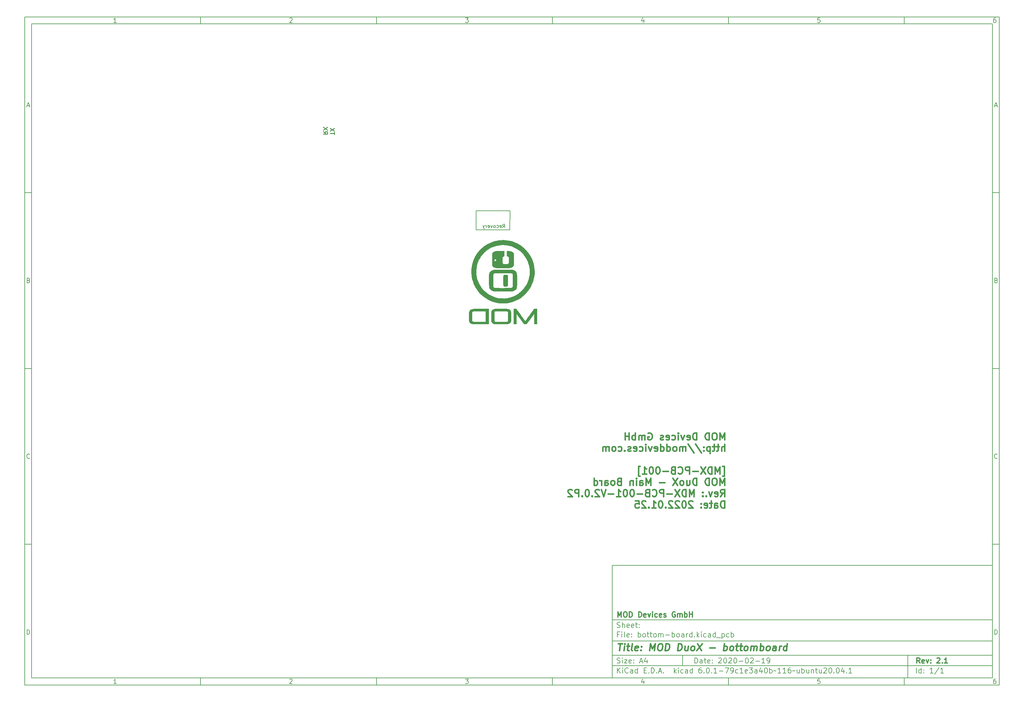
<source format=gbr>
G04 #@! TF.GenerationSoftware,KiCad,Pcbnew,6.0.1-79c1e3a40b~116~ubuntu20.04.1*
G04 #@! TF.CreationDate,2022-01-27T16:10:43+01:00*
G04 #@! TF.ProjectId,bottom-board,626f7474-6f6d-42d6-926f-6172642e6b69,2.1*
G04 #@! TF.SameCoordinates,PX48111b4PY15fd6c8*
G04 #@! TF.FileFunction,Legend,Bot*
G04 #@! TF.FilePolarity,Positive*
%FSLAX46Y46*%
G04 Gerber Fmt 4.6, Leading zero omitted, Abs format (unit mm)*
G04 Created by KiCad (PCBNEW 6.0.1-79c1e3a40b~116~ubuntu20.04.1) date 2022-01-27 16:10:43*
%MOMM*%
%LPD*%
G01*
G04 APERTURE LIST*
%ADD10C,0.100000*%
%ADD11C,0.150000*%
%ADD12C,0.300000*%
%ADD13C,0.400000*%
%ADD14C,0.250000*%
G04 APERTURE END LIST*
D10*
D11*
X101434660Y-142949080D02*
X101434660Y-174949080D01*
X209434660Y-174949080D01*
X209434660Y-142949080D01*
X101434660Y-142949080D01*
D10*
D11*
X-65567540Y13058120D02*
X-65567540Y-176949080D01*
X211434660Y-176949080D01*
X211434660Y13058120D01*
X-65567540Y13058120D01*
D10*
D11*
X-63567540Y11058120D02*
X-63567540Y-174949080D01*
X209434660Y-174949080D01*
X209434660Y11058120D01*
X-63567540Y11058120D01*
D10*
D11*
X-15567540Y11058120D02*
X-15567540Y13058120D01*
D10*
D11*
X34432460Y11058120D02*
X34432460Y13058120D01*
D10*
D11*
X84432460Y11058120D02*
X84432460Y13058120D01*
D10*
D11*
X134432460Y11058120D02*
X134432460Y13058120D01*
D10*
D11*
X184432460Y11058120D02*
X184432460Y13058120D01*
D10*
D11*
X-39502064Y11470025D02*
X-40244921Y11470025D01*
X-39873493Y11470025D02*
X-39873493Y12770025D01*
X-39997302Y12584311D01*
X-40121112Y12460501D01*
X-40244921Y12398597D01*
D10*
D11*
X9755079Y12646216D02*
X9816983Y12708120D01*
X9940793Y12770025D01*
X10250317Y12770025D01*
X10374126Y12708120D01*
X10436031Y12646216D01*
X10497936Y12522406D01*
X10497936Y12398597D01*
X10436031Y12212882D01*
X9693174Y11470025D01*
X10497936Y11470025D01*
D10*
D11*
X59693174Y12770025D02*
X60497936Y12770025D01*
X60064602Y12274787D01*
X60250317Y12274787D01*
X60374126Y12212882D01*
X60436031Y12150978D01*
X60497936Y12027168D01*
X60497936Y11717644D01*
X60436031Y11593835D01*
X60374126Y11531930D01*
X60250317Y11470025D01*
X59878888Y11470025D01*
X59755079Y11531930D01*
X59693174Y11593835D01*
D10*
D11*
X110374126Y12336692D02*
X110374126Y11470025D01*
X110064602Y12831930D02*
X109755079Y11903359D01*
X110559840Y11903359D01*
D10*
D11*
X160436031Y12770025D02*
X159816983Y12770025D01*
X159755079Y12150978D01*
X159816983Y12212882D01*
X159940793Y12274787D01*
X160250317Y12274787D01*
X160374126Y12212882D01*
X160436031Y12150978D01*
X160497936Y12027168D01*
X160497936Y11717644D01*
X160436031Y11593835D01*
X160374126Y11531930D01*
X160250317Y11470025D01*
X159940793Y11470025D01*
X159816983Y11531930D01*
X159755079Y11593835D01*
D10*
D11*
X210374126Y12770025D02*
X210126507Y12770025D01*
X210002698Y12708120D01*
X209940793Y12646216D01*
X209816983Y12460501D01*
X209755079Y12212882D01*
X209755079Y11717644D01*
X209816983Y11593835D01*
X209878888Y11531930D01*
X210002698Y11470025D01*
X210250317Y11470025D01*
X210374126Y11531930D01*
X210436031Y11593835D01*
X210497936Y11717644D01*
X210497936Y12027168D01*
X210436031Y12150978D01*
X210374126Y12212882D01*
X210250317Y12274787D01*
X210002698Y12274787D01*
X209878888Y12212882D01*
X209816983Y12150978D01*
X209755079Y12027168D01*
D10*
D11*
X-15567540Y-174949080D02*
X-15567540Y-176949080D01*
D10*
D11*
X34432460Y-174949080D02*
X34432460Y-176949080D01*
D10*
D11*
X84432460Y-174949080D02*
X84432460Y-176949080D01*
D10*
D11*
X134432460Y-174949080D02*
X134432460Y-176949080D01*
D10*
D11*
X184432460Y-174949080D02*
X184432460Y-176949080D01*
D10*
D11*
X-39502064Y-176537175D02*
X-40244921Y-176537175D01*
X-39873493Y-176537175D02*
X-39873493Y-175237175D01*
X-39997302Y-175422889D01*
X-40121112Y-175546699D01*
X-40244921Y-175608603D01*
D10*
D11*
X9755079Y-175360984D02*
X9816983Y-175299080D01*
X9940793Y-175237175D01*
X10250317Y-175237175D01*
X10374126Y-175299080D01*
X10436031Y-175360984D01*
X10497936Y-175484794D01*
X10497936Y-175608603D01*
X10436031Y-175794318D01*
X9693174Y-176537175D01*
X10497936Y-176537175D01*
D10*
D11*
X59693174Y-175237175D02*
X60497936Y-175237175D01*
X60064602Y-175732413D01*
X60250317Y-175732413D01*
X60374126Y-175794318D01*
X60436031Y-175856222D01*
X60497936Y-175980032D01*
X60497936Y-176289556D01*
X60436031Y-176413365D01*
X60374126Y-176475270D01*
X60250317Y-176537175D01*
X59878888Y-176537175D01*
X59755079Y-176475270D01*
X59693174Y-176413365D01*
D10*
D11*
X110374126Y-175670508D02*
X110374126Y-176537175D01*
X110064602Y-175175270D02*
X109755079Y-176103841D01*
X110559840Y-176103841D01*
D10*
D11*
X160436031Y-175237175D02*
X159816983Y-175237175D01*
X159755079Y-175856222D01*
X159816983Y-175794318D01*
X159940793Y-175732413D01*
X160250317Y-175732413D01*
X160374126Y-175794318D01*
X160436031Y-175856222D01*
X160497936Y-175980032D01*
X160497936Y-176289556D01*
X160436031Y-176413365D01*
X160374126Y-176475270D01*
X160250317Y-176537175D01*
X159940793Y-176537175D01*
X159816983Y-176475270D01*
X159755079Y-176413365D01*
D10*
D11*
X210374126Y-175237175D02*
X210126507Y-175237175D01*
X210002698Y-175299080D01*
X209940793Y-175360984D01*
X209816983Y-175546699D01*
X209755079Y-175794318D01*
X209755079Y-176289556D01*
X209816983Y-176413365D01*
X209878888Y-176475270D01*
X210002698Y-176537175D01*
X210250317Y-176537175D01*
X210374126Y-176475270D01*
X210436031Y-176413365D01*
X210497936Y-176289556D01*
X210497936Y-175980032D01*
X210436031Y-175856222D01*
X210374126Y-175794318D01*
X210250317Y-175732413D01*
X210002698Y-175732413D01*
X209878888Y-175794318D01*
X209816983Y-175856222D01*
X209755079Y-175980032D01*
D10*
D11*
X-65567540Y-36941880D02*
X-63567540Y-36941880D01*
D10*
D11*
X-65567540Y-86941880D02*
X-63567540Y-86941880D01*
D10*
D11*
X-65567540Y-136941880D02*
X-63567540Y-136941880D01*
D10*
D11*
X-64877064Y-12158546D02*
X-64258017Y-12158546D01*
X-65000874Y-12529975D02*
X-64567540Y-11229975D01*
X-64134207Y-12529975D01*
D10*
D11*
X-64474683Y-61849022D02*
X-64288969Y-61910927D01*
X-64227064Y-61972832D01*
X-64165160Y-62096641D01*
X-64165160Y-62282356D01*
X-64227064Y-62406165D01*
X-64288969Y-62468070D01*
X-64412779Y-62529975D01*
X-64908017Y-62529975D01*
X-64908017Y-61229975D01*
X-64474683Y-61229975D01*
X-64350874Y-61291880D01*
X-64288969Y-61353784D01*
X-64227064Y-61477594D01*
X-64227064Y-61601403D01*
X-64288969Y-61725213D01*
X-64350874Y-61787118D01*
X-64474683Y-61849022D01*
X-64908017Y-61849022D01*
D10*
D11*
X-64165160Y-112406165D02*
X-64227064Y-112468070D01*
X-64412779Y-112529975D01*
X-64536588Y-112529975D01*
X-64722302Y-112468070D01*
X-64846112Y-112344260D01*
X-64908017Y-112220451D01*
X-64969921Y-111972832D01*
X-64969921Y-111787118D01*
X-64908017Y-111539499D01*
X-64846112Y-111415689D01*
X-64722302Y-111291880D01*
X-64536588Y-111229975D01*
X-64412779Y-111229975D01*
X-64227064Y-111291880D01*
X-64165160Y-111353784D01*
D10*
D11*
X-64908017Y-162529975D02*
X-64908017Y-161229975D01*
X-64598493Y-161229975D01*
X-64412779Y-161291880D01*
X-64288969Y-161415689D01*
X-64227064Y-161539499D01*
X-64165160Y-161787118D01*
X-64165160Y-161972832D01*
X-64227064Y-162220451D01*
X-64288969Y-162344260D01*
X-64412779Y-162468070D01*
X-64598493Y-162529975D01*
X-64908017Y-162529975D01*
D10*
D11*
X211434660Y-36941880D02*
X209434660Y-36941880D01*
D10*
D11*
X211434660Y-86941880D02*
X209434660Y-86941880D01*
D10*
D11*
X211434660Y-136941880D02*
X209434660Y-136941880D01*
D10*
D11*
X210125136Y-12158546D02*
X210744183Y-12158546D01*
X210001326Y-12529975D02*
X210434660Y-11229975D01*
X210867993Y-12529975D01*
D10*
D11*
X210527517Y-61849022D02*
X210713231Y-61910927D01*
X210775136Y-61972832D01*
X210837040Y-62096641D01*
X210837040Y-62282356D01*
X210775136Y-62406165D01*
X210713231Y-62468070D01*
X210589421Y-62529975D01*
X210094183Y-62529975D01*
X210094183Y-61229975D01*
X210527517Y-61229975D01*
X210651326Y-61291880D01*
X210713231Y-61353784D01*
X210775136Y-61477594D01*
X210775136Y-61601403D01*
X210713231Y-61725213D01*
X210651326Y-61787118D01*
X210527517Y-61849022D01*
X210094183Y-61849022D01*
D10*
D11*
X210837040Y-112406165D02*
X210775136Y-112468070D01*
X210589421Y-112529975D01*
X210465612Y-112529975D01*
X210279898Y-112468070D01*
X210156088Y-112344260D01*
X210094183Y-112220451D01*
X210032279Y-111972832D01*
X210032279Y-111787118D01*
X210094183Y-111539499D01*
X210156088Y-111415689D01*
X210279898Y-111291880D01*
X210465612Y-111229975D01*
X210589421Y-111229975D01*
X210775136Y-111291880D01*
X210837040Y-111353784D01*
D10*
D11*
X210094183Y-162529975D02*
X210094183Y-161229975D01*
X210403707Y-161229975D01*
X210589421Y-161291880D01*
X210713231Y-161415689D01*
X210775136Y-161539499D01*
X210837040Y-161787118D01*
X210837040Y-161972832D01*
X210775136Y-162220451D01*
X210713231Y-162344260D01*
X210589421Y-162468070D01*
X210403707Y-162529975D01*
X210094183Y-162529975D01*
D10*
D11*
X124866802Y-170727651D02*
X124866802Y-169227651D01*
X125223945Y-169227651D01*
X125438231Y-169299080D01*
X125581088Y-169441937D01*
X125652517Y-169584794D01*
X125723945Y-169870508D01*
X125723945Y-170084794D01*
X125652517Y-170370508D01*
X125581088Y-170513365D01*
X125438231Y-170656222D01*
X125223945Y-170727651D01*
X124866802Y-170727651D01*
X127009660Y-170727651D02*
X127009660Y-169941937D01*
X126938231Y-169799080D01*
X126795374Y-169727651D01*
X126509660Y-169727651D01*
X126366802Y-169799080D01*
X127009660Y-170656222D02*
X126866802Y-170727651D01*
X126509660Y-170727651D01*
X126366802Y-170656222D01*
X126295374Y-170513365D01*
X126295374Y-170370508D01*
X126366802Y-170227651D01*
X126509660Y-170156222D01*
X126866802Y-170156222D01*
X127009660Y-170084794D01*
X127509660Y-169727651D02*
X128081088Y-169727651D01*
X127723945Y-169227651D02*
X127723945Y-170513365D01*
X127795374Y-170656222D01*
X127938231Y-170727651D01*
X128081088Y-170727651D01*
X129152517Y-170656222D02*
X129009660Y-170727651D01*
X128723945Y-170727651D01*
X128581088Y-170656222D01*
X128509660Y-170513365D01*
X128509660Y-169941937D01*
X128581088Y-169799080D01*
X128723945Y-169727651D01*
X129009660Y-169727651D01*
X129152517Y-169799080D01*
X129223945Y-169941937D01*
X129223945Y-170084794D01*
X128509660Y-170227651D01*
X129866802Y-170584794D02*
X129938231Y-170656222D01*
X129866802Y-170727651D01*
X129795374Y-170656222D01*
X129866802Y-170584794D01*
X129866802Y-170727651D01*
X129866802Y-169799080D02*
X129938231Y-169870508D01*
X129866802Y-169941937D01*
X129795374Y-169870508D01*
X129866802Y-169799080D01*
X129866802Y-169941937D01*
X131652517Y-169370508D02*
X131723945Y-169299080D01*
X131866802Y-169227651D01*
X132223945Y-169227651D01*
X132366802Y-169299080D01*
X132438231Y-169370508D01*
X132509660Y-169513365D01*
X132509660Y-169656222D01*
X132438231Y-169870508D01*
X131581088Y-170727651D01*
X132509660Y-170727651D01*
X133438231Y-169227651D02*
X133581088Y-169227651D01*
X133723945Y-169299080D01*
X133795374Y-169370508D01*
X133866802Y-169513365D01*
X133938231Y-169799080D01*
X133938231Y-170156222D01*
X133866802Y-170441937D01*
X133795374Y-170584794D01*
X133723945Y-170656222D01*
X133581088Y-170727651D01*
X133438231Y-170727651D01*
X133295374Y-170656222D01*
X133223945Y-170584794D01*
X133152517Y-170441937D01*
X133081088Y-170156222D01*
X133081088Y-169799080D01*
X133152517Y-169513365D01*
X133223945Y-169370508D01*
X133295374Y-169299080D01*
X133438231Y-169227651D01*
X134509660Y-169370508D02*
X134581088Y-169299080D01*
X134723945Y-169227651D01*
X135081088Y-169227651D01*
X135223945Y-169299080D01*
X135295374Y-169370508D01*
X135366802Y-169513365D01*
X135366802Y-169656222D01*
X135295374Y-169870508D01*
X134438231Y-170727651D01*
X135366802Y-170727651D01*
X136295374Y-169227651D02*
X136438231Y-169227651D01*
X136581088Y-169299080D01*
X136652517Y-169370508D01*
X136723945Y-169513365D01*
X136795374Y-169799080D01*
X136795374Y-170156222D01*
X136723945Y-170441937D01*
X136652517Y-170584794D01*
X136581088Y-170656222D01*
X136438231Y-170727651D01*
X136295374Y-170727651D01*
X136152517Y-170656222D01*
X136081088Y-170584794D01*
X136009660Y-170441937D01*
X135938231Y-170156222D01*
X135938231Y-169799080D01*
X136009660Y-169513365D01*
X136081088Y-169370508D01*
X136152517Y-169299080D01*
X136295374Y-169227651D01*
X137438231Y-170156222D02*
X138581088Y-170156222D01*
X139581088Y-169227651D02*
X139723945Y-169227651D01*
X139866802Y-169299080D01*
X139938231Y-169370508D01*
X140009660Y-169513365D01*
X140081088Y-169799080D01*
X140081088Y-170156222D01*
X140009660Y-170441937D01*
X139938231Y-170584794D01*
X139866802Y-170656222D01*
X139723945Y-170727651D01*
X139581088Y-170727651D01*
X139438231Y-170656222D01*
X139366802Y-170584794D01*
X139295374Y-170441937D01*
X139223945Y-170156222D01*
X139223945Y-169799080D01*
X139295374Y-169513365D01*
X139366802Y-169370508D01*
X139438231Y-169299080D01*
X139581088Y-169227651D01*
X140652517Y-169370508D02*
X140723945Y-169299080D01*
X140866802Y-169227651D01*
X141223945Y-169227651D01*
X141366802Y-169299080D01*
X141438231Y-169370508D01*
X141509660Y-169513365D01*
X141509660Y-169656222D01*
X141438231Y-169870508D01*
X140581088Y-170727651D01*
X141509660Y-170727651D01*
X142152517Y-170156222D02*
X143295374Y-170156222D01*
X144795374Y-170727651D02*
X143938231Y-170727651D01*
X144366802Y-170727651D02*
X144366802Y-169227651D01*
X144223945Y-169441937D01*
X144081088Y-169584794D01*
X143938231Y-169656222D01*
X145509660Y-170727651D02*
X145795374Y-170727651D01*
X145938231Y-170656222D01*
X146009660Y-170584794D01*
X146152517Y-170370508D01*
X146223945Y-170084794D01*
X146223945Y-169513365D01*
X146152517Y-169370508D01*
X146081088Y-169299080D01*
X145938231Y-169227651D01*
X145652517Y-169227651D01*
X145509660Y-169299080D01*
X145438231Y-169370508D01*
X145366802Y-169513365D01*
X145366802Y-169870508D01*
X145438231Y-170013365D01*
X145509660Y-170084794D01*
X145652517Y-170156222D01*
X145938231Y-170156222D01*
X146081088Y-170084794D01*
X146152517Y-170013365D01*
X146223945Y-169870508D01*
D10*
D11*
X101434660Y-171449080D02*
X209434660Y-171449080D01*
D10*
D11*
X102866802Y-173527651D02*
X102866802Y-172027651D01*
X103723945Y-173527651D02*
X103081088Y-172670508D01*
X103723945Y-172027651D02*
X102866802Y-172884794D01*
X104366802Y-173527651D02*
X104366802Y-172527651D01*
X104366802Y-172027651D02*
X104295374Y-172099080D01*
X104366802Y-172170508D01*
X104438231Y-172099080D01*
X104366802Y-172027651D01*
X104366802Y-172170508D01*
X105938231Y-173384794D02*
X105866802Y-173456222D01*
X105652517Y-173527651D01*
X105509660Y-173527651D01*
X105295374Y-173456222D01*
X105152517Y-173313365D01*
X105081088Y-173170508D01*
X105009660Y-172884794D01*
X105009660Y-172670508D01*
X105081088Y-172384794D01*
X105152517Y-172241937D01*
X105295374Y-172099080D01*
X105509660Y-172027651D01*
X105652517Y-172027651D01*
X105866802Y-172099080D01*
X105938231Y-172170508D01*
X107223945Y-173527651D02*
X107223945Y-172741937D01*
X107152517Y-172599080D01*
X107009660Y-172527651D01*
X106723945Y-172527651D01*
X106581088Y-172599080D01*
X107223945Y-173456222D02*
X107081088Y-173527651D01*
X106723945Y-173527651D01*
X106581088Y-173456222D01*
X106509660Y-173313365D01*
X106509660Y-173170508D01*
X106581088Y-173027651D01*
X106723945Y-172956222D01*
X107081088Y-172956222D01*
X107223945Y-172884794D01*
X108581088Y-173527651D02*
X108581088Y-172027651D01*
X108581088Y-173456222D02*
X108438231Y-173527651D01*
X108152517Y-173527651D01*
X108009660Y-173456222D01*
X107938231Y-173384794D01*
X107866802Y-173241937D01*
X107866802Y-172813365D01*
X107938231Y-172670508D01*
X108009660Y-172599080D01*
X108152517Y-172527651D01*
X108438231Y-172527651D01*
X108581088Y-172599080D01*
X110438231Y-172741937D02*
X110938231Y-172741937D01*
X111152517Y-173527651D02*
X110438231Y-173527651D01*
X110438231Y-172027651D01*
X111152517Y-172027651D01*
X111795374Y-173384794D02*
X111866802Y-173456222D01*
X111795374Y-173527651D01*
X111723945Y-173456222D01*
X111795374Y-173384794D01*
X111795374Y-173527651D01*
X112509660Y-173527651D02*
X112509660Y-172027651D01*
X112866802Y-172027651D01*
X113081088Y-172099080D01*
X113223945Y-172241937D01*
X113295374Y-172384794D01*
X113366802Y-172670508D01*
X113366802Y-172884794D01*
X113295374Y-173170508D01*
X113223945Y-173313365D01*
X113081088Y-173456222D01*
X112866802Y-173527651D01*
X112509660Y-173527651D01*
X114009660Y-173384794D02*
X114081088Y-173456222D01*
X114009660Y-173527651D01*
X113938231Y-173456222D01*
X114009660Y-173384794D01*
X114009660Y-173527651D01*
X114652517Y-173099080D02*
X115366802Y-173099080D01*
X114509660Y-173527651D02*
X115009660Y-172027651D01*
X115509660Y-173527651D01*
X116009660Y-173384794D02*
X116081088Y-173456222D01*
X116009660Y-173527651D01*
X115938231Y-173456222D01*
X116009660Y-173384794D01*
X116009660Y-173527651D01*
X119009660Y-173527651D02*
X119009660Y-172027651D01*
X119152517Y-172956222D02*
X119581088Y-173527651D01*
X119581088Y-172527651D02*
X119009660Y-173099080D01*
X120223945Y-173527651D02*
X120223945Y-172527651D01*
X120223945Y-172027651D02*
X120152517Y-172099080D01*
X120223945Y-172170508D01*
X120295374Y-172099080D01*
X120223945Y-172027651D01*
X120223945Y-172170508D01*
X121581088Y-173456222D02*
X121438231Y-173527651D01*
X121152517Y-173527651D01*
X121009660Y-173456222D01*
X120938231Y-173384794D01*
X120866802Y-173241937D01*
X120866802Y-172813365D01*
X120938231Y-172670508D01*
X121009660Y-172599080D01*
X121152517Y-172527651D01*
X121438231Y-172527651D01*
X121581088Y-172599080D01*
X122866802Y-173527651D02*
X122866802Y-172741937D01*
X122795374Y-172599080D01*
X122652517Y-172527651D01*
X122366802Y-172527651D01*
X122223945Y-172599080D01*
X122866802Y-173456222D02*
X122723945Y-173527651D01*
X122366802Y-173527651D01*
X122223945Y-173456222D01*
X122152517Y-173313365D01*
X122152517Y-173170508D01*
X122223945Y-173027651D01*
X122366802Y-172956222D01*
X122723945Y-172956222D01*
X122866802Y-172884794D01*
X124223945Y-173527651D02*
X124223945Y-172027651D01*
X124223945Y-173456222D02*
X124081088Y-173527651D01*
X123795374Y-173527651D01*
X123652517Y-173456222D01*
X123581088Y-173384794D01*
X123509660Y-173241937D01*
X123509660Y-172813365D01*
X123581088Y-172670508D01*
X123652517Y-172599080D01*
X123795374Y-172527651D01*
X124081088Y-172527651D01*
X124223945Y-172599080D01*
X126723945Y-172027651D02*
X126438231Y-172027651D01*
X126295374Y-172099080D01*
X126223945Y-172170508D01*
X126081088Y-172384794D01*
X126009660Y-172670508D01*
X126009660Y-173241937D01*
X126081088Y-173384794D01*
X126152517Y-173456222D01*
X126295374Y-173527651D01*
X126581088Y-173527651D01*
X126723945Y-173456222D01*
X126795374Y-173384794D01*
X126866802Y-173241937D01*
X126866802Y-172884794D01*
X126795374Y-172741937D01*
X126723945Y-172670508D01*
X126581088Y-172599080D01*
X126295374Y-172599080D01*
X126152517Y-172670508D01*
X126081088Y-172741937D01*
X126009660Y-172884794D01*
X127509660Y-173384794D02*
X127581088Y-173456222D01*
X127509660Y-173527651D01*
X127438231Y-173456222D01*
X127509660Y-173384794D01*
X127509660Y-173527651D01*
X128509660Y-172027651D02*
X128652517Y-172027651D01*
X128795374Y-172099080D01*
X128866802Y-172170508D01*
X128938231Y-172313365D01*
X129009660Y-172599080D01*
X129009660Y-172956222D01*
X128938231Y-173241937D01*
X128866802Y-173384794D01*
X128795374Y-173456222D01*
X128652517Y-173527651D01*
X128509660Y-173527651D01*
X128366802Y-173456222D01*
X128295374Y-173384794D01*
X128223945Y-173241937D01*
X128152517Y-172956222D01*
X128152517Y-172599080D01*
X128223945Y-172313365D01*
X128295374Y-172170508D01*
X128366802Y-172099080D01*
X128509660Y-172027651D01*
X129652517Y-173384794D02*
X129723945Y-173456222D01*
X129652517Y-173527651D01*
X129581088Y-173456222D01*
X129652517Y-173384794D01*
X129652517Y-173527651D01*
X131152517Y-173527651D02*
X130295374Y-173527651D01*
X130723945Y-173527651D02*
X130723945Y-172027651D01*
X130581088Y-172241937D01*
X130438231Y-172384794D01*
X130295374Y-172456222D01*
X131795374Y-172956222D02*
X132938231Y-172956222D01*
X133509660Y-172027651D02*
X134509660Y-172027651D01*
X133866802Y-173527651D01*
X135152517Y-173527651D02*
X135438231Y-173527651D01*
X135581088Y-173456222D01*
X135652517Y-173384794D01*
X135795374Y-173170508D01*
X135866802Y-172884794D01*
X135866802Y-172313365D01*
X135795374Y-172170508D01*
X135723945Y-172099080D01*
X135581088Y-172027651D01*
X135295374Y-172027651D01*
X135152517Y-172099080D01*
X135081088Y-172170508D01*
X135009660Y-172313365D01*
X135009660Y-172670508D01*
X135081088Y-172813365D01*
X135152517Y-172884794D01*
X135295374Y-172956222D01*
X135581088Y-172956222D01*
X135723945Y-172884794D01*
X135795374Y-172813365D01*
X135866802Y-172670508D01*
X137152517Y-173456222D02*
X137009660Y-173527651D01*
X136723945Y-173527651D01*
X136581088Y-173456222D01*
X136509660Y-173384794D01*
X136438231Y-173241937D01*
X136438231Y-172813365D01*
X136509660Y-172670508D01*
X136581088Y-172599080D01*
X136723945Y-172527651D01*
X137009660Y-172527651D01*
X137152517Y-172599080D01*
X138581088Y-173527651D02*
X137723945Y-173527651D01*
X138152517Y-173527651D02*
X138152517Y-172027651D01*
X138009660Y-172241937D01*
X137866802Y-172384794D01*
X137723945Y-172456222D01*
X139795374Y-173456222D02*
X139652517Y-173527651D01*
X139366802Y-173527651D01*
X139223945Y-173456222D01*
X139152517Y-173313365D01*
X139152517Y-172741937D01*
X139223945Y-172599080D01*
X139366802Y-172527651D01*
X139652517Y-172527651D01*
X139795374Y-172599080D01*
X139866802Y-172741937D01*
X139866802Y-172884794D01*
X139152517Y-173027651D01*
X140366802Y-172027651D02*
X141295374Y-172027651D01*
X140795374Y-172599080D01*
X141009660Y-172599080D01*
X141152517Y-172670508D01*
X141223945Y-172741937D01*
X141295374Y-172884794D01*
X141295374Y-173241937D01*
X141223945Y-173384794D01*
X141152517Y-173456222D01*
X141009660Y-173527651D01*
X140581088Y-173527651D01*
X140438231Y-173456222D01*
X140366802Y-173384794D01*
X142581088Y-173527651D02*
X142581088Y-172741937D01*
X142509660Y-172599080D01*
X142366802Y-172527651D01*
X142081088Y-172527651D01*
X141938231Y-172599080D01*
X142581088Y-173456222D02*
X142438231Y-173527651D01*
X142081088Y-173527651D01*
X141938231Y-173456222D01*
X141866802Y-173313365D01*
X141866802Y-173170508D01*
X141938231Y-173027651D01*
X142081088Y-172956222D01*
X142438231Y-172956222D01*
X142581088Y-172884794D01*
X143938231Y-172527651D02*
X143938231Y-173527651D01*
X143581088Y-171956222D02*
X143223945Y-173027651D01*
X144152517Y-173027651D01*
X145009660Y-172027651D02*
X145152517Y-172027651D01*
X145295374Y-172099080D01*
X145366802Y-172170508D01*
X145438231Y-172313365D01*
X145509660Y-172599080D01*
X145509660Y-172956222D01*
X145438231Y-173241937D01*
X145366802Y-173384794D01*
X145295374Y-173456222D01*
X145152517Y-173527651D01*
X145009660Y-173527651D01*
X144866802Y-173456222D01*
X144795374Y-173384794D01*
X144723945Y-173241937D01*
X144652517Y-172956222D01*
X144652517Y-172599080D01*
X144723945Y-172313365D01*
X144795374Y-172170508D01*
X144866802Y-172099080D01*
X145009660Y-172027651D01*
X146152517Y-173527651D02*
X146152517Y-172027651D01*
X146152517Y-172599080D02*
X146295374Y-172527651D01*
X146581088Y-172527651D01*
X146723945Y-172599080D01*
X146795374Y-172670508D01*
X146866802Y-172813365D01*
X146866802Y-173241937D01*
X146795374Y-173384794D01*
X146723945Y-173456222D01*
X146581088Y-173527651D01*
X146295374Y-173527651D01*
X146152517Y-173456222D01*
X147295374Y-172956222D02*
X147366802Y-172884794D01*
X147509660Y-172813365D01*
X147795374Y-172956222D01*
X147938231Y-172884794D01*
X148009660Y-172813365D01*
X149366802Y-173527651D02*
X148509660Y-173527651D01*
X148938231Y-173527651D02*
X148938231Y-172027651D01*
X148795374Y-172241937D01*
X148652517Y-172384794D01*
X148509660Y-172456222D01*
X150795374Y-173527651D02*
X149938231Y-173527651D01*
X150366802Y-173527651D02*
X150366802Y-172027651D01*
X150223945Y-172241937D01*
X150081088Y-172384794D01*
X149938231Y-172456222D01*
X152081088Y-172027651D02*
X151795374Y-172027651D01*
X151652517Y-172099080D01*
X151581088Y-172170508D01*
X151438231Y-172384794D01*
X151366802Y-172670508D01*
X151366802Y-173241937D01*
X151438231Y-173384794D01*
X151509659Y-173456222D01*
X151652517Y-173527651D01*
X151938231Y-173527651D01*
X152081088Y-173456222D01*
X152152517Y-173384794D01*
X152223945Y-173241937D01*
X152223945Y-172884794D01*
X152152517Y-172741937D01*
X152081088Y-172670508D01*
X151938231Y-172599080D01*
X151652517Y-172599080D01*
X151509659Y-172670508D01*
X151438231Y-172741937D01*
X151366802Y-172884794D01*
X152652517Y-172956222D02*
X152723945Y-172884794D01*
X152866802Y-172813365D01*
X153152517Y-172956222D01*
X153295374Y-172884794D01*
X153366802Y-172813365D01*
X154581088Y-172527651D02*
X154581088Y-173527651D01*
X153938231Y-172527651D02*
X153938231Y-173313365D01*
X154009659Y-173456222D01*
X154152517Y-173527651D01*
X154366802Y-173527651D01*
X154509659Y-173456222D01*
X154581088Y-173384794D01*
X155295374Y-173527651D02*
X155295374Y-172027651D01*
X155295374Y-172599080D02*
X155438231Y-172527651D01*
X155723945Y-172527651D01*
X155866802Y-172599080D01*
X155938231Y-172670508D01*
X156009660Y-172813365D01*
X156009660Y-173241937D01*
X155938231Y-173384794D01*
X155866802Y-173456222D01*
X155723945Y-173527651D01*
X155438231Y-173527651D01*
X155295374Y-173456222D01*
X157295374Y-172527651D02*
X157295374Y-173527651D01*
X156652517Y-172527651D02*
X156652517Y-173313365D01*
X156723945Y-173456222D01*
X156866802Y-173527651D01*
X157081088Y-173527651D01*
X157223945Y-173456222D01*
X157295374Y-173384794D01*
X158009660Y-172527651D02*
X158009660Y-173527651D01*
X158009660Y-172670508D02*
X158081088Y-172599080D01*
X158223945Y-172527651D01*
X158438231Y-172527651D01*
X158581088Y-172599080D01*
X158652517Y-172741937D01*
X158652517Y-173527651D01*
X159152517Y-172527651D02*
X159723945Y-172527651D01*
X159366802Y-172027651D02*
X159366802Y-173313365D01*
X159438231Y-173456222D01*
X159581088Y-173527651D01*
X159723945Y-173527651D01*
X160866802Y-172527651D02*
X160866802Y-173527651D01*
X160223945Y-172527651D02*
X160223945Y-173313365D01*
X160295374Y-173456222D01*
X160438231Y-173527651D01*
X160652517Y-173527651D01*
X160795374Y-173456222D01*
X160866802Y-173384794D01*
X161509660Y-172170508D02*
X161581088Y-172099080D01*
X161723945Y-172027651D01*
X162081088Y-172027651D01*
X162223945Y-172099080D01*
X162295374Y-172170508D01*
X162366802Y-172313365D01*
X162366802Y-172456222D01*
X162295374Y-172670508D01*
X161438231Y-173527651D01*
X162366802Y-173527651D01*
X163295374Y-172027651D02*
X163438231Y-172027651D01*
X163581088Y-172099080D01*
X163652517Y-172170508D01*
X163723945Y-172313365D01*
X163795374Y-172599080D01*
X163795374Y-172956222D01*
X163723945Y-173241937D01*
X163652517Y-173384794D01*
X163581088Y-173456222D01*
X163438231Y-173527651D01*
X163295374Y-173527651D01*
X163152517Y-173456222D01*
X163081088Y-173384794D01*
X163009660Y-173241937D01*
X162938231Y-172956222D01*
X162938231Y-172599080D01*
X163009660Y-172313365D01*
X163081088Y-172170508D01*
X163152517Y-172099080D01*
X163295374Y-172027651D01*
X164438231Y-173384794D02*
X164509659Y-173456222D01*
X164438231Y-173527651D01*
X164366802Y-173456222D01*
X164438231Y-173384794D01*
X164438231Y-173527651D01*
X165438231Y-172027651D02*
X165581088Y-172027651D01*
X165723945Y-172099080D01*
X165795374Y-172170508D01*
X165866802Y-172313365D01*
X165938231Y-172599080D01*
X165938231Y-172956222D01*
X165866802Y-173241937D01*
X165795374Y-173384794D01*
X165723945Y-173456222D01*
X165581088Y-173527651D01*
X165438231Y-173527651D01*
X165295374Y-173456222D01*
X165223945Y-173384794D01*
X165152517Y-173241937D01*
X165081088Y-172956222D01*
X165081088Y-172599080D01*
X165152517Y-172313365D01*
X165223945Y-172170508D01*
X165295374Y-172099080D01*
X165438231Y-172027651D01*
X167223945Y-172527651D02*
X167223945Y-173527651D01*
X166866802Y-171956222D02*
X166509659Y-173027651D01*
X167438231Y-173027651D01*
X168009659Y-173384794D02*
X168081088Y-173456222D01*
X168009659Y-173527651D01*
X167938231Y-173456222D01*
X168009659Y-173384794D01*
X168009659Y-173527651D01*
X169509659Y-173527651D02*
X168652517Y-173527651D01*
X169081088Y-173527651D02*
X169081088Y-172027651D01*
X168938231Y-172241937D01*
X168795374Y-172384794D01*
X168652517Y-172456222D01*
D10*
D11*
X101434660Y-168449080D02*
X209434660Y-168449080D01*
D10*
D12*
X188843945Y-170727651D02*
X188343945Y-170013365D01*
X187986802Y-170727651D02*
X187986802Y-169227651D01*
X188558231Y-169227651D01*
X188701088Y-169299080D01*
X188772517Y-169370508D01*
X188843945Y-169513365D01*
X188843945Y-169727651D01*
X188772517Y-169870508D01*
X188701088Y-169941937D01*
X188558231Y-170013365D01*
X187986802Y-170013365D01*
X190058231Y-170656222D02*
X189915374Y-170727651D01*
X189629660Y-170727651D01*
X189486802Y-170656222D01*
X189415374Y-170513365D01*
X189415374Y-169941937D01*
X189486802Y-169799080D01*
X189629660Y-169727651D01*
X189915374Y-169727651D01*
X190058231Y-169799080D01*
X190129660Y-169941937D01*
X190129660Y-170084794D01*
X189415374Y-170227651D01*
X190629660Y-169727651D02*
X190986802Y-170727651D01*
X191343945Y-169727651D01*
X191915374Y-170584794D02*
X191986802Y-170656222D01*
X191915374Y-170727651D01*
X191843945Y-170656222D01*
X191915374Y-170584794D01*
X191915374Y-170727651D01*
X191915374Y-169799080D02*
X191986802Y-169870508D01*
X191915374Y-169941937D01*
X191843945Y-169870508D01*
X191915374Y-169799080D01*
X191915374Y-169941937D01*
X193701088Y-169370508D02*
X193772517Y-169299080D01*
X193915374Y-169227651D01*
X194272517Y-169227651D01*
X194415374Y-169299080D01*
X194486802Y-169370508D01*
X194558231Y-169513365D01*
X194558231Y-169656222D01*
X194486802Y-169870508D01*
X193629660Y-170727651D01*
X194558231Y-170727651D01*
X195201088Y-170584794D02*
X195272517Y-170656222D01*
X195201088Y-170727651D01*
X195129660Y-170656222D01*
X195201088Y-170584794D01*
X195201088Y-170727651D01*
X196701088Y-170727651D02*
X195843945Y-170727651D01*
X196272517Y-170727651D02*
X196272517Y-169227651D01*
X196129660Y-169441937D01*
X195986802Y-169584794D01*
X195843945Y-169656222D01*
D10*
D11*
X102795374Y-170656222D02*
X103009660Y-170727651D01*
X103366802Y-170727651D01*
X103509660Y-170656222D01*
X103581088Y-170584794D01*
X103652517Y-170441937D01*
X103652517Y-170299080D01*
X103581088Y-170156222D01*
X103509660Y-170084794D01*
X103366802Y-170013365D01*
X103081088Y-169941937D01*
X102938231Y-169870508D01*
X102866802Y-169799080D01*
X102795374Y-169656222D01*
X102795374Y-169513365D01*
X102866802Y-169370508D01*
X102938231Y-169299080D01*
X103081088Y-169227651D01*
X103438231Y-169227651D01*
X103652517Y-169299080D01*
X104295374Y-170727651D02*
X104295374Y-169727651D01*
X104295374Y-169227651D02*
X104223945Y-169299080D01*
X104295374Y-169370508D01*
X104366802Y-169299080D01*
X104295374Y-169227651D01*
X104295374Y-169370508D01*
X104866802Y-169727651D02*
X105652517Y-169727651D01*
X104866802Y-170727651D01*
X105652517Y-170727651D01*
X106795374Y-170656222D02*
X106652517Y-170727651D01*
X106366802Y-170727651D01*
X106223945Y-170656222D01*
X106152517Y-170513365D01*
X106152517Y-169941937D01*
X106223945Y-169799080D01*
X106366802Y-169727651D01*
X106652517Y-169727651D01*
X106795374Y-169799080D01*
X106866802Y-169941937D01*
X106866802Y-170084794D01*
X106152517Y-170227651D01*
X107509660Y-170584794D02*
X107581088Y-170656222D01*
X107509660Y-170727651D01*
X107438231Y-170656222D01*
X107509660Y-170584794D01*
X107509660Y-170727651D01*
X107509660Y-169799080D02*
X107581088Y-169870508D01*
X107509660Y-169941937D01*
X107438231Y-169870508D01*
X107509660Y-169799080D01*
X107509660Y-169941937D01*
X109295374Y-170299080D02*
X110009660Y-170299080D01*
X109152517Y-170727651D02*
X109652517Y-169227651D01*
X110152517Y-170727651D01*
X111295374Y-169727651D02*
X111295374Y-170727651D01*
X110938231Y-169156222D02*
X110581088Y-170227651D01*
X111509660Y-170227651D01*
D10*
D11*
X187866802Y-173527651D02*
X187866802Y-172027651D01*
X189223945Y-173527651D02*
X189223945Y-172027651D01*
X189223945Y-173456222D02*
X189081088Y-173527651D01*
X188795374Y-173527651D01*
X188652517Y-173456222D01*
X188581088Y-173384794D01*
X188509660Y-173241937D01*
X188509660Y-172813365D01*
X188581088Y-172670508D01*
X188652517Y-172599080D01*
X188795374Y-172527651D01*
X189081088Y-172527651D01*
X189223945Y-172599080D01*
X189938231Y-173384794D02*
X190009660Y-173456222D01*
X189938231Y-173527651D01*
X189866802Y-173456222D01*
X189938231Y-173384794D01*
X189938231Y-173527651D01*
X189938231Y-172599080D02*
X190009660Y-172670508D01*
X189938231Y-172741937D01*
X189866802Y-172670508D01*
X189938231Y-172599080D01*
X189938231Y-172741937D01*
X192581088Y-173527651D02*
X191723945Y-173527651D01*
X192152517Y-173527651D02*
X192152517Y-172027651D01*
X192009660Y-172241937D01*
X191866802Y-172384794D01*
X191723945Y-172456222D01*
X194295374Y-171956222D02*
X193009660Y-173884794D01*
X195581088Y-173527651D02*
X194723945Y-173527651D01*
X195152517Y-173527651D02*
X195152517Y-172027651D01*
X195009660Y-172241937D01*
X194866802Y-172384794D01*
X194723945Y-172456222D01*
D10*
D11*
X101434660Y-164449080D02*
X209434660Y-164449080D01*
D10*
D13*
X103147040Y-165153841D02*
X104289898Y-165153841D01*
X103468469Y-167153841D02*
X103718469Y-165153841D01*
X104706564Y-167153841D02*
X104873231Y-165820508D01*
X104956564Y-165153841D02*
X104849421Y-165249080D01*
X104932755Y-165344318D01*
X105039898Y-165249080D01*
X104956564Y-165153841D01*
X104932755Y-165344318D01*
X105539898Y-165820508D02*
X106301802Y-165820508D01*
X105908945Y-165153841D02*
X105694660Y-166868127D01*
X105766088Y-167058603D01*
X105944660Y-167153841D01*
X106135136Y-167153841D01*
X107087517Y-167153841D02*
X106908945Y-167058603D01*
X106837517Y-166868127D01*
X107051802Y-165153841D01*
X108623231Y-167058603D02*
X108420850Y-167153841D01*
X108039898Y-167153841D01*
X107861326Y-167058603D01*
X107789898Y-166868127D01*
X107885136Y-166106222D01*
X108004183Y-165915746D01*
X108206564Y-165820508D01*
X108587517Y-165820508D01*
X108766088Y-165915746D01*
X108837517Y-166106222D01*
X108813707Y-166296699D01*
X107837517Y-166487175D01*
X109587517Y-166963365D02*
X109670850Y-167058603D01*
X109563707Y-167153841D01*
X109480374Y-167058603D01*
X109587517Y-166963365D01*
X109563707Y-167153841D01*
X109718469Y-165915746D02*
X109801802Y-166010984D01*
X109694660Y-166106222D01*
X109611326Y-166010984D01*
X109718469Y-165915746D01*
X109694660Y-166106222D01*
X112039898Y-167153841D02*
X112289898Y-165153841D01*
X112777993Y-166582413D01*
X113623231Y-165153841D01*
X113373231Y-167153841D01*
X114956564Y-165153841D02*
X115337517Y-165153841D01*
X115516088Y-165249080D01*
X115682755Y-165439556D01*
X115730374Y-165820508D01*
X115647040Y-166487175D01*
X115504183Y-166868127D01*
X115289898Y-167058603D01*
X115087517Y-167153841D01*
X114706564Y-167153841D01*
X114527993Y-167058603D01*
X114361326Y-166868127D01*
X114313707Y-166487175D01*
X114397040Y-165820508D01*
X114539898Y-165439556D01*
X114754183Y-165249080D01*
X114956564Y-165153841D01*
X116420850Y-167153841D02*
X116670850Y-165153841D01*
X117147040Y-165153841D01*
X117420850Y-165249080D01*
X117587517Y-165439556D01*
X117658945Y-165630032D01*
X117706564Y-166010984D01*
X117670850Y-166296699D01*
X117527993Y-166677651D01*
X117408945Y-166868127D01*
X117194660Y-167058603D01*
X116897040Y-167153841D01*
X116420850Y-167153841D01*
X119944660Y-167153841D02*
X120194660Y-165153841D01*
X120670850Y-165153841D01*
X120944660Y-165249080D01*
X121111326Y-165439556D01*
X121182755Y-165630032D01*
X121230374Y-166010984D01*
X121194660Y-166296699D01*
X121051802Y-166677651D01*
X120932755Y-166868127D01*
X120718469Y-167058603D01*
X120420850Y-167153841D01*
X119944660Y-167153841D01*
X122968469Y-165820508D02*
X122801802Y-167153841D01*
X122111326Y-165820508D02*
X121980374Y-166868127D01*
X122051802Y-167058603D01*
X122230374Y-167153841D01*
X122516088Y-167153841D01*
X122718469Y-167058603D01*
X122825612Y-166963365D01*
X124039898Y-167153841D02*
X123861326Y-167058603D01*
X123777993Y-166963365D01*
X123706564Y-166772889D01*
X123777993Y-166201460D01*
X123897040Y-166010984D01*
X124004183Y-165915746D01*
X124206564Y-165820508D01*
X124492279Y-165820508D01*
X124670850Y-165915746D01*
X124754183Y-166010984D01*
X124825612Y-166201460D01*
X124754183Y-166772889D01*
X124635136Y-166963365D01*
X124527993Y-167058603D01*
X124325612Y-167153841D01*
X124039898Y-167153841D01*
X125623231Y-165153841D02*
X126706564Y-167153841D01*
X126956564Y-165153841D02*
X125373231Y-167153841D01*
X129087517Y-166391937D02*
X130611326Y-166391937D01*
X132992279Y-167153841D02*
X133242279Y-165153841D01*
X133147040Y-165915746D02*
X133349421Y-165820508D01*
X133730374Y-165820508D01*
X133908945Y-165915746D01*
X133992279Y-166010984D01*
X134063707Y-166201460D01*
X133992279Y-166772889D01*
X133873231Y-166963365D01*
X133766088Y-167058603D01*
X133563707Y-167153841D01*
X133182755Y-167153841D01*
X133004183Y-167058603D01*
X135087517Y-167153841D02*
X134908945Y-167058603D01*
X134825612Y-166963365D01*
X134754183Y-166772889D01*
X134825612Y-166201460D01*
X134944660Y-166010984D01*
X135051802Y-165915746D01*
X135254183Y-165820508D01*
X135539898Y-165820508D01*
X135718469Y-165915746D01*
X135801802Y-166010984D01*
X135873231Y-166201460D01*
X135801802Y-166772889D01*
X135682755Y-166963365D01*
X135575612Y-167058603D01*
X135373231Y-167153841D01*
X135087517Y-167153841D01*
X136492279Y-165820508D02*
X137254183Y-165820508D01*
X136861326Y-165153841D02*
X136647040Y-166868127D01*
X136718469Y-167058603D01*
X136897040Y-167153841D01*
X137087517Y-167153841D01*
X137635136Y-165820508D02*
X138397040Y-165820508D01*
X138004183Y-165153841D02*
X137789898Y-166868127D01*
X137861326Y-167058603D01*
X138039898Y-167153841D01*
X138230374Y-167153841D01*
X139182755Y-167153841D02*
X139004183Y-167058603D01*
X138920850Y-166963365D01*
X138849421Y-166772889D01*
X138920850Y-166201460D01*
X139039898Y-166010984D01*
X139147040Y-165915746D01*
X139349421Y-165820508D01*
X139635136Y-165820508D01*
X139813707Y-165915746D01*
X139897040Y-166010984D01*
X139968469Y-166201460D01*
X139897040Y-166772889D01*
X139777993Y-166963365D01*
X139670850Y-167058603D01*
X139468469Y-167153841D01*
X139182755Y-167153841D01*
X140706564Y-167153841D02*
X140873231Y-165820508D01*
X140849421Y-166010984D02*
X140956564Y-165915746D01*
X141158945Y-165820508D01*
X141444660Y-165820508D01*
X141623231Y-165915746D01*
X141694660Y-166106222D01*
X141563707Y-167153841D01*
X141694660Y-166106222D02*
X141813707Y-165915746D01*
X142016088Y-165820508D01*
X142301802Y-165820508D01*
X142480374Y-165915746D01*
X142551802Y-166106222D01*
X142420850Y-167153841D01*
X143373231Y-167153841D02*
X143623231Y-165153841D01*
X143527993Y-165915746D02*
X143730374Y-165820508D01*
X144111326Y-165820508D01*
X144289898Y-165915746D01*
X144373231Y-166010984D01*
X144444660Y-166201460D01*
X144373231Y-166772889D01*
X144254183Y-166963365D01*
X144147040Y-167058603D01*
X143944660Y-167153841D01*
X143563707Y-167153841D01*
X143385136Y-167058603D01*
X145468469Y-167153841D02*
X145289898Y-167058603D01*
X145206564Y-166963365D01*
X145135136Y-166772889D01*
X145206564Y-166201460D01*
X145325612Y-166010984D01*
X145432755Y-165915746D01*
X145635136Y-165820508D01*
X145920850Y-165820508D01*
X146099421Y-165915746D01*
X146182755Y-166010984D01*
X146254183Y-166201460D01*
X146182755Y-166772889D01*
X146063707Y-166963365D01*
X145956564Y-167058603D01*
X145754183Y-167153841D01*
X145468469Y-167153841D01*
X147849421Y-167153841D02*
X147980374Y-166106222D01*
X147908945Y-165915746D01*
X147730374Y-165820508D01*
X147349421Y-165820508D01*
X147147040Y-165915746D01*
X147861326Y-167058603D02*
X147658945Y-167153841D01*
X147182755Y-167153841D01*
X147004183Y-167058603D01*
X146932755Y-166868127D01*
X146956564Y-166677651D01*
X147075612Y-166487175D01*
X147277993Y-166391937D01*
X147754183Y-166391937D01*
X147956564Y-166296699D01*
X148801802Y-167153841D02*
X148968469Y-165820508D01*
X148920850Y-166201460D02*
X149039898Y-166010984D01*
X149147040Y-165915746D01*
X149349421Y-165820508D01*
X149539898Y-165820508D01*
X150897040Y-167153841D02*
X151147040Y-165153841D01*
X150908945Y-167058603D02*
X150706564Y-167153841D01*
X150325612Y-167153841D01*
X150147040Y-167058603D01*
X150063707Y-166963365D01*
X149992279Y-166772889D01*
X150063707Y-166201460D01*
X150182755Y-166010984D01*
X150289898Y-165915746D01*
X150492279Y-165820508D01*
X150873231Y-165820508D01*
X151051802Y-165915746D01*
D10*
D11*
X103366802Y-162541937D02*
X102866802Y-162541937D01*
X102866802Y-163327651D02*
X102866802Y-161827651D01*
X103581088Y-161827651D01*
X104152517Y-163327651D02*
X104152517Y-162327651D01*
X104152517Y-161827651D02*
X104081088Y-161899080D01*
X104152517Y-161970508D01*
X104223945Y-161899080D01*
X104152517Y-161827651D01*
X104152517Y-161970508D01*
X105081088Y-163327651D02*
X104938231Y-163256222D01*
X104866802Y-163113365D01*
X104866802Y-161827651D01*
X106223945Y-163256222D02*
X106081088Y-163327651D01*
X105795374Y-163327651D01*
X105652517Y-163256222D01*
X105581088Y-163113365D01*
X105581088Y-162541937D01*
X105652517Y-162399080D01*
X105795374Y-162327651D01*
X106081088Y-162327651D01*
X106223945Y-162399080D01*
X106295374Y-162541937D01*
X106295374Y-162684794D01*
X105581088Y-162827651D01*
X106938231Y-163184794D02*
X107009660Y-163256222D01*
X106938231Y-163327651D01*
X106866802Y-163256222D01*
X106938231Y-163184794D01*
X106938231Y-163327651D01*
X106938231Y-162399080D02*
X107009660Y-162470508D01*
X106938231Y-162541937D01*
X106866802Y-162470508D01*
X106938231Y-162399080D01*
X106938231Y-162541937D01*
X108795374Y-163327651D02*
X108795374Y-161827651D01*
X108795374Y-162399080D02*
X108938231Y-162327651D01*
X109223945Y-162327651D01*
X109366802Y-162399080D01*
X109438231Y-162470508D01*
X109509660Y-162613365D01*
X109509660Y-163041937D01*
X109438231Y-163184794D01*
X109366802Y-163256222D01*
X109223945Y-163327651D01*
X108938231Y-163327651D01*
X108795374Y-163256222D01*
X110366802Y-163327651D02*
X110223945Y-163256222D01*
X110152517Y-163184794D01*
X110081088Y-163041937D01*
X110081088Y-162613365D01*
X110152517Y-162470508D01*
X110223945Y-162399080D01*
X110366802Y-162327651D01*
X110581088Y-162327651D01*
X110723945Y-162399080D01*
X110795374Y-162470508D01*
X110866802Y-162613365D01*
X110866802Y-163041937D01*
X110795374Y-163184794D01*
X110723945Y-163256222D01*
X110581088Y-163327651D01*
X110366802Y-163327651D01*
X111295374Y-162327651D02*
X111866802Y-162327651D01*
X111509660Y-161827651D02*
X111509660Y-163113365D01*
X111581088Y-163256222D01*
X111723945Y-163327651D01*
X111866802Y-163327651D01*
X112152517Y-162327651D02*
X112723945Y-162327651D01*
X112366802Y-161827651D02*
X112366802Y-163113365D01*
X112438231Y-163256222D01*
X112581088Y-163327651D01*
X112723945Y-163327651D01*
X113438231Y-163327651D02*
X113295374Y-163256222D01*
X113223945Y-163184794D01*
X113152517Y-163041937D01*
X113152517Y-162613365D01*
X113223945Y-162470508D01*
X113295374Y-162399080D01*
X113438231Y-162327651D01*
X113652517Y-162327651D01*
X113795374Y-162399080D01*
X113866802Y-162470508D01*
X113938231Y-162613365D01*
X113938231Y-163041937D01*
X113866802Y-163184794D01*
X113795374Y-163256222D01*
X113652517Y-163327651D01*
X113438231Y-163327651D01*
X114581088Y-163327651D02*
X114581088Y-162327651D01*
X114581088Y-162470508D02*
X114652517Y-162399080D01*
X114795374Y-162327651D01*
X115009660Y-162327651D01*
X115152517Y-162399080D01*
X115223945Y-162541937D01*
X115223945Y-163327651D01*
X115223945Y-162541937D02*
X115295374Y-162399080D01*
X115438231Y-162327651D01*
X115652517Y-162327651D01*
X115795374Y-162399080D01*
X115866802Y-162541937D01*
X115866802Y-163327651D01*
X116581088Y-162756222D02*
X117723945Y-162756222D01*
X118438231Y-163327651D02*
X118438231Y-161827651D01*
X118438231Y-162399080D02*
X118581088Y-162327651D01*
X118866802Y-162327651D01*
X119009660Y-162399080D01*
X119081088Y-162470508D01*
X119152517Y-162613365D01*
X119152517Y-163041937D01*
X119081088Y-163184794D01*
X119009660Y-163256222D01*
X118866802Y-163327651D01*
X118581088Y-163327651D01*
X118438231Y-163256222D01*
X120009660Y-163327651D02*
X119866802Y-163256222D01*
X119795374Y-163184794D01*
X119723945Y-163041937D01*
X119723945Y-162613365D01*
X119795374Y-162470508D01*
X119866802Y-162399080D01*
X120009660Y-162327651D01*
X120223945Y-162327651D01*
X120366802Y-162399080D01*
X120438231Y-162470508D01*
X120509660Y-162613365D01*
X120509660Y-163041937D01*
X120438231Y-163184794D01*
X120366802Y-163256222D01*
X120223945Y-163327651D01*
X120009660Y-163327651D01*
X121795374Y-163327651D02*
X121795374Y-162541937D01*
X121723945Y-162399080D01*
X121581088Y-162327651D01*
X121295374Y-162327651D01*
X121152517Y-162399080D01*
X121795374Y-163256222D02*
X121652517Y-163327651D01*
X121295374Y-163327651D01*
X121152517Y-163256222D01*
X121081088Y-163113365D01*
X121081088Y-162970508D01*
X121152517Y-162827651D01*
X121295374Y-162756222D01*
X121652517Y-162756222D01*
X121795374Y-162684794D01*
X122509660Y-163327651D02*
X122509660Y-162327651D01*
X122509660Y-162613365D02*
X122581088Y-162470508D01*
X122652517Y-162399080D01*
X122795374Y-162327651D01*
X122938231Y-162327651D01*
X124081088Y-163327651D02*
X124081088Y-161827651D01*
X124081088Y-163256222D02*
X123938231Y-163327651D01*
X123652517Y-163327651D01*
X123509660Y-163256222D01*
X123438231Y-163184794D01*
X123366802Y-163041937D01*
X123366802Y-162613365D01*
X123438231Y-162470508D01*
X123509660Y-162399080D01*
X123652517Y-162327651D01*
X123938231Y-162327651D01*
X124081088Y-162399080D01*
X124795374Y-163184794D02*
X124866802Y-163256222D01*
X124795374Y-163327651D01*
X124723945Y-163256222D01*
X124795374Y-163184794D01*
X124795374Y-163327651D01*
X125509660Y-163327651D02*
X125509660Y-161827651D01*
X125652517Y-162756222D02*
X126081088Y-163327651D01*
X126081088Y-162327651D02*
X125509660Y-162899080D01*
X126723945Y-163327651D02*
X126723945Y-162327651D01*
X126723945Y-161827651D02*
X126652517Y-161899080D01*
X126723945Y-161970508D01*
X126795374Y-161899080D01*
X126723945Y-161827651D01*
X126723945Y-161970508D01*
X128081088Y-163256222D02*
X127938231Y-163327651D01*
X127652517Y-163327651D01*
X127509660Y-163256222D01*
X127438231Y-163184794D01*
X127366802Y-163041937D01*
X127366802Y-162613365D01*
X127438231Y-162470508D01*
X127509660Y-162399080D01*
X127652517Y-162327651D01*
X127938231Y-162327651D01*
X128081088Y-162399080D01*
X129366802Y-163327651D02*
X129366802Y-162541937D01*
X129295374Y-162399080D01*
X129152517Y-162327651D01*
X128866802Y-162327651D01*
X128723945Y-162399080D01*
X129366802Y-163256222D02*
X129223945Y-163327651D01*
X128866802Y-163327651D01*
X128723945Y-163256222D01*
X128652517Y-163113365D01*
X128652517Y-162970508D01*
X128723945Y-162827651D01*
X128866802Y-162756222D01*
X129223945Y-162756222D01*
X129366802Y-162684794D01*
X130723945Y-163327651D02*
X130723945Y-161827651D01*
X130723945Y-163256222D02*
X130581088Y-163327651D01*
X130295374Y-163327651D01*
X130152517Y-163256222D01*
X130081088Y-163184794D01*
X130009660Y-163041937D01*
X130009660Y-162613365D01*
X130081088Y-162470508D01*
X130152517Y-162399080D01*
X130295374Y-162327651D01*
X130581088Y-162327651D01*
X130723945Y-162399080D01*
X131081088Y-163470508D02*
X132223945Y-163470508D01*
X132581088Y-162327651D02*
X132581088Y-163827651D01*
X132581088Y-162399080D02*
X132723945Y-162327651D01*
X133009660Y-162327651D01*
X133152517Y-162399080D01*
X133223945Y-162470508D01*
X133295374Y-162613365D01*
X133295374Y-163041937D01*
X133223945Y-163184794D01*
X133152517Y-163256222D01*
X133009660Y-163327651D01*
X132723945Y-163327651D01*
X132581088Y-163256222D01*
X134581088Y-163256222D02*
X134438231Y-163327651D01*
X134152517Y-163327651D01*
X134009660Y-163256222D01*
X133938231Y-163184794D01*
X133866802Y-163041937D01*
X133866802Y-162613365D01*
X133938231Y-162470508D01*
X134009660Y-162399080D01*
X134152517Y-162327651D01*
X134438231Y-162327651D01*
X134581088Y-162399080D01*
X135223945Y-163327651D02*
X135223945Y-161827651D01*
X135223945Y-162399080D02*
X135366802Y-162327651D01*
X135652517Y-162327651D01*
X135795374Y-162399080D01*
X135866802Y-162470508D01*
X135938231Y-162613365D01*
X135938231Y-163041937D01*
X135866802Y-163184794D01*
X135795374Y-163256222D01*
X135652517Y-163327651D01*
X135366802Y-163327651D01*
X135223945Y-163256222D01*
D10*
D11*
X101434660Y-158449080D02*
X209434660Y-158449080D01*
D10*
D11*
X102795374Y-160556222D02*
X103009660Y-160627651D01*
X103366802Y-160627651D01*
X103509660Y-160556222D01*
X103581088Y-160484794D01*
X103652517Y-160341937D01*
X103652517Y-160199080D01*
X103581088Y-160056222D01*
X103509660Y-159984794D01*
X103366802Y-159913365D01*
X103081088Y-159841937D01*
X102938231Y-159770508D01*
X102866802Y-159699080D01*
X102795374Y-159556222D01*
X102795374Y-159413365D01*
X102866802Y-159270508D01*
X102938231Y-159199080D01*
X103081088Y-159127651D01*
X103438231Y-159127651D01*
X103652517Y-159199080D01*
X104295374Y-160627651D02*
X104295374Y-159127651D01*
X104938231Y-160627651D02*
X104938231Y-159841937D01*
X104866802Y-159699080D01*
X104723945Y-159627651D01*
X104509660Y-159627651D01*
X104366802Y-159699080D01*
X104295374Y-159770508D01*
X106223945Y-160556222D02*
X106081088Y-160627651D01*
X105795374Y-160627651D01*
X105652517Y-160556222D01*
X105581088Y-160413365D01*
X105581088Y-159841937D01*
X105652517Y-159699080D01*
X105795374Y-159627651D01*
X106081088Y-159627651D01*
X106223945Y-159699080D01*
X106295374Y-159841937D01*
X106295374Y-159984794D01*
X105581088Y-160127651D01*
X107509660Y-160556222D02*
X107366802Y-160627651D01*
X107081088Y-160627651D01*
X106938231Y-160556222D01*
X106866802Y-160413365D01*
X106866802Y-159841937D01*
X106938231Y-159699080D01*
X107081088Y-159627651D01*
X107366802Y-159627651D01*
X107509660Y-159699080D01*
X107581088Y-159841937D01*
X107581088Y-159984794D01*
X106866802Y-160127651D01*
X108009660Y-159627651D02*
X108581088Y-159627651D01*
X108223945Y-159127651D02*
X108223945Y-160413365D01*
X108295374Y-160556222D01*
X108438231Y-160627651D01*
X108581088Y-160627651D01*
X109081088Y-160484794D02*
X109152517Y-160556222D01*
X109081088Y-160627651D01*
X109009660Y-160556222D01*
X109081088Y-160484794D01*
X109081088Y-160627651D01*
X109081088Y-159699080D02*
X109152517Y-159770508D01*
X109081088Y-159841937D01*
X109009660Y-159770508D01*
X109081088Y-159699080D01*
X109081088Y-159841937D01*
D10*
D12*
X102986802Y-157627651D02*
X102986802Y-156127651D01*
X103486802Y-157199080D01*
X103986802Y-156127651D01*
X103986802Y-157627651D01*
X104986802Y-156127651D02*
X105272517Y-156127651D01*
X105415374Y-156199080D01*
X105558231Y-156341937D01*
X105629660Y-156627651D01*
X105629660Y-157127651D01*
X105558231Y-157413365D01*
X105415374Y-157556222D01*
X105272517Y-157627651D01*
X104986802Y-157627651D01*
X104843945Y-157556222D01*
X104701088Y-157413365D01*
X104629660Y-157127651D01*
X104629660Y-156627651D01*
X104701088Y-156341937D01*
X104843945Y-156199080D01*
X104986802Y-156127651D01*
X106272517Y-157627651D02*
X106272517Y-156127651D01*
X106629660Y-156127651D01*
X106843945Y-156199080D01*
X106986802Y-156341937D01*
X107058231Y-156484794D01*
X107129660Y-156770508D01*
X107129660Y-156984794D01*
X107058231Y-157270508D01*
X106986802Y-157413365D01*
X106843945Y-157556222D01*
X106629660Y-157627651D01*
X106272517Y-157627651D01*
X108915374Y-157627651D02*
X108915374Y-156127651D01*
X109272517Y-156127651D01*
X109486802Y-156199080D01*
X109629660Y-156341937D01*
X109701088Y-156484794D01*
X109772517Y-156770508D01*
X109772517Y-156984794D01*
X109701088Y-157270508D01*
X109629660Y-157413365D01*
X109486802Y-157556222D01*
X109272517Y-157627651D01*
X108915374Y-157627651D01*
X110986802Y-157556222D02*
X110843945Y-157627651D01*
X110558231Y-157627651D01*
X110415374Y-157556222D01*
X110343945Y-157413365D01*
X110343945Y-156841937D01*
X110415374Y-156699080D01*
X110558231Y-156627651D01*
X110843945Y-156627651D01*
X110986802Y-156699080D01*
X111058231Y-156841937D01*
X111058231Y-156984794D01*
X110343945Y-157127651D01*
X111558231Y-156627651D02*
X111915374Y-157627651D01*
X112272517Y-156627651D01*
X112843945Y-157627651D02*
X112843945Y-156627651D01*
X112843945Y-156127651D02*
X112772517Y-156199080D01*
X112843945Y-156270508D01*
X112915374Y-156199080D01*
X112843945Y-156127651D01*
X112843945Y-156270508D01*
X114201088Y-157556222D02*
X114058231Y-157627651D01*
X113772517Y-157627651D01*
X113629660Y-157556222D01*
X113558231Y-157484794D01*
X113486802Y-157341937D01*
X113486802Y-156913365D01*
X113558231Y-156770508D01*
X113629660Y-156699080D01*
X113772517Y-156627651D01*
X114058231Y-156627651D01*
X114201088Y-156699080D01*
X115415374Y-157556222D02*
X115272517Y-157627651D01*
X114986802Y-157627651D01*
X114843945Y-157556222D01*
X114772517Y-157413365D01*
X114772517Y-156841937D01*
X114843945Y-156699080D01*
X114986802Y-156627651D01*
X115272517Y-156627651D01*
X115415374Y-156699080D01*
X115486802Y-156841937D01*
X115486802Y-156984794D01*
X114772517Y-157127651D01*
X116058231Y-157556222D02*
X116201088Y-157627651D01*
X116486802Y-157627651D01*
X116629660Y-157556222D01*
X116701088Y-157413365D01*
X116701088Y-157341937D01*
X116629660Y-157199080D01*
X116486802Y-157127651D01*
X116272517Y-157127651D01*
X116129660Y-157056222D01*
X116058231Y-156913365D01*
X116058231Y-156841937D01*
X116129660Y-156699080D01*
X116272517Y-156627651D01*
X116486802Y-156627651D01*
X116629660Y-156699080D01*
X119272517Y-156199080D02*
X119129660Y-156127651D01*
X118915374Y-156127651D01*
X118701088Y-156199080D01*
X118558231Y-156341937D01*
X118486802Y-156484794D01*
X118415374Y-156770508D01*
X118415374Y-156984794D01*
X118486802Y-157270508D01*
X118558231Y-157413365D01*
X118701088Y-157556222D01*
X118915374Y-157627651D01*
X119058231Y-157627651D01*
X119272517Y-157556222D01*
X119343945Y-157484794D01*
X119343945Y-156984794D01*
X119058231Y-156984794D01*
X119986802Y-157627651D02*
X119986802Y-156627651D01*
X119986802Y-156770508D02*
X120058231Y-156699080D01*
X120201088Y-156627651D01*
X120415374Y-156627651D01*
X120558231Y-156699080D01*
X120629660Y-156841937D01*
X120629660Y-157627651D01*
X120629660Y-156841937D02*
X120701088Y-156699080D01*
X120843945Y-156627651D01*
X121058231Y-156627651D01*
X121201088Y-156699080D01*
X121272517Y-156841937D01*
X121272517Y-157627651D01*
X121986802Y-157627651D02*
X121986802Y-156127651D01*
X121986802Y-156699080D02*
X122129660Y-156627651D01*
X122415374Y-156627651D01*
X122558231Y-156699080D01*
X122629660Y-156770508D01*
X122701088Y-156913365D01*
X122701088Y-157341937D01*
X122629660Y-157484794D01*
X122558231Y-157556222D01*
X122415374Y-157627651D01*
X122129660Y-157627651D01*
X121986802Y-157556222D01*
X123343945Y-157627651D02*
X123343945Y-156127651D01*
X123343945Y-156841937D02*
X124201088Y-156841937D01*
X124201088Y-157627651D02*
X124201088Y-156127651D01*
D10*
D11*
D10*
D11*
D10*
D11*
D10*
D11*
D10*
D11*
X121434660Y-168449080D02*
X121434660Y-171449080D01*
D10*
D11*
X185434660Y-168449080D02*
X185434660Y-174949080D01*
X72341740Y-42042080D02*
X72331580Y-47528480D01*
X62735460Y-42047160D02*
X72341740Y-42042080D01*
X62735460Y-42047160D02*
X62725300Y-47533560D01*
X62725300Y-47533560D02*
X72331580Y-47528480D01*
D14*
X22399859Y-20378494D02*
X22399859Y-19692780D01*
X21199859Y-20035637D02*
X22399859Y-20035637D01*
X22399859Y-19407065D02*
X21199859Y-18607065D01*
X22399859Y-18607065D02*
X21199859Y-19407065D01*
X19267859Y-19521351D02*
X19839288Y-19921351D01*
X19267859Y-20207065D02*
X20467859Y-20207065D01*
X20467859Y-19749922D01*
X20410717Y-19635637D01*
X20353574Y-19578494D01*
X20239288Y-19521351D01*
X20067859Y-19521351D01*
X19953574Y-19578494D01*
X19896431Y-19635637D01*
X19839288Y-19749922D01*
X19839288Y-20207065D01*
X20467859Y-19121351D02*
X19267859Y-18321351D01*
X20467859Y-18321351D02*
X19267859Y-19121351D01*
D11*
X70300220Y-46893740D02*
X70633553Y-46417550D01*
X70871648Y-46893740D02*
X70871648Y-45893740D01*
X70490696Y-45893740D01*
X70395458Y-45941360D01*
X70347839Y-45988979D01*
X70300220Y-46084217D01*
X70300220Y-46227074D01*
X70347839Y-46322312D01*
X70395458Y-46369931D01*
X70490696Y-46417550D01*
X70871648Y-46417550D01*
X69490696Y-46846121D02*
X69585934Y-46893740D01*
X69776410Y-46893740D01*
X69871648Y-46846121D01*
X69919267Y-46750883D01*
X69919267Y-46369931D01*
X69871648Y-46274693D01*
X69776410Y-46227074D01*
X69585934Y-46227074D01*
X69490696Y-46274693D01*
X69443077Y-46369931D01*
X69443077Y-46465169D01*
X69919267Y-46560407D01*
X68585934Y-46846121D02*
X68681172Y-46893740D01*
X68871648Y-46893740D01*
X68966886Y-46846121D01*
X69014505Y-46798502D01*
X69062124Y-46703264D01*
X69062124Y-46417550D01*
X69014505Y-46322312D01*
X68966886Y-46274693D01*
X68871648Y-46227074D01*
X68681172Y-46227074D01*
X68585934Y-46274693D01*
X68014505Y-46893740D02*
X68109743Y-46846121D01*
X68157362Y-46798502D01*
X68204981Y-46703264D01*
X68204981Y-46417550D01*
X68157362Y-46322312D01*
X68109743Y-46274693D01*
X68014505Y-46227074D01*
X67871648Y-46227074D01*
X67776410Y-46274693D01*
X67728791Y-46322312D01*
X67681172Y-46417550D01*
X67681172Y-46703264D01*
X67728791Y-46798502D01*
X67776410Y-46846121D01*
X67871648Y-46893740D01*
X68014505Y-46893740D01*
X67347839Y-46227074D02*
X67109743Y-46893740D01*
X66871648Y-46227074D01*
X66109743Y-46846121D02*
X66204981Y-46893740D01*
X66395458Y-46893740D01*
X66490696Y-46846121D01*
X66538315Y-46750883D01*
X66538315Y-46369931D01*
X66490696Y-46274693D01*
X66395458Y-46227074D01*
X66204981Y-46227074D01*
X66109743Y-46274693D01*
X66062124Y-46369931D01*
X66062124Y-46465169D01*
X66538315Y-46560407D01*
X65633553Y-46893740D02*
X65633553Y-46227074D01*
X65633553Y-46417550D02*
X65585934Y-46322312D01*
X65538315Y-46274693D01*
X65443077Y-46227074D01*
X65347839Y-46227074D01*
X65109743Y-46227074D02*
X64871648Y-46893740D01*
X64633553Y-46227074D02*
X64871648Y-46893740D01*
X64966886Y-47131836D01*
X65014505Y-47179455D01*
X65109743Y-47227074D01*
D13*
X133309769Y-107225141D02*
X133309769Y-105225141D01*
X132643102Y-106653713D01*
X131976436Y-105225141D01*
X131976436Y-107225141D01*
X130643102Y-105225141D02*
X130262150Y-105225141D01*
X130071674Y-105320380D01*
X129881198Y-105510856D01*
X129785960Y-105891808D01*
X129785960Y-106558475D01*
X129881198Y-106939427D01*
X130071674Y-107129903D01*
X130262150Y-107225141D01*
X130643102Y-107225141D01*
X130833579Y-107129903D01*
X131024055Y-106939427D01*
X131119293Y-106558475D01*
X131119293Y-105891808D01*
X131024055Y-105510856D01*
X130833579Y-105320380D01*
X130643102Y-105225141D01*
X128928817Y-107225141D02*
X128928817Y-105225141D01*
X128452626Y-105225141D01*
X128166912Y-105320380D01*
X127976436Y-105510856D01*
X127881198Y-105701332D01*
X127785960Y-106082284D01*
X127785960Y-106367999D01*
X127881198Y-106748951D01*
X127976436Y-106939427D01*
X128166912Y-107129903D01*
X128452626Y-107225141D01*
X128928817Y-107225141D01*
X125405007Y-107225141D02*
X125405007Y-105225141D01*
X124928817Y-105225141D01*
X124643102Y-105320380D01*
X124452626Y-105510856D01*
X124357388Y-105701332D01*
X124262150Y-106082284D01*
X124262150Y-106367999D01*
X124357388Y-106748951D01*
X124452626Y-106939427D01*
X124643102Y-107129903D01*
X124928817Y-107225141D01*
X125405007Y-107225141D01*
X122643102Y-107129903D02*
X122833579Y-107225141D01*
X123214531Y-107225141D01*
X123405007Y-107129903D01*
X123500245Y-106939427D01*
X123500245Y-106177522D01*
X123405007Y-105987046D01*
X123214531Y-105891808D01*
X122833579Y-105891808D01*
X122643102Y-105987046D01*
X122547864Y-106177522D01*
X122547864Y-106367999D01*
X123500245Y-106558475D01*
X121881198Y-105891808D02*
X121405007Y-107225141D01*
X120928817Y-105891808D01*
X120166912Y-107225141D02*
X120166912Y-105891808D01*
X120166912Y-105225141D02*
X120262150Y-105320380D01*
X120166912Y-105415618D01*
X120071674Y-105320380D01*
X120166912Y-105225141D01*
X120166912Y-105415618D01*
X118357388Y-107129903D02*
X118547864Y-107225141D01*
X118928817Y-107225141D01*
X119119293Y-107129903D01*
X119214531Y-107034665D01*
X119309769Y-106844189D01*
X119309769Y-106272760D01*
X119214531Y-106082284D01*
X119119293Y-105987046D01*
X118928817Y-105891808D01*
X118547864Y-105891808D01*
X118357388Y-105987046D01*
X116738340Y-107129903D02*
X116928817Y-107225141D01*
X117309769Y-107225141D01*
X117500245Y-107129903D01*
X117595483Y-106939427D01*
X117595483Y-106177522D01*
X117500245Y-105987046D01*
X117309769Y-105891808D01*
X116928817Y-105891808D01*
X116738340Y-105987046D01*
X116643102Y-106177522D01*
X116643102Y-106367999D01*
X117595483Y-106558475D01*
X115881198Y-107129903D02*
X115690721Y-107225141D01*
X115309769Y-107225141D01*
X115119293Y-107129903D01*
X115024055Y-106939427D01*
X115024055Y-106844189D01*
X115119293Y-106653713D01*
X115309769Y-106558475D01*
X115595483Y-106558475D01*
X115785960Y-106463237D01*
X115881198Y-106272760D01*
X115881198Y-106177522D01*
X115785960Y-105987046D01*
X115595483Y-105891808D01*
X115309769Y-105891808D01*
X115119293Y-105987046D01*
X111595483Y-105320380D02*
X111785960Y-105225141D01*
X112071674Y-105225141D01*
X112357388Y-105320380D01*
X112547864Y-105510856D01*
X112643102Y-105701332D01*
X112738340Y-106082284D01*
X112738340Y-106367999D01*
X112643102Y-106748951D01*
X112547864Y-106939427D01*
X112357388Y-107129903D01*
X112071674Y-107225141D01*
X111881198Y-107225141D01*
X111595483Y-107129903D01*
X111500245Y-107034665D01*
X111500245Y-106367999D01*
X111881198Y-106367999D01*
X110643102Y-107225141D02*
X110643102Y-105891808D01*
X110643102Y-106082284D02*
X110547864Y-105987046D01*
X110357388Y-105891808D01*
X110071674Y-105891808D01*
X109881198Y-105987046D01*
X109785960Y-106177522D01*
X109785960Y-107225141D01*
X109785960Y-106177522D02*
X109690721Y-105987046D01*
X109500245Y-105891808D01*
X109214531Y-105891808D01*
X109024055Y-105987046D01*
X108928817Y-106177522D01*
X108928817Y-107225141D01*
X107976436Y-107225141D02*
X107976436Y-105225141D01*
X107976436Y-105987046D02*
X107785960Y-105891808D01*
X107405007Y-105891808D01*
X107214531Y-105987046D01*
X107119293Y-106082284D01*
X107024055Y-106272760D01*
X107024055Y-106844189D01*
X107119293Y-107034665D01*
X107214531Y-107129903D01*
X107405007Y-107225141D01*
X107785960Y-107225141D01*
X107976436Y-107129903D01*
X106166912Y-107225141D02*
X106166912Y-105225141D01*
X106166912Y-106177522D02*
X105024055Y-106177522D01*
X105024055Y-107225141D02*
X105024055Y-105225141D01*
X133309769Y-110445141D02*
X133309769Y-108445141D01*
X132452626Y-110445141D02*
X132452626Y-109397522D01*
X132547864Y-109207046D01*
X132738340Y-109111808D01*
X133024055Y-109111808D01*
X133214531Y-109207046D01*
X133309769Y-109302284D01*
X131785960Y-109111808D02*
X131024055Y-109111808D01*
X131500245Y-108445141D02*
X131500245Y-110159427D01*
X131405007Y-110349903D01*
X131214531Y-110445141D01*
X131024055Y-110445141D01*
X130643102Y-109111808D02*
X129881198Y-109111808D01*
X130357388Y-108445141D02*
X130357388Y-110159427D01*
X130262150Y-110349903D01*
X130071674Y-110445141D01*
X129881198Y-110445141D01*
X129214531Y-109111808D02*
X129214531Y-111111808D01*
X129214531Y-109207046D02*
X129024055Y-109111808D01*
X128643102Y-109111808D01*
X128452626Y-109207046D01*
X128357388Y-109302284D01*
X128262150Y-109492760D01*
X128262150Y-110064189D01*
X128357388Y-110254665D01*
X128452626Y-110349903D01*
X128643102Y-110445141D01*
X129024055Y-110445141D01*
X129214531Y-110349903D01*
X127405007Y-110254665D02*
X127309769Y-110349903D01*
X127405007Y-110445141D01*
X127500245Y-110349903D01*
X127405007Y-110254665D01*
X127405007Y-110445141D01*
X127405007Y-109207046D02*
X127309769Y-109302284D01*
X127405007Y-109397522D01*
X127500245Y-109302284D01*
X127405007Y-109207046D01*
X127405007Y-109397522D01*
X125024055Y-108349903D02*
X126738340Y-110921332D01*
X122928817Y-108349903D02*
X124643102Y-110921332D01*
X122262150Y-110445141D02*
X122262150Y-109111808D01*
X122262150Y-109302284D02*
X122166912Y-109207046D01*
X121976436Y-109111808D01*
X121690721Y-109111808D01*
X121500245Y-109207046D01*
X121405007Y-109397522D01*
X121405007Y-110445141D01*
X121405007Y-109397522D02*
X121309769Y-109207046D01*
X121119293Y-109111808D01*
X120833579Y-109111808D01*
X120643102Y-109207046D01*
X120547864Y-109397522D01*
X120547864Y-110445141D01*
X119309769Y-110445141D02*
X119500245Y-110349903D01*
X119595483Y-110254665D01*
X119690721Y-110064189D01*
X119690721Y-109492760D01*
X119595483Y-109302284D01*
X119500245Y-109207046D01*
X119309769Y-109111808D01*
X119024055Y-109111808D01*
X118833579Y-109207046D01*
X118738340Y-109302284D01*
X118643102Y-109492760D01*
X118643102Y-110064189D01*
X118738340Y-110254665D01*
X118833579Y-110349903D01*
X119024055Y-110445141D01*
X119309769Y-110445141D01*
X116928817Y-110445141D02*
X116928817Y-108445141D01*
X116928817Y-110349903D02*
X117119293Y-110445141D01*
X117500245Y-110445141D01*
X117690721Y-110349903D01*
X117785960Y-110254665D01*
X117881198Y-110064189D01*
X117881198Y-109492760D01*
X117785960Y-109302284D01*
X117690721Y-109207046D01*
X117500245Y-109111808D01*
X117119293Y-109111808D01*
X116928817Y-109207046D01*
X115119293Y-110445141D02*
X115119293Y-108445141D01*
X115119293Y-110349903D02*
X115309769Y-110445141D01*
X115690721Y-110445141D01*
X115881198Y-110349903D01*
X115976436Y-110254665D01*
X116071674Y-110064189D01*
X116071674Y-109492760D01*
X115976436Y-109302284D01*
X115881198Y-109207046D01*
X115690721Y-109111808D01*
X115309769Y-109111808D01*
X115119293Y-109207046D01*
X113405007Y-110349903D02*
X113595483Y-110445141D01*
X113976436Y-110445141D01*
X114166912Y-110349903D01*
X114262150Y-110159427D01*
X114262150Y-109397522D01*
X114166912Y-109207046D01*
X113976436Y-109111808D01*
X113595483Y-109111808D01*
X113405007Y-109207046D01*
X113309769Y-109397522D01*
X113309769Y-109587999D01*
X114262150Y-109778475D01*
X112643102Y-109111808D02*
X112166912Y-110445141D01*
X111690721Y-109111808D01*
X110928817Y-110445141D02*
X110928817Y-109111808D01*
X110928817Y-108445141D02*
X111024055Y-108540380D01*
X110928817Y-108635618D01*
X110833579Y-108540380D01*
X110928817Y-108445141D01*
X110928817Y-108635618D01*
X109119293Y-110349903D02*
X109309769Y-110445141D01*
X109690721Y-110445141D01*
X109881198Y-110349903D01*
X109976436Y-110254665D01*
X110071674Y-110064189D01*
X110071674Y-109492760D01*
X109976436Y-109302284D01*
X109881198Y-109207046D01*
X109690721Y-109111808D01*
X109309769Y-109111808D01*
X109119293Y-109207046D01*
X107500245Y-110349903D02*
X107690721Y-110445141D01*
X108071674Y-110445141D01*
X108262150Y-110349903D01*
X108357388Y-110159427D01*
X108357388Y-109397522D01*
X108262150Y-109207046D01*
X108071674Y-109111808D01*
X107690721Y-109111808D01*
X107500245Y-109207046D01*
X107405007Y-109397522D01*
X107405007Y-109587999D01*
X108357388Y-109778475D01*
X106643102Y-110349903D02*
X106452626Y-110445141D01*
X106071674Y-110445141D01*
X105881198Y-110349903D01*
X105785960Y-110159427D01*
X105785960Y-110064189D01*
X105881198Y-109873713D01*
X106071674Y-109778475D01*
X106357388Y-109778475D01*
X106547864Y-109683237D01*
X106643102Y-109492760D01*
X106643102Y-109397522D01*
X106547864Y-109207046D01*
X106357388Y-109111808D01*
X106071674Y-109111808D01*
X105881198Y-109207046D01*
X104928817Y-110254665D02*
X104833579Y-110349903D01*
X104928817Y-110445141D01*
X105024055Y-110349903D01*
X104928817Y-110254665D01*
X104928817Y-110445141D01*
X103119293Y-110349903D02*
X103309769Y-110445141D01*
X103690721Y-110445141D01*
X103881198Y-110349903D01*
X103976436Y-110254665D01*
X104071674Y-110064189D01*
X104071674Y-109492760D01*
X103976436Y-109302284D01*
X103881198Y-109207046D01*
X103690721Y-109111808D01*
X103309769Y-109111808D01*
X103119293Y-109207046D01*
X101976436Y-110445141D02*
X102166912Y-110349903D01*
X102262150Y-110254665D01*
X102357388Y-110064189D01*
X102357388Y-109492760D01*
X102262150Y-109302284D01*
X102166912Y-109207046D01*
X101976436Y-109111808D01*
X101690721Y-109111808D01*
X101500245Y-109207046D01*
X101405007Y-109302284D01*
X101309769Y-109492760D01*
X101309769Y-110064189D01*
X101405007Y-110254665D01*
X101500245Y-110349903D01*
X101690721Y-110445141D01*
X101976436Y-110445141D01*
X100452626Y-110445141D02*
X100452626Y-109111808D01*
X100452626Y-109302284D02*
X100357388Y-109207046D01*
X100166912Y-109111808D01*
X99881198Y-109111808D01*
X99690721Y-109207046D01*
X99595483Y-109397522D01*
X99595483Y-110445141D01*
X99595483Y-109397522D02*
X99500245Y-109207046D01*
X99309769Y-109111808D01*
X99024055Y-109111808D01*
X98833579Y-109207046D01*
X98738340Y-109397522D01*
X98738340Y-110445141D01*
X132738340Y-117551808D02*
X133214531Y-117551808D01*
X133214531Y-114694665D01*
X132738340Y-114694665D01*
X131976436Y-116885141D02*
X131976436Y-114885141D01*
X131309769Y-116313713D01*
X130643102Y-114885141D01*
X130643102Y-116885141D01*
X129690721Y-116885141D02*
X129690721Y-114885141D01*
X129214531Y-114885141D01*
X128928817Y-114980380D01*
X128738340Y-115170856D01*
X128643102Y-115361332D01*
X128547864Y-115742284D01*
X128547864Y-116027999D01*
X128643102Y-116408951D01*
X128738340Y-116599427D01*
X128928817Y-116789903D01*
X129214531Y-116885141D01*
X129690721Y-116885141D01*
X127881198Y-114885141D02*
X126547864Y-116885141D01*
X126547864Y-114885141D02*
X127881198Y-116885141D01*
X125785960Y-116123237D02*
X124262150Y-116123237D01*
X123309769Y-116885141D02*
X123309769Y-114885141D01*
X122547864Y-114885141D01*
X122357388Y-114980380D01*
X122262150Y-115075618D01*
X122166912Y-115266094D01*
X122166912Y-115551808D01*
X122262150Y-115742284D01*
X122357388Y-115837522D01*
X122547864Y-115932760D01*
X123309769Y-115932760D01*
X120166912Y-116694665D02*
X120262150Y-116789903D01*
X120547864Y-116885141D01*
X120738340Y-116885141D01*
X121024055Y-116789903D01*
X121214531Y-116599427D01*
X121309769Y-116408951D01*
X121405007Y-116027999D01*
X121405007Y-115742284D01*
X121309769Y-115361332D01*
X121214531Y-115170856D01*
X121024055Y-114980380D01*
X120738340Y-114885141D01*
X120547864Y-114885141D01*
X120262150Y-114980380D01*
X120166912Y-115075618D01*
X118643102Y-115837522D02*
X118357388Y-115932760D01*
X118262150Y-116027999D01*
X118166912Y-116218475D01*
X118166912Y-116504189D01*
X118262150Y-116694665D01*
X118357388Y-116789903D01*
X118547864Y-116885141D01*
X119309769Y-116885141D01*
X119309769Y-114885141D01*
X118643102Y-114885141D01*
X118452626Y-114980380D01*
X118357388Y-115075618D01*
X118262150Y-115266094D01*
X118262150Y-115456570D01*
X118357388Y-115647046D01*
X118452626Y-115742284D01*
X118643102Y-115837522D01*
X119309769Y-115837522D01*
X117309769Y-116123237D02*
X115785960Y-116123237D01*
X114452626Y-114885141D02*
X114262150Y-114885141D01*
X114071674Y-114980380D01*
X113976436Y-115075618D01*
X113881198Y-115266094D01*
X113785960Y-115647046D01*
X113785960Y-116123237D01*
X113881198Y-116504189D01*
X113976436Y-116694665D01*
X114071674Y-116789903D01*
X114262150Y-116885141D01*
X114452626Y-116885141D01*
X114643102Y-116789903D01*
X114738340Y-116694665D01*
X114833579Y-116504189D01*
X114928817Y-116123237D01*
X114928817Y-115647046D01*
X114833579Y-115266094D01*
X114738340Y-115075618D01*
X114643102Y-114980380D01*
X114452626Y-114885141D01*
X112547864Y-114885141D02*
X112357388Y-114885141D01*
X112166912Y-114980380D01*
X112071674Y-115075618D01*
X111976436Y-115266094D01*
X111881198Y-115647046D01*
X111881198Y-116123237D01*
X111976436Y-116504189D01*
X112071674Y-116694665D01*
X112166912Y-116789903D01*
X112357388Y-116885141D01*
X112547864Y-116885141D01*
X112738340Y-116789903D01*
X112833579Y-116694665D01*
X112928817Y-116504189D01*
X113024055Y-116123237D01*
X113024055Y-115647046D01*
X112928817Y-115266094D01*
X112833579Y-115075618D01*
X112738340Y-114980380D01*
X112547864Y-114885141D01*
X109976436Y-116885141D02*
X111119293Y-116885141D01*
X110547864Y-116885141D02*
X110547864Y-114885141D01*
X110738340Y-115170856D01*
X110928817Y-115361332D01*
X111119293Y-115456570D01*
X109309769Y-117551808D02*
X108833579Y-117551808D01*
X108833579Y-114694665D01*
X109309769Y-114694665D01*
X133309769Y-120105141D02*
X133309769Y-118105141D01*
X132643102Y-119533713D01*
X131976436Y-118105141D01*
X131976436Y-120105141D01*
X130643102Y-118105141D02*
X130262150Y-118105141D01*
X130071674Y-118200380D01*
X129881198Y-118390856D01*
X129785960Y-118771808D01*
X129785960Y-119438475D01*
X129881198Y-119819427D01*
X130071674Y-120009903D01*
X130262150Y-120105141D01*
X130643102Y-120105141D01*
X130833579Y-120009903D01*
X131024055Y-119819427D01*
X131119293Y-119438475D01*
X131119293Y-118771808D01*
X131024055Y-118390856D01*
X130833579Y-118200380D01*
X130643102Y-118105141D01*
X128928817Y-120105141D02*
X128928817Y-118105141D01*
X128452626Y-118105141D01*
X128166912Y-118200380D01*
X127976436Y-118390856D01*
X127881198Y-118581332D01*
X127785960Y-118962284D01*
X127785960Y-119247999D01*
X127881198Y-119628951D01*
X127976436Y-119819427D01*
X128166912Y-120009903D01*
X128452626Y-120105141D01*
X128928817Y-120105141D01*
X125405007Y-120105141D02*
X125405007Y-118105141D01*
X124928817Y-118105141D01*
X124643102Y-118200380D01*
X124452626Y-118390856D01*
X124357388Y-118581332D01*
X124262150Y-118962284D01*
X124262150Y-119247999D01*
X124357388Y-119628951D01*
X124452626Y-119819427D01*
X124643102Y-120009903D01*
X124928817Y-120105141D01*
X125405007Y-120105141D01*
X122547864Y-118771808D02*
X122547864Y-120105141D01*
X123405007Y-118771808D02*
X123405007Y-119819427D01*
X123309769Y-120009903D01*
X123119293Y-120105141D01*
X122833579Y-120105141D01*
X122643102Y-120009903D01*
X122547864Y-119914665D01*
X121309769Y-120105141D02*
X121500245Y-120009903D01*
X121595483Y-119914665D01*
X121690721Y-119724189D01*
X121690721Y-119152760D01*
X121595483Y-118962284D01*
X121500245Y-118867046D01*
X121309769Y-118771808D01*
X121024055Y-118771808D01*
X120833579Y-118867046D01*
X120738340Y-118962284D01*
X120643102Y-119152760D01*
X120643102Y-119724189D01*
X120738340Y-119914665D01*
X120833579Y-120009903D01*
X121024055Y-120105141D01*
X121309769Y-120105141D01*
X119976436Y-118105141D02*
X118643102Y-120105141D01*
X118643102Y-118105141D02*
X119976436Y-120105141D01*
X116357388Y-119343237D02*
X114833579Y-119343237D01*
X112357388Y-120105141D02*
X112357388Y-118105141D01*
X111690721Y-119533713D01*
X111024055Y-118105141D01*
X111024055Y-120105141D01*
X109214531Y-120105141D02*
X109214531Y-119057522D01*
X109309769Y-118867046D01*
X109500245Y-118771808D01*
X109881198Y-118771808D01*
X110071674Y-118867046D01*
X109214531Y-120009903D02*
X109405007Y-120105141D01*
X109881198Y-120105141D01*
X110071674Y-120009903D01*
X110166912Y-119819427D01*
X110166912Y-119628951D01*
X110071674Y-119438475D01*
X109881198Y-119343237D01*
X109405007Y-119343237D01*
X109214531Y-119247999D01*
X108262150Y-120105141D02*
X108262150Y-118771808D01*
X108262150Y-118105141D02*
X108357388Y-118200380D01*
X108262150Y-118295618D01*
X108166912Y-118200380D01*
X108262150Y-118105141D01*
X108262150Y-118295618D01*
X107309769Y-118771808D02*
X107309769Y-120105141D01*
X107309769Y-118962284D02*
X107214531Y-118867046D01*
X107024055Y-118771808D01*
X106738340Y-118771808D01*
X106547864Y-118867046D01*
X106452626Y-119057522D01*
X106452626Y-120105141D01*
X103309769Y-119057522D02*
X103024055Y-119152760D01*
X102928817Y-119247999D01*
X102833579Y-119438475D01*
X102833579Y-119724189D01*
X102928817Y-119914665D01*
X103024055Y-120009903D01*
X103214531Y-120105141D01*
X103976436Y-120105141D01*
X103976436Y-118105141D01*
X103309769Y-118105141D01*
X103119293Y-118200380D01*
X103024055Y-118295618D01*
X102928817Y-118486094D01*
X102928817Y-118676570D01*
X103024055Y-118867046D01*
X103119293Y-118962284D01*
X103309769Y-119057522D01*
X103976436Y-119057522D01*
X101690721Y-120105141D02*
X101881198Y-120009903D01*
X101976436Y-119914665D01*
X102071674Y-119724189D01*
X102071674Y-119152760D01*
X101976436Y-118962284D01*
X101881198Y-118867046D01*
X101690721Y-118771808D01*
X101405007Y-118771808D01*
X101214531Y-118867046D01*
X101119293Y-118962284D01*
X101024055Y-119152760D01*
X101024055Y-119724189D01*
X101119293Y-119914665D01*
X101214531Y-120009903D01*
X101405007Y-120105141D01*
X101690721Y-120105141D01*
X99309769Y-120105141D02*
X99309769Y-119057522D01*
X99405007Y-118867046D01*
X99595483Y-118771808D01*
X99976436Y-118771808D01*
X100166912Y-118867046D01*
X99309769Y-120009903D02*
X99500245Y-120105141D01*
X99976436Y-120105141D01*
X100166912Y-120009903D01*
X100262150Y-119819427D01*
X100262150Y-119628951D01*
X100166912Y-119438475D01*
X99976436Y-119343237D01*
X99500245Y-119343237D01*
X99309769Y-119247999D01*
X98357388Y-120105141D02*
X98357388Y-118771808D01*
X98357388Y-119152760D02*
X98262150Y-118962284D01*
X98166912Y-118867046D01*
X97976436Y-118771808D01*
X97785960Y-118771808D01*
X96262150Y-120105141D02*
X96262150Y-118105141D01*
X96262150Y-120009903D02*
X96452626Y-120105141D01*
X96833579Y-120105141D01*
X97024055Y-120009903D01*
X97119293Y-119914665D01*
X97214531Y-119724189D01*
X97214531Y-119152760D01*
X97119293Y-118962284D01*
X97024055Y-118867046D01*
X96833579Y-118771808D01*
X96452626Y-118771808D01*
X96262150Y-118867046D01*
X132166912Y-123325141D02*
X132833579Y-122372760D01*
X133309769Y-123325141D02*
X133309769Y-121325141D01*
X132547864Y-121325141D01*
X132357388Y-121420380D01*
X132262150Y-121515618D01*
X132166912Y-121706094D01*
X132166912Y-121991808D01*
X132262150Y-122182284D01*
X132357388Y-122277522D01*
X132547864Y-122372760D01*
X133309769Y-122372760D01*
X130547864Y-123229903D02*
X130738340Y-123325141D01*
X131119293Y-123325141D01*
X131309769Y-123229903D01*
X131405007Y-123039427D01*
X131405007Y-122277522D01*
X131309769Y-122087046D01*
X131119293Y-121991808D01*
X130738340Y-121991808D01*
X130547864Y-122087046D01*
X130452626Y-122277522D01*
X130452626Y-122467999D01*
X131405007Y-122658475D01*
X129785960Y-121991808D02*
X129309769Y-123325141D01*
X128833579Y-121991808D01*
X128071674Y-123134665D02*
X127976436Y-123229903D01*
X128071674Y-123325141D01*
X128166912Y-123229903D01*
X128071674Y-123134665D01*
X128071674Y-123325141D01*
X127119293Y-123134665D02*
X127024055Y-123229903D01*
X127119293Y-123325141D01*
X127214531Y-123229903D01*
X127119293Y-123134665D01*
X127119293Y-123325141D01*
X127119293Y-122087046D02*
X127024055Y-122182284D01*
X127119293Y-122277522D01*
X127214531Y-122182284D01*
X127119293Y-122087046D01*
X127119293Y-122277522D01*
X124643102Y-123325141D02*
X124643102Y-121325141D01*
X123976436Y-122753713D01*
X123309769Y-121325141D01*
X123309769Y-123325141D01*
X122357388Y-123325141D02*
X122357388Y-121325141D01*
X121881198Y-121325141D01*
X121595483Y-121420380D01*
X121405007Y-121610856D01*
X121309769Y-121801332D01*
X121214531Y-122182284D01*
X121214531Y-122467999D01*
X121309769Y-122848951D01*
X121405007Y-123039427D01*
X121595483Y-123229903D01*
X121881198Y-123325141D01*
X122357388Y-123325141D01*
X120547864Y-121325141D02*
X119214531Y-123325141D01*
X119214531Y-121325141D02*
X120547864Y-123325141D01*
X118452626Y-122563237D02*
X116928817Y-122563237D01*
X115976436Y-123325141D02*
X115976436Y-121325141D01*
X115214531Y-121325141D01*
X115024055Y-121420380D01*
X114928817Y-121515618D01*
X114833579Y-121706094D01*
X114833579Y-121991808D01*
X114928817Y-122182284D01*
X115024055Y-122277522D01*
X115214531Y-122372760D01*
X115976436Y-122372760D01*
X112833579Y-123134665D02*
X112928817Y-123229903D01*
X113214531Y-123325141D01*
X113405007Y-123325141D01*
X113690721Y-123229903D01*
X113881198Y-123039427D01*
X113976436Y-122848951D01*
X114071674Y-122467999D01*
X114071674Y-122182284D01*
X113976436Y-121801332D01*
X113881198Y-121610856D01*
X113690721Y-121420380D01*
X113405007Y-121325141D01*
X113214531Y-121325141D01*
X112928817Y-121420380D01*
X112833579Y-121515618D01*
X111309769Y-122277522D02*
X111024055Y-122372760D01*
X110928817Y-122467999D01*
X110833579Y-122658475D01*
X110833579Y-122944189D01*
X110928817Y-123134665D01*
X111024055Y-123229903D01*
X111214531Y-123325141D01*
X111976436Y-123325141D01*
X111976436Y-121325141D01*
X111309769Y-121325141D01*
X111119293Y-121420380D01*
X111024055Y-121515618D01*
X110928817Y-121706094D01*
X110928817Y-121896570D01*
X111024055Y-122087046D01*
X111119293Y-122182284D01*
X111309769Y-122277522D01*
X111976436Y-122277522D01*
X109976436Y-122563237D02*
X108452626Y-122563237D01*
X107119293Y-121325141D02*
X106928817Y-121325141D01*
X106738340Y-121420380D01*
X106643102Y-121515618D01*
X106547864Y-121706094D01*
X106452626Y-122087046D01*
X106452626Y-122563237D01*
X106547864Y-122944189D01*
X106643102Y-123134665D01*
X106738340Y-123229903D01*
X106928817Y-123325141D01*
X107119293Y-123325141D01*
X107309769Y-123229903D01*
X107405007Y-123134665D01*
X107500245Y-122944189D01*
X107595483Y-122563237D01*
X107595483Y-122087046D01*
X107500245Y-121706094D01*
X107405007Y-121515618D01*
X107309769Y-121420380D01*
X107119293Y-121325141D01*
X105214531Y-121325141D02*
X105024055Y-121325141D01*
X104833579Y-121420380D01*
X104738340Y-121515618D01*
X104643102Y-121706094D01*
X104547864Y-122087046D01*
X104547864Y-122563237D01*
X104643102Y-122944189D01*
X104738340Y-123134665D01*
X104833579Y-123229903D01*
X105024055Y-123325141D01*
X105214531Y-123325141D01*
X105405007Y-123229903D01*
X105500245Y-123134665D01*
X105595483Y-122944189D01*
X105690721Y-122563237D01*
X105690721Y-122087046D01*
X105595483Y-121706094D01*
X105500245Y-121515618D01*
X105405007Y-121420380D01*
X105214531Y-121325141D01*
X102643102Y-123325141D02*
X103785960Y-123325141D01*
X103214531Y-123325141D02*
X103214531Y-121325141D01*
X103405007Y-121610856D01*
X103595483Y-121801332D01*
X103785960Y-121896570D01*
X101785960Y-122563237D02*
X100262150Y-122563237D01*
X99595483Y-121325141D02*
X98928817Y-123325141D01*
X98262150Y-121325141D01*
X97690721Y-121515618D02*
X97595483Y-121420380D01*
X97405007Y-121325141D01*
X96928817Y-121325141D01*
X96738340Y-121420380D01*
X96643102Y-121515618D01*
X96547864Y-121706094D01*
X96547864Y-121896570D01*
X96643102Y-122182284D01*
X97785960Y-123325141D01*
X96547864Y-123325141D01*
X95690721Y-123134665D02*
X95595483Y-123229903D01*
X95690721Y-123325141D01*
X95785960Y-123229903D01*
X95690721Y-123134665D01*
X95690721Y-123325141D01*
X94357388Y-121325141D02*
X94166912Y-121325141D01*
X93976436Y-121420380D01*
X93881198Y-121515618D01*
X93785960Y-121706094D01*
X93690721Y-122087046D01*
X93690721Y-122563237D01*
X93785960Y-122944189D01*
X93881198Y-123134665D01*
X93976436Y-123229903D01*
X94166912Y-123325141D01*
X94357388Y-123325141D01*
X94547864Y-123229903D01*
X94643102Y-123134665D01*
X94738340Y-122944189D01*
X94833579Y-122563237D01*
X94833579Y-122087046D01*
X94738340Y-121706094D01*
X94643102Y-121515618D01*
X94547864Y-121420380D01*
X94357388Y-121325141D01*
X92833579Y-123134665D02*
X92738340Y-123229903D01*
X92833579Y-123325141D01*
X92928817Y-123229903D01*
X92833579Y-123134665D01*
X92833579Y-123325141D01*
X91881198Y-123325141D02*
X91881198Y-121325141D01*
X91119293Y-121325141D01*
X90928817Y-121420380D01*
X90833579Y-121515618D01*
X90738340Y-121706094D01*
X90738340Y-121991808D01*
X90833579Y-122182284D01*
X90928817Y-122277522D01*
X91119293Y-122372760D01*
X91881198Y-122372760D01*
X89976436Y-121515618D02*
X89881198Y-121420380D01*
X89690721Y-121325141D01*
X89214531Y-121325141D01*
X89024055Y-121420380D01*
X88928817Y-121515618D01*
X88833579Y-121706094D01*
X88833579Y-121896570D01*
X88928817Y-122182284D01*
X90071674Y-123325141D01*
X88833579Y-123325141D01*
X133309769Y-126545141D02*
X133309769Y-124545141D01*
X132833579Y-124545141D01*
X132547864Y-124640380D01*
X132357388Y-124830856D01*
X132262150Y-125021332D01*
X132166912Y-125402284D01*
X132166912Y-125687999D01*
X132262150Y-126068951D01*
X132357388Y-126259427D01*
X132547864Y-126449903D01*
X132833579Y-126545141D01*
X133309769Y-126545141D01*
X130452626Y-126545141D02*
X130452626Y-125497522D01*
X130547864Y-125307046D01*
X130738340Y-125211808D01*
X131119293Y-125211808D01*
X131309769Y-125307046D01*
X130452626Y-126449903D02*
X130643102Y-126545141D01*
X131119293Y-126545141D01*
X131309769Y-126449903D01*
X131405007Y-126259427D01*
X131405007Y-126068951D01*
X131309769Y-125878475D01*
X131119293Y-125783237D01*
X130643102Y-125783237D01*
X130452626Y-125687999D01*
X129785960Y-125211808D02*
X129024055Y-125211808D01*
X129500245Y-124545141D02*
X129500245Y-126259427D01*
X129405007Y-126449903D01*
X129214531Y-126545141D01*
X129024055Y-126545141D01*
X127595483Y-126449903D02*
X127785960Y-126545141D01*
X128166912Y-126545141D01*
X128357388Y-126449903D01*
X128452626Y-126259427D01*
X128452626Y-125497522D01*
X128357388Y-125307046D01*
X128166912Y-125211808D01*
X127785960Y-125211808D01*
X127595483Y-125307046D01*
X127500245Y-125497522D01*
X127500245Y-125687999D01*
X128452626Y-125878475D01*
X126643102Y-126354665D02*
X126547864Y-126449903D01*
X126643102Y-126545141D01*
X126738340Y-126449903D01*
X126643102Y-126354665D01*
X126643102Y-126545141D01*
X126643102Y-125307046D02*
X126547864Y-125402284D01*
X126643102Y-125497522D01*
X126738340Y-125402284D01*
X126643102Y-125307046D01*
X126643102Y-125497522D01*
X124262150Y-124735618D02*
X124166912Y-124640380D01*
X123976436Y-124545141D01*
X123500245Y-124545141D01*
X123309769Y-124640380D01*
X123214531Y-124735618D01*
X123119293Y-124926094D01*
X123119293Y-125116570D01*
X123214531Y-125402284D01*
X124357388Y-126545141D01*
X123119293Y-126545141D01*
X121881198Y-124545141D02*
X121690721Y-124545141D01*
X121500245Y-124640380D01*
X121405007Y-124735618D01*
X121309769Y-124926094D01*
X121214531Y-125307046D01*
X121214531Y-125783237D01*
X121309769Y-126164189D01*
X121405007Y-126354665D01*
X121500245Y-126449903D01*
X121690721Y-126545141D01*
X121881198Y-126545141D01*
X122071674Y-126449903D01*
X122166912Y-126354665D01*
X122262150Y-126164189D01*
X122357388Y-125783237D01*
X122357388Y-125307046D01*
X122262150Y-124926094D01*
X122166912Y-124735618D01*
X122071674Y-124640380D01*
X121881198Y-124545141D01*
X120452626Y-124735618D02*
X120357388Y-124640380D01*
X120166912Y-124545141D01*
X119690721Y-124545141D01*
X119500245Y-124640380D01*
X119405007Y-124735618D01*
X119309769Y-124926094D01*
X119309769Y-125116570D01*
X119405007Y-125402284D01*
X120547864Y-126545141D01*
X119309769Y-126545141D01*
X118547864Y-124735618D02*
X118452626Y-124640380D01*
X118262150Y-124545141D01*
X117785960Y-124545141D01*
X117595483Y-124640380D01*
X117500245Y-124735618D01*
X117405007Y-124926094D01*
X117405007Y-125116570D01*
X117500245Y-125402284D01*
X118643102Y-126545141D01*
X117405007Y-126545141D01*
X116547864Y-126354665D02*
X116452626Y-126449903D01*
X116547864Y-126545141D01*
X116643102Y-126449903D01*
X116547864Y-126354665D01*
X116547864Y-126545141D01*
X115214531Y-124545141D02*
X115024055Y-124545141D01*
X114833579Y-124640380D01*
X114738340Y-124735618D01*
X114643102Y-124926094D01*
X114547864Y-125307046D01*
X114547864Y-125783237D01*
X114643102Y-126164189D01*
X114738340Y-126354665D01*
X114833579Y-126449903D01*
X115024055Y-126545141D01*
X115214531Y-126545141D01*
X115405007Y-126449903D01*
X115500245Y-126354665D01*
X115595483Y-126164189D01*
X115690721Y-125783237D01*
X115690721Y-125307046D01*
X115595483Y-124926094D01*
X115500245Y-124735618D01*
X115405007Y-124640380D01*
X115214531Y-124545141D01*
X112643102Y-126545141D02*
X113785960Y-126545141D01*
X113214531Y-126545141D02*
X113214531Y-124545141D01*
X113405007Y-124830856D01*
X113595483Y-125021332D01*
X113785960Y-125116570D01*
X111785960Y-126354665D02*
X111690721Y-126449903D01*
X111785960Y-126545141D01*
X111881198Y-126449903D01*
X111785960Y-126354665D01*
X111785960Y-126545141D01*
X110928817Y-124735618D02*
X110833579Y-124640380D01*
X110643102Y-124545141D01*
X110166912Y-124545141D01*
X109976436Y-124640380D01*
X109881198Y-124735618D01*
X109785960Y-124926094D01*
X109785960Y-125116570D01*
X109881198Y-125402284D01*
X111024055Y-126545141D01*
X109785960Y-126545141D01*
X107976436Y-124545141D02*
X108928817Y-124545141D01*
X109024055Y-125497522D01*
X108928817Y-125402284D01*
X108738340Y-125307046D01*
X108262150Y-125307046D01*
X108071674Y-125402284D01*
X107976436Y-125497522D01*
X107881198Y-125687999D01*
X107881198Y-126164189D01*
X107976436Y-126354665D01*
X108071674Y-126449903D01*
X108262150Y-126545141D01*
X108738340Y-126545141D01*
X108928817Y-126449903D01*
X109024055Y-126354665D01*
D10*
X71409208Y-61339808D02*
X71409208Y-61054094D01*
X70809208Y-61054094D01*
X71409208Y-61625522D02*
X71380637Y-61568380D01*
X71352065Y-61539808D01*
X71294922Y-61511237D01*
X71123494Y-61511237D01*
X71066351Y-61539808D01*
X71037780Y-61568380D01*
X71009208Y-61625522D01*
X71009208Y-61711237D01*
X71037780Y-61768380D01*
X71066351Y-61796951D01*
X71123494Y-61825522D01*
X71294922Y-61825522D01*
X71352065Y-61796951D01*
X71380637Y-61768380D01*
X71409208Y-61711237D01*
X71409208Y-61625522D01*
X71009208Y-62339808D02*
X71494922Y-62339808D01*
X71552065Y-62311237D01*
X71580637Y-62282665D01*
X71609208Y-62225522D01*
X71609208Y-62139808D01*
X71580637Y-62082665D01*
X71380637Y-62339808D02*
X71409208Y-62282665D01*
X71409208Y-62168380D01*
X71380637Y-62111237D01*
X71352065Y-62082665D01*
X71294922Y-62054094D01*
X71123494Y-62054094D01*
X71066351Y-62082665D01*
X71037780Y-62111237D01*
X71009208Y-62168380D01*
X71009208Y-62282665D01*
X71037780Y-62339808D01*
X71409208Y-62711237D02*
X71380637Y-62654094D01*
X71352065Y-62625522D01*
X71294922Y-62596951D01*
X71123494Y-62596951D01*
X71066351Y-62625522D01*
X71037780Y-62654094D01*
X71009208Y-62711237D01*
X71009208Y-62796951D01*
X71037780Y-62854094D01*
X71066351Y-62882665D01*
X71123494Y-62911237D01*
X71294922Y-62911237D01*
X71352065Y-62882665D01*
X71380637Y-62854094D01*
X71409208Y-62796951D01*
X71409208Y-62711237D01*
X60716160Y-72115680D02*
X60716338Y-72415578D01*
X60716338Y-72415578D02*
X60717135Y-72669455D01*
X60717135Y-72669455D02*
X60718949Y-72882088D01*
X60718949Y-72882088D02*
X60722179Y-73058254D01*
X60722179Y-73058254D02*
X60727220Y-73202731D01*
X60727220Y-73202731D02*
X60734472Y-73320297D01*
X60734472Y-73320297D02*
X60744331Y-73415730D01*
X60744331Y-73415730D02*
X60757195Y-73493807D01*
X60757195Y-73493807D02*
X60773462Y-73559306D01*
X60773462Y-73559306D02*
X60793529Y-73617005D01*
X60793529Y-73617005D02*
X60817794Y-73671680D01*
X60817794Y-73671680D02*
X60846654Y-73728111D01*
X60846654Y-73728111D02*
X60851012Y-73736290D01*
X60851012Y-73736290D02*
X60961330Y-73890883D01*
X60961330Y-73890883D02*
X61114296Y-74020910D01*
X61114296Y-74020910D02*
X61310751Y-74126908D01*
X61310751Y-74126908D02*
X61528960Y-74201678D01*
X61528960Y-74201678D02*
X61528960Y-72128380D01*
X61528960Y-72128380D02*
X61529046Y-71855292D01*
X61529046Y-71855292D02*
X61529432Y-71628262D01*
X61529432Y-71628262D02*
X61530308Y-71442546D01*
X61530308Y-71442546D02*
X61531868Y-71293400D01*
X61531868Y-71293400D02*
X61534302Y-71176081D01*
X61534302Y-71176081D02*
X61537802Y-71085848D01*
X61537802Y-71085848D02*
X61542560Y-71017955D01*
X61542560Y-71017955D02*
X61548768Y-70967660D01*
X61548768Y-70967660D02*
X61556617Y-70930221D01*
X61556617Y-70930221D02*
X61566299Y-70900894D01*
X61566299Y-70900894D02*
X61578006Y-70874936D01*
X61578006Y-70874936D02*
X61579760Y-70871415D01*
X61579760Y-70871415D02*
X61662546Y-70760349D01*
X61662546Y-70760349D02*
X61782439Y-70674363D01*
X61782439Y-70674363D02*
X61894273Y-70630187D01*
X61894273Y-70630187D02*
X61939312Y-70624892D01*
X61939312Y-70624892D02*
X62032988Y-70620138D01*
X62032988Y-70620138D02*
X62173143Y-70615956D01*
X62173143Y-70615956D02*
X62357615Y-70612376D01*
X62357615Y-70612376D02*
X62584246Y-70609428D01*
X62584246Y-70609428D02*
X62850875Y-70607143D01*
X62850875Y-70607143D02*
X63155344Y-70605551D01*
X63155344Y-70605551D02*
X63495491Y-70604683D01*
X63495491Y-70604683D02*
X63719710Y-70604521D01*
X63719710Y-70604521D02*
X65453260Y-70604380D01*
X65453260Y-70604380D02*
X65453260Y-72129514D01*
X65453260Y-72129514D02*
X65453260Y-73654649D01*
X65453260Y-73654649D02*
X63694310Y-73647164D01*
X63694310Y-73647164D02*
X61935360Y-73639680D01*
X61935360Y-73639680D02*
X61784133Y-73563480D01*
X61784133Y-73563480D02*
X61685961Y-73506801D01*
X61685961Y-73506801D02*
X61621866Y-73449105D01*
X61621866Y-73449105D02*
X61580933Y-73385680D01*
X61580933Y-73385680D02*
X61568669Y-73359996D01*
X61568669Y-73359996D02*
X61558501Y-73332086D01*
X61558501Y-73332086D02*
X61550234Y-73297204D01*
X61550234Y-73297204D02*
X61543671Y-73250607D01*
X61543671Y-73250607D02*
X61538615Y-73187550D01*
X61538615Y-73187550D02*
X61534871Y-73103289D01*
X61534871Y-73103289D02*
X61532243Y-72993081D01*
X61532243Y-72993081D02*
X61530534Y-72852180D01*
X61530534Y-72852180D02*
X61529548Y-72675843D01*
X61529548Y-72675843D02*
X61529090Y-72459326D01*
X61529090Y-72459326D02*
X61528963Y-72197885D01*
X61528963Y-72197885D02*
X61528960Y-72128380D01*
X61528960Y-72128380D02*
X61528960Y-74201678D01*
X61528960Y-74201678D02*
X61551540Y-74209416D01*
X61551540Y-74209416D02*
X61618912Y-74226471D01*
X61618912Y-74226471D02*
X61655545Y-74234379D01*
X61655545Y-74234379D02*
X61696947Y-74241351D01*
X61696947Y-74241351D02*
X61746505Y-74247462D01*
X61746505Y-74247462D02*
X61807604Y-74252790D01*
X61807604Y-74252790D02*
X61883630Y-74257408D01*
X61883630Y-74257408D02*
X61977967Y-74261394D01*
X61977967Y-74261394D02*
X62094003Y-74264822D01*
X62094003Y-74264822D02*
X62235122Y-74267769D01*
X62235122Y-74267769D02*
X62404710Y-74270310D01*
X62404710Y-74270310D02*
X62606153Y-74272521D01*
X62606153Y-74272521D02*
X62842837Y-74274478D01*
X62842837Y-74274478D02*
X63118147Y-74276256D01*
X63118147Y-74276256D02*
X63435469Y-74277932D01*
X63435469Y-74277932D02*
X63798189Y-74279581D01*
X63798189Y-74279581D02*
X64037210Y-74280581D01*
X64037210Y-74280581D02*
X66266060Y-74289702D01*
X66266060Y-74289702D02*
X66266060Y-72114585D01*
X66266060Y-72114585D02*
X66266060Y-69939469D01*
X66266060Y-69939469D02*
X64062610Y-69951332D01*
X64062610Y-69951332D02*
X63666226Y-69953579D01*
X63666226Y-69953579D02*
X63317389Y-69955829D01*
X63317389Y-69955829D02*
X63012848Y-69958152D01*
X63012848Y-69958152D02*
X62749352Y-69960617D01*
X62749352Y-69960617D02*
X62523648Y-69963295D01*
X62523648Y-69963295D02*
X62332484Y-69966253D01*
X62332484Y-69966253D02*
X62172609Y-69969561D01*
X62172609Y-69969561D02*
X62040771Y-69973290D01*
X62040771Y-69973290D02*
X61933717Y-69977507D01*
X61933717Y-69977507D02*
X61848196Y-69982283D01*
X61848196Y-69982283D02*
X61780956Y-69987687D01*
X61780956Y-69987687D02*
X61728746Y-69993788D01*
X61728746Y-69993788D02*
X61688312Y-70000656D01*
X61688312Y-70000656D02*
X61681360Y-70002126D01*
X61681360Y-70002126D02*
X61430303Y-70071022D01*
X61430303Y-70071022D02*
X61223292Y-70159618D01*
X61223292Y-70159618D02*
X61056358Y-70271027D01*
X61056358Y-70271027D02*
X60925530Y-70408362D01*
X60925530Y-70408362D02*
X60826841Y-70574735D01*
X60826841Y-70574735D02*
X60773529Y-70714018D01*
X60773529Y-70714018D02*
X60760327Y-70757243D01*
X60760327Y-70757243D02*
X60749323Y-70798784D01*
X60749323Y-70798784D02*
X60740317Y-70843528D01*
X60740317Y-70843528D02*
X60733108Y-70896362D01*
X60733108Y-70896362D02*
X60727498Y-70962171D01*
X60727498Y-70962171D02*
X60723285Y-71045843D01*
X60723285Y-71045843D02*
X60720270Y-71152263D01*
X60720270Y-71152263D02*
X60718253Y-71286319D01*
X60718253Y-71286319D02*
X60717033Y-71452896D01*
X60717033Y-71452896D02*
X60716412Y-71656882D01*
X60716412Y-71656882D02*
X60716188Y-71903163D01*
X60716188Y-71903163D02*
X60716160Y-72115680D01*
X60716160Y-72115680D02*
X60716160Y-72115680D01*
G36*
X61114296Y-74020910D02*
G01*
X60961330Y-73890883D01*
X60851012Y-73736290D01*
X60846654Y-73728111D01*
X60817794Y-73671680D01*
X60793529Y-73617005D01*
X60773462Y-73559306D01*
X60757195Y-73493807D01*
X60744331Y-73415730D01*
X60734472Y-73320297D01*
X60727220Y-73202731D01*
X60722179Y-73058254D01*
X60718949Y-72882088D01*
X60717135Y-72669455D01*
X60716338Y-72415578D01*
X60716168Y-72128380D01*
X61528960Y-72128380D01*
X61528963Y-72197885D01*
X61529090Y-72459326D01*
X61529548Y-72675843D01*
X61530534Y-72852180D01*
X61532243Y-72993081D01*
X61534871Y-73103289D01*
X61538615Y-73187550D01*
X61543671Y-73250607D01*
X61550234Y-73297204D01*
X61558501Y-73332086D01*
X61568669Y-73359996D01*
X61580933Y-73385680D01*
X61621866Y-73449105D01*
X61685961Y-73506801D01*
X61784133Y-73563480D01*
X61935360Y-73639680D01*
X63694310Y-73647164D01*
X65453260Y-73654649D01*
X65453260Y-70604380D01*
X63719710Y-70604521D01*
X63495491Y-70604683D01*
X63155344Y-70605551D01*
X62850875Y-70607143D01*
X62584246Y-70609428D01*
X62357615Y-70612376D01*
X62173143Y-70615956D01*
X62032988Y-70620138D01*
X61939312Y-70624892D01*
X61894273Y-70630187D01*
X61782439Y-70674363D01*
X61662546Y-70760349D01*
X61579760Y-70871415D01*
X61578006Y-70874936D01*
X61566299Y-70900894D01*
X61556617Y-70930221D01*
X61548768Y-70967660D01*
X61542560Y-71017955D01*
X61537802Y-71085848D01*
X61534302Y-71176081D01*
X61531868Y-71293400D01*
X61530308Y-71442546D01*
X61529432Y-71628262D01*
X61529046Y-71855292D01*
X61528960Y-72128380D01*
X60716168Y-72128380D01*
X60716160Y-72115680D01*
X60716188Y-71903163D01*
X60716412Y-71656882D01*
X60717033Y-71452896D01*
X60718253Y-71286319D01*
X60720270Y-71152263D01*
X60723285Y-71045843D01*
X60727498Y-70962171D01*
X60733108Y-70896362D01*
X60740317Y-70843528D01*
X60749323Y-70798784D01*
X60760327Y-70757243D01*
X60773529Y-70714018D01*
X60826841Y-70574735D01*
X60925530Y-70408362D01*
X61056358Y-70271027D01*
X61223292Y-70159618D01*
X61430303Y-70071022D01*
X61681360Y-70002126D01*
X61688312Y-70000656D01*
X61728746Y-69993788D01*
X61780956Y-69987687D01*
X61848196Y-69982283D01*
X61933717Y-69977507D01*
X62040771Y-69973290D01*
X62172609Y-69969561D01*
X62332484Y-69966253D01*
X62523648Y-69963295D01*
X62749352Y-69960617D01*
X63012848Y-69958152D01*
X63317389Y-69955829D01*
X63666226Y-69953579D01*
X64062610Y-69951332D01*
X66266060Y-69939469D01*
X66266060Y-74289702D01*
X64037210Y-74280581D01*
X63798189Y-74279581D01*
X63435469Y-74277932D01*
X63118147Y-74276256D01*
X62842837Y-74274478D01*
X62606153Y-74272521D01*
X62404710Y-74270310D01*
X62235122Y-74267769D01*
X62094003Y-74264822D01*
X61977967Y-74261394D01*
X61883630Y-74257408D01*
X61807604Y-74252790D01*
X61746505Y-74247462D01*
X61696947Y-74241351D01*
X61655545Y-74234379D01*
X61618912Y-74226471D01*
X61551540Y-74209416D01*
X61528960Y-74201678D01*
X61310751Y-74126908D01*
X61114296Y-74020910D01*
G37*
X61114296Y-74020910D02*
X60961330Y-73890883D01*
X60851012Y-73736290D01*
X60846654Y-73728111D01*
X60817794Y-73671680D01*
X60793529Y-73617005D01*
X60773462Y-73559306D01*
X60757195Y-73493807D01*
X60744331Y-73415730D01*
X60734472Y-73320297D01*
X60727220Y-73202731D01*
X60722179Y-73058254D01*
X60718949Y-72882088D01*
X60717135Y-72669455D01*
X60716338Y-72415578D01*
X60716168Y-72128380D01*
X61528960Y-72128380D01*
X61528963Y-72197885D01*
X61529090Y-72459326D01*
X61529548Y-72675843D01*
X61530534Y-72852180D01*
X61532243Y-72993081D01*
X61534871Y-73103289D01*
X61538615Y-73187550D01*
X61543671Y-73250607D01*
X61550234Y-73297204D01*
X61558501Y-73332086D01*
X61568669Y-73359996D01*
X61580933Y-73385680D01*
X61621866Y-73449105D01*
X61685961Y-73506801D01*
X61784133Y-73563480D01*
X61935360Y-73639680D01*
X63694310Y-73647164D01*
X65453260Y-73654649D01*
X65453260Y-70604380D01*
X63719710Y-70604521D01*
X63495491Y-70604683D01*
X63155344Y-70605551D01*
X62850875Y-70607143D01*
X62584246Y-70609428D01*
X62357615Y-70612376D01*
X62173143Y-70615956D01*
X62032988Y-70620138D01*
X61939312Y-70624892D01*
X61894273Y-70630187D01*
X61782439Y-70674363D01*
X61662546Y-70760349D01*
X61579760Y-70871415D01*
X61578006Y-70874936D01*
X61566299Y-70900894D01*
X61556617Y-70930221D01*
X61548768Y-70967660D01*
X61542560Y-71017955D01*
X61537802Y-71085848D01*
X61534302Y-71176081D01*
X61531868Y-71293400D01*
X61530308Y-71442546D01*
X61529432Y-71628262D01*
X61529046Y-71855292D01*
X61528960Y-72128380D01*
X60716168Y-72128380D01*
X60716160Y-72115680D01*
X60716188Y-71903163D01*
X60716412Y-71656882D01*
X60717033Y-71452896D01*
X60718253Y-71286319D01*
X60720270Y-71152263D01*
X60723285Y-71045843D01*
X60727498Y-70962171D01*
X60733108Y-70896362D01*
X60740317Y-70843528D01*
X60749323Y-70798784D01*
X60760327Y-70757243D01*
X60773529Y-70714018D01*
X60826841Y-70574735D01*
X60925530Y-70408362D01*
X61056358Y-70271027D01*
X61223292Y-70159618D01*
X61430303Y-70071022D01*
X61681360Y-70002126D01*
X61688312Y-70000656D01*
X61728746Y-69993788D01*
X61780956Y-69987687D01*
X61848196Y-69982283D01*
X61933717Y-69977507D01*
X62040771Y-69973290D01*
X62172609Y-69969561D01*
X62332484Y-69966253D01*
X62523648Y-69963295D01*
X62749352Y-69960617D01*
X63012848Y-69958152D01*
X63317389Y-69955829D01*
X63666226Y-69953579D01*
X64062610Y-69951332D01*
X66266060Y-69939469D01*
X66266060Y-74289702D01*
X64037210Y-74280581D01*
X63798189Y-74279581D01*
X63435469Y-74277932D01*
X63118147Y-74276256D01*
X62842837Y-74274478D01*
X62606153Y-74272521D01*
X62404710Y-74270310D01*
X62235122Y-74267769D01*
X62094003Y-74264822D01*
X61977967Y-74261394D01*
X61883630Y-74257408D01*
X61807604Y-74252790D01*
X61746505Y-74247462D01*
X61696947Y-74241351D01*
X61655545Y-74234379D01*
X61618912Y-74226471D01*
X61551540Y-74209416D01*
X61528960Y-74201678D01*
X61310751Y-74126908D01*
X61114296Y-74020910D01*
X61386345Y-59390280D02*
X61396990Y-59880225D01*
X61396990Y-59880225D02*
X61429505Y-60339421D01*
X61429505Y-60339421D02*
X61485852Y-60783853D01*
X61485852Y-60783853D02*
X61567994Y-61229506D01*
X61567994Y-61229506D02*
X61660645Y-61625480D01*
X61660645Y-61625480D02*
X61847965Y-62259796D01*
X61847965Y-62259796D02*
X62080796Y-62874158D01*
X62080796Y-62874158D02*
X62357125Y-63466556D01*
X62357125Y-63466556D02*
X62674937Y-64034976D01*
X62674937Y-64034976D02*
X62718863Y-64101665D01*
X62718863Y-64101665D02*
X62718863Y-59644280D01*
X62718863Y-59644280D02*
X62721898Y-59026400D01*
X62721898Y-59026400D02*
X62773865Y-58417608D01*
X62773865Y-58417608D02*
X62873341Y-57820272D01*
X62873341Y-57820272D02*
X63018906Y-57236759D01*
X63018906Y-57236759D02*
X63209136Y-56669438D01*
X63209136Y-56669438D02*
X63442610Y-56120677D01*
X63442610Y-56120677D02*
X63717905Y-55592844D01*
X63717905Y-55592844D02*
X64033601Y-55088306D01*
X64033601Y-55088306D02*
X64388274Y-54609433D01*
X64388274Y-54609433D02*
X64780503Y-54158592D01*
X64780503Y-54158592D02*
X65208867Y-53738150D01*
X65208867Y-53738150D02*
X65671942Y-53350477D01*
X65671942Y-53350477D02*
X66168307Y-52997940D01*
X66168307Y-52997940D02*
X66696540Y-52682908D01*
X66696540Y-52682908D02*
X66989960Y-52531456D01*
X66989960Y-52531456D02*
X67489750Y-52305601D01*
X67489750Y-52305601D02*
X67982807Y-52122235D01*
X67982807Y-52122235D02*
X68481535Y-51977739D01*
X68481535Y-51977739D02*
X68998336Y-51868494D01*
X68998336Y-51868494D02*
X69517260Y-51794076D01*
X69517260Y-51794076D02*
X69747415Y-51774606D01*
X69747415Y-51774606D02*
X70013658Y-51763386D01*
X70013658Y-51763386D02*
X70302367Y-51760151D01*
X70302367Y-51760151D02*
X70599917Y-51764637D01*
X70599917Y-51764637D02*
X70892686Y-51776577D01*
X70892686Y-51776577D02*
X71167049Y-51795706D01*
X71167049Y-51795706D02*
X71409382Y-51821759D01*
X71409382Y-51821759D02*
X71483393Y-51832354D01*
X71483393Y-51832354D02*
X72072922Y-51946981D01*
X72072922Y-51946981D02*
X72646698Y-52106785D01*
X72646698Y-52106785D02*
X73210756Y-52313685D01*
X73210756Y-52313685D02*
X73720960Y-52544645D01*
X73720960Y-52544645D02*
X74262860Y-52839667D01*
X74262860Y-52839667D02*
X74773906Y-53173562D01*
X74773906Y-53173562D02*
X75252648Y-53543908D01*
X75252648Y-53543908D02*
X75697634Y-53948286D01*
X75697634Y-53948286D02*
X76107414Y-54384274D01*
X76107414Y-54384274D02*
X76480538Y-54849451D01*
X76480538Y-54849451D02*
X76815556Y-55341396D01*
X76815556Y-55341396D02*
X77111016Y-55857688D01*
X77111016Y-55857688D02*
X77365467Y-56395907D01*
X77365467Y-56395907D02*
X77577461Y-56953632D01*
X77577461Y-56953632D02*
X77745545Y-57528441D01*
X77745545Y-57528441D02*
X77868269Y-58117914D01*
X77868269Y-58117914D02*
X77944183Y-58719630D01*
X77944183Y-58719630D02*
X77971836Y-59331168D01*
X77971836Y-59331168D02*
X77967401Y-59631580D01*
X77967401Y-59631580D02*
X77923825Y-60247315D01*
X77923825Y-60247315D02*
X77835607Y-60841367D01*
X77835607Y-60841367D02*
X77701598Y-61418302D01*
X77701598Y-61418302D02*
X77520648Y-61982687D01*
X77520648Y-61982687D02*
X77291608Y-62539086D01*
X77291608Y-62539086D02*
X77173213Y-62786738D01*
X77173213Y-62786738D02*
X76918003Y-63260409D01*
X76918003Y-63260409D02*
X76640123Y-63699980D01*
X76640123Y-63699980D02*
X76332423Y-64115166D01*
X76332423Y-64115166D02*
X75987751Y-64515681D01*
X75987751Y-64515681D02*
X75634817Y-64876680D01*
X75634817Y-64876680D02*
X75168488Y-65293804D01*
X75168488Y-65293804D02*
X74675394Y-65668076D01*
X74675394Y-65668076D02*
X74156760Y-65998782D01*
X74156760Y-65998782D02*
X73613810Y-66285207D01*
X73613810Y-66285207D02*
X73047769Y-66526638D01*
X73047769Y-66526638D02*
X72480607Y-66716345D01*
X72480607Y-66716345D02*
X72237286Y-66783753D01*
X72237286Y-66783753D02*
X72003756Y-66840403D01*
X72003756Y-66840403D02*
X71768293Y-66888426D01*
X71768293Y-66888426D02*
X71519174Y-66929951D01*
X71519174Y-66929951D02*
X71244676Y-66967108D01*
X71244676Y-66967108D02*
X70933075Y-67002026D01*
X70933075Y-67002026D02*
X70876160Y-67007834D01*
X70876160Y-67007834D02*
X70784705Y-67013005D01*
X70784705Y-67013005D02*
X70652532Y-67015065D01*
X70652532Y-67015065D02*
X70489607Y-67014327D01*
X70489607Y-67014327D02*
X70305895Y-67011107D01*
X70305895Y-67011107D02*
X70111364Y-67005719D01*
X70111364Y-67005719D02*
X69915979Y-66998477D01*
X69915979Y-66998477D02*
X69729707Y-66989696D01*
X69729707Y-66989696D02*
X69562512Y-66979691D01*
X69562512Y-66979691D02*
X69424363Y-66968776D01*
X69424363Y-66968776D02*
X69339460Y-66959328D01*
X69339460Y-66959328D02*
X68717940Y-66849057D01*
X68717940Y-66849057D02*
X68115655Y-66691891D01*
X68115655Y-66691891D02*
X67533721Y-66488393D01*
X67533721Y-66488393D02*
X66973251Y-66239125D01*
X66973251Y-66239125D02*
X66435360Y-65944651D01*
X66435360Y-65944651D02*
X65921162Y-65605534D01*
X65921162Y-65605534D02*
X65431772Y-65222336D01*
X65431772Y-65222336D02*
X64968304Y-64795620D01*
X64968304Y-64795620D02*
X64880865Y-64707205D01*
X64880865Y-64707205D02*
X64542956Y-64341172D01*
X64542956Y-64341172D02*
X64245122Y-63975854D01*
X64245122Y-63975854D02*
X63978380Y-63598786D01*
X63978380Y-63598786D02*
X63733745Y-63197500D01*
X63733745Y-63197500D02*
X63559798Y-62873975D01*
X63559798Y-62873975D02*
X63303424Y-62326784D01*
X63303424Y-62326784D02*
X63095528Y-61780893D01*
X63095528Y-61780893D02*
X62934399Y-61229736D01*
X62934399Y-61229736D02*
X62818328Y-60666747D01*
X62818328Y-60666747D02*
X62745605Y-60085359D01*
X62745605Y-60085359D02*
X62718863Y-59644280D01*
X62718863Y-59644280D02*
X62718863Y-64101665D01*
X62718863Y-64101665D02*
X63032218Y-64577405D01*
X63032218Y-64577405D02*
X63426954Y-65091833D01*
X63426954Y-65091833D02*
X63857130Y-65576246D01*
X63857130Y-65576246D02*
X64320732Y-66028632D01*
X64320732Y-66028632D02*
X64815746Y-66446979D01*
X64815746Y-66446979D02*
X65340156Y-66829275D01*
X65340156Y-66829275D02*
X65891949Y-67173507D01*
X65891949Y-67173507D02*
X66469111Y-67477663D01*
X66469111Y-67477663D02*
X67069626Y-67739731D01*
X67069626Y-67739731D02*
X67691481Y-67957699D01*
X67691481Y-67957699D02*
X68120260Y-68078369D01*
X68120260Y-68078369D02*
X68702663Y-68204429D01*
X68702663Y-68204429D02*
X69306530Y-68293437D01*
X69306530Y-68293437D02*
X69917830Y-68344040D01*
X69917830Y-68344040D02*
X70522534Y-68354888D01*
X70522534Y-68354888D02*
X70863755Y-68342487D01*
X70863755Y-68342487D02*
X71386015Y-68295411D01*
X71386015Y-68295411D02*
X71921930Y-68215035D01*
X71921930Y-68215035D02*
X72451526Y-68104905D01*
X72451526Y-68104905D02*
X72933560Y-67975054D01*
X72933560Y-67975054D02*
X73566281Y-67757142D01*
X73566281Y-67757142D02*
X74175760Y-67495232D01*
X74175760Y-67495232D02*
X74760200Y-67191298D01*
X74760200Y-67191298D02*
X75317803Y-66847313D01*
X75317803Y-66847313D02*
X75846773Y-66465252D01*
X75846773Y-66465252D02*
X76345313Y-66047088D01*
X76345313Y-66047088D02*
X76811625Y-65594794D01*
X76811625Y-65594794D02*
X77243913Y-65110345D01*
X77243913Y-65110345D02*
X77640379Y-64595715D01*
X77640379Y-64595715D02*
X77999227Y-64052876D01*
X77999227Y-64052876D02*
X78318659Y-63483803D01*
X78318659Y-63483803D02*
X78596878Y-62890469D01*
X78596878Y-62890469D02*
X78832087Y-62274848D01*
X78832087Y-62274848D02*
X79022490Y-61638915D01*
X79022490Y-61638915D02*
X79131088Y-61168280D01*
X79131088Y-61168280D02*
X79235335Y-60528292D01*
X79235335Y-60528292D02*
X79292290Y-59874902D01*
X79292290Y-59874902D02*
X79302010Y-59213120D01*
X79302010Y-59213120D02*
X79264549Y-58547956D01*
X79264549Y-58547956D02*
X79179963Y-57884418D01*
X79179963Y-57884418D02*
X79089607Y-57409080D01*
X79089607Y-57409080D02*
X79039430Y-57201395D01*
X79039430Y-57201395D02*
X78973201Y-56962194D01*
X78973201Y-56962194D02*
X78895659Y-56706312D01*
X78895659Y-56706312D02*
X78811541Y-56448582D01*
X78811541Y-56448582D02*
X78725587Y-56203840D01*
X78725587Y-56203840D02*
X78642537Y-55986919D01*
X78642537Y-55986919D02*
X78610858Y-55910480D01*
X78610858Y-55910480D02*
X78323296Y-55298310D01*
X78323296Y-55298310D02*
X77996369Y-54716444D01*
X77996369Y-54716444D02*
X77632187Y-54166070D01*
X77632187Y-54166070D02*
X77232864Y-53648375D01*
X77232864Y-53648375D02*
X76800510Y-53164546D01*
X76800510Y-53164546D02*
X76337239Y-52715771D01*
X76337239Y-52715771D02*
X75845161Y-52303236D01*
X75845161Y-52303236D02*
X75326390Y-51928130D01*
X75326390Y-51928130D02*
X74783036Y-51591640D01*
X74783036Y-51591640D02*
X74217213Y-51294953D01*
X74217213Y-51294953D02*
X73631031Y-51039256D01*
X73631031Y-51039256D02*
X73026604Y-50825738D01*
X73026604Y-50825738D02*
X72406043Y-50655584D01*
X72406043Y-50655584D02*
X71771459Y-50529984D01*
X71771459Y-50529984D02*
X71124966Y-50450123D01*
X71124966Y-50450123D02*
X70468675Y-50417190D01*
X70468675Y-50417190D02*
X69804699Y-50432371D01*
X69804699Y-50432371D02*
X69135148Y-50496855D01*
X69135148Y-50496855D02*
X69012214Y-50514081D01*
X69012214Y-50514081D02*
X68361621Y-50634790D01*
X68361621Y-50634790D02*
X67727983Y-50802152D01*
X67727983Y-50802152D02*
X67113200Y-51014304D01*
X67113200Y-51014304D02*
X66519168Y-51269382D01*
X66519168Y-51269382D02*
X65947786Y-51565522D01*
X65947786Y-51565522D02*
X65400952Y-51900860D01*
X65400952Y-51900860D02*
X64880564Y-52273533D01*
X64880564Y-52273533D02*
X64388520Y-52681677D01*
X64388520Y-52681677D02*
X63926718Y-53123429D01*
X63926718Y-53123429D02*
X63497056Y-53596924D01*
X63497056Y-53596924D02*
X63101432Y-54100299D01*
X63101432Y-54100299D02*
X62741744Y-54631690D01*
X62741744Y-54631690D02*
X62419890Y-55189234D01*
X62419890Y-55189234D02*
X62137769Y-55771067D01*
X62137769Y-55771067D02*
X61897278Y-56375324D01*
X61897278Y-56375324D02*
X61700315Y-57000143D01*
X61700315Y-57000143D02*
X61548778Y-57643660D01*
X61548778Y-57643660D02*
X61504642Y-57885893D01*
X61504642Y-57885893D02*
X61461940Y-58158618D01*
X61461940Y-58158618D02*
X61430089Y-58409192D01*
X61430089Y-58409192D02*
X61407864Y-58653192D01*
X61407864Y-58653192D02*
X61394040Y-58906192D01*
X61394040Y-58906192D02*
X61387394Y-59183768D01*
X61387394Y-59183768D02*
X61386345Y-59390280D01*
X61386345Y-59390280D02*
X61386345Y-59390280D01*
G36*
X62357125Y-63466556D02*
G01*
X62080796Y-62874158D01*
X61847965Y-62259796D01*
X61660645Y-61625480D01*
X61567994Y-61229506D01*
X61485852Y-60783853D01*
X61429505Y-60339421D01*
X61396990Y-59880225D01*
X61391864Y-59644280D01*
X62718863Y-59644280D01*
X62745605Y-60085359D01*
X62818328Y-60666747D01*
X62934399Y-61229736D01*
X63095528Y-61780893D01*
X63303424Y-62326784D01*
X63559798Y-62873975D01*
X63733745Y-63197500D01*
X63978380Y-63598786D01*
X64245122Y-63975854D01*
X64542956Y-64341172D01*
X64880865Y-64707205D01*
X64968304Y-64795620D01*
X65431772Y-65222336D01*
X65921162Y-65605534D01*
X66435360Y-65944651D01*
X66973251Y-66239125D01*
X67533721Y-66488393D01*
X68115655Y-66691891D01*
X68717940Y-66849057D01*
X69339460Y-66959328D01*
X69424363Y-66968776D01*
X69562512Y-66979691D01*
X69729707Y-66989696D01*
X69915979Y-66998477D01*
X70111364Y-67005719D01*
X70305895Y-67011107D01*
X70489607Y-67014327D01*
X70652532Y-67015065D01*
X70784705Y-67013005D01*
X70876160Y-67007834D01*
X70933075Y-67002026D01*
X71244676Y-66967108D01*
X71519174Y-66929951D01*
X71768293Y-66888426D01*
X72003756Y-66840403D01*
X72237286Y-66783753D01*
X72480607Y-66716345D01*
X73047769Y-66526638D01*
X73613810Y-66285207D01*
X74156760Y-65998782D01*
X74675394Y-65668076D01*
X75168488Y-65293804D01*
X75634817Y-64876680D01*
X75987751Y-64515681D01*
X76332423Y-64115166D01*
X76640123Y-63699980D01*
X76918003Y-63260409D01*
X77173213Y-62786738D01*
X77291608Y-62539086D01*
X77520648Y-61982687D01*
X77701598Y-61418302D01*
X77835607Y-60841367D01*
X77923825Y-60247315D01*
X77967401Y-59631580D01*
X77971836Y-59331168D01*
X77944183Y-58719630D01*
X77868269Y-58117914D01*
X77745545Y-57528441D01*
X77577461Y-56953632D01*
X77365467Y-56395907D01*
X77111016Y-55857688D01*
X76815556Y-55341396D01*
X76480538Y-54849451D01*
X76107414Y-54384274D01*
X75697634Y-53948286D01*
X75252648Y-53543908D01*
X74773906Y-53173562D01*
X74262860Y-52839667D01*
X73720960Y-52544645D01*
X73210756Y-52313685D01*
X72646698Y-52106785D01*
X72072922Y-51946981D01*
X71483393Y-51832354D01*
X71409382Y-51821759D01*
X71167049Y-51795706D01*
X70892686Y-51776577D01*
X70599917Y-51764637D01*
X70302367Y-51760151D01*
X70013658Y-51763386D01*
X69747415Y-51774606D01*
X69517260Y-51794076D01*
X68998336Y-51868494D01*
X68481535Y-51977739D01*
X67982807Y-52122235D01*
X67489750Y-52305601D01*
X66989960Y-52531456D01*
X66696540Y-52682908D01*
X66168307Y-52997940D01*
X65671942Y-53350477D01*
X65208867Y-53738150D01*
X64780503Y-54158592D01*
X64388274Y-54609433D01*
X64033601Y-55088306D01*
X63717905Y-55592844D01*
X63442610Y-56120677D01*
X63209136Y-56669438D01*
X63018906Y-57236759D01*
X62873341Y-57820272D01*
X62773865Y-58417608D01*
X62721898Y-59026400D01*
X62718863Y-59644280D01*
X61391864Y-59644280D01*
X61386345Y-59390280D01*
X61387394Y-59183768D01*
X61394040Y-58906192D01*
X61407864Y-58653192D01*
X61430089Y-58409192D01*
X61461940Y-58158618D01*
X61504642Y-57885893D01*
X61548778Y-57643660D01*
X61700315Y-57000143D01*
X61897278Y-56375324D01*
X62137769Y-55771067D01*
X62419890Y-55189234D01*
X62741744Y-54631690D01*
X63101432Y-54100299D01*
X63497056Y-53596924D01*
X63926718Y-53123429D01*
X64388520Y-52681677D01*
X64880564Y-52273533D01*
X65400952Y-51900860D01*
X65947786Y-51565522D01*
X66519168Y-51269382D01*
X67113200Y-51014304D01*
X67727983Y-50802152D01*
X68361621Y-50634790D01*
X69012214Y-50514081D01*
X69135148Y-50496855D01*
X69804699Y-50432371D01*
X70468675Y-50417190D01*
X71124966Y-50450123D01*
X71771459Y-50529984D01*
X72406043Y-50655584D01*
X73026604Y-50825738D01*
X73631031Y-51039256D01*
X74217213Y-51294953D01*
X74783036Y-51591640D01*
X75326390Y-51928130D01*
X75845161Y-52303236D01*
X76337239Y-52715771D01*
X76800510Y-53164546D01*
X77232864Y-53648375D01*
X77632187Y-54166070D01*
X77996369Y-54716444D01*
X78323296Y-55298310D01*
X78610858Y-55910480D01*
X78642537Y-55986919D01*
X78725587Y-56203840D01*
X78811541Y-56448582D01*
X78895659Y-56706312D01*
X78973201Y-56962194D01*
X79039430Y-57201395D01*
X79089607Y-57409080D01*
X79179963Y-57884418D01*
X79264549Y-58547956D01*
X79302010Y-59213120D01*
X79292290Y-59874902D01*
X79235335Y-60528292D01*
X79131088Y-61168280D01*
X79022490Y-61638915D01*
X78832087Y-62274848D01*
X78596878Y-62890469D01*
X78318659Y-63483803D01*
X77999227Y-64052876D01*
X77640379Y-64595715D01*
X77243913Y-65110345D01*
X76811625Y-65594794D01*
X76345313Y-66047088D01*
X75846773Y-66465252D01*
X75317803Y-66847313D01*
X74760200Y-67191298D01*
X74175760Y-67495232D01*
X73566281Y-67757142D01*
X72933560Y-67975054D01*
X72451526Y-68104905D01*
X71921930Y-68215035D01*
X71386015Y-68295411D01*
X70863755Y-68342487D01*
X70522534Y-68354888D01*
X69917830Y-68344040D01*
X69306530Y-68293437D01*
X68702663Y-68204429D01*
X68120260Y-68078369D01*
X67691481Y-67957699D01*
X67069626Y-67739731D01*
X66469111Y-67477663D01*
X65891949Y-67173507D01*
X65340156Y-66829275D01*
X64815746Y-66446979D01*
X64320732Y-66028632D01*
X63857130Y-65576246D01*
X63426954Y-65091833D01*
X63032218Y-64577405D01*
X62718863Y-64101665D01*
X62674937Y-64034976D01*
X62357125Y-63466556D01*
G37*
X62357125Y-63466556D02*
X62080796Y-62874158D01*
X61847965Y-62259796D01*
X61660645Y-61625480D01*
X61567994Y-61229506D01*
X61485852Y-60783853D01*
X61429505Y-60339421D01*
X61396990Y-59880225D01*
X61391864Y-59644280D01*
X62718863Y-59644280D01*
X62745605Y-60085359D01*
X62818328Y-60666747D01*
X62934399Y-61229736D01*
X63095528Y-61780893D01*
X63303424Y-62326784D01*
X63559798Y-62873975D01*
X63733745Y-63197500D01*
X63978380Y-63598786D01*
X64245122Y-63975854D01*
X64542956Y-64341172D01*
X64880865Y-64707205D01*
X64968304Y-64795620D01*
X65431772Y-65222336D01*
X65921162Y-65605534D01*
X66435360Y-65944651D01*
X66973251Y-66239125D01*
X67533721Y-66488393D01*
X68115655Y-66691891D01*
X68717940Y-66849057D01*
X69339460Y-66959328D01*
X69424363Y-66968776D01*
X69562512Y-66979691D01*
X69729707Y-66989696D01*
X69915979Y-66998477D01*
X70111364Y-67005719D01*
X70305895Y-67011107D01*
X70489607Y-67014327D01*
X70652532Y-67015065D01*
X70784705Y-67013005D01*
X70876160Y-67007834D01*
X70933075Y-67002026D01*
X71244676Y-66967108D01*
X71519174Y-66929951D01*
X71768293Y-66888426D01*
X72003756Y-66840403D01*
X72237286Y-66783753D01*
X72480607Y-66716345D01*
X73047769Y-66526638D01*
X73613810Y-66285207D01*
X74156760Y-65998782D01*
X74675394Y-65668076D01*
X75168488Y-65293804D01*
X75634817Y-64876680D01*
X75987751Y-64515681D01*
X76332423Y-64115166D01*
X76640123Y-63699980D01*
X76918003Y-63260409D01*
X77173213Y-62786738D01*
X77291608Y-62539086D01*
X77520648Y-61982687D01*
X77701598Y-61418302D01*
X77835607Y-60841367D01*
X77923825Y-60247315D01*
X77967401Y-59631580D01*
X77971836Y-59331168D01*
X77944183Y-58719630D01*
X77868269Y-58117914D01*
X77745545Y-57528441D01*
X77577461Y-56953632D01*
X77365467Y-56395907D01*
X77111016Y-55857688D01*
X76815556Y-55341396D01*
X76480538Y-54849451D01*
X76107414Y-54384274D01*
X75697634Y-53948286D01*
X75252648Y-53543908D01*
X74773906Y-53173562D01*
X74262860Y-52839667D01*
X73720960Y-52544645D01*
X73210756Y-52313685D01*
X72646698Y-52106785D01*
X72072922Y-51946981D01*
X71483393Y-51832354D01*
X71409382Y-51821759D01*
X71167049Y-51795706D01*
X70892686Y-51776577D01*
X70599917Y-51764637D01*
X70302367Y-51760151D01*
X70013658Y-51763386D01*
X69747415Y-51774606D01*
X69517260Y-51794076D01*
X68998336Y-51868494D01*
X68481535Y-51977739D01*
X67982807Y-52122235D01*
X67489750Y-52305601D01*
X66989960Y-52531456D01*
X66696540Y-52682908D01*
X66168307Y-52997940D01*
X65671942Y-53350477D01*
X65208867Y-53738150D01*
X64780503Y-54158592D01*
X64388274Y-54609433D01*
X64033601Y-55088306D01*
X63717905Y-55592844D01*
X63442610Y-56120677D01*
X63209136Y-56669438D01*
X63018906Y-57236759D01*
X62873341Y-57820272D01*
X62773865Y-58417608D01*
X62721898Y-59026400D01*
X62718863Y-59644280D01*
X61391864Y-59644280D01*
X61386345Y-59390280D01*
X61387394Y-59183768D01*
X61394040Y-58906192D01*
X61407864Y-58653192D01*
X61430089Y-58409192D01*
X61461940Y-58158618D01*
X61504642Y-57885893D01*
X61548778Y-57643660D01*
X61700315Y-57000143D01*
X61897278Y-56375324D01*
X62137769Y-55771067D01*
X62419890Y-55189234D01*
X62741744Y-54631690D01*
X63101432Y-54100299D01*
X63497056Y-53596924D01*
X63926718Y-53123429D01*
X64388520Y-52681677D01*
X64880564Y-52273533D01*
X65400952Y-51900860D01*
X65947786Y-51565522D01*
X66519168Y-51269382D01*
X67113200Y-51014304D01*
X67727983Y-50802152D01*
X68361621Y-50634790D01*
X69012214Y-50514081D01*
X69135148Y-50496855D01*
X69804699Y-50432371D01*
X70468675Y-50417190D01*
X71124966Y-50450123D01*
X71771459Y-50529984D01*
X72406043Y-50655584D01*
X73026604Y-50825738D01*
X73631031Y-51039256D01*
X74217213Y-51294953D01*
X74783036Y-51591640D01*
X75326390Y-51928130D01*
X75845161Y-52303236D01*
X76337239Y-52715771D01*
X76800510Y-53164546D01*
X77232864Y-53648375D01*
X77632187Y-54166070D01*
X77996369Y-54716444D01*
X78323296Y-55298310D01*
X78610858Y-55910480D01*
X78642537Y-55986919D01*
X78725587Y-56203840D01*
X78811541Y-56448582D01*
X78895659Y-56706312D01*
X78973201Y-56962194D01*
X79039430Y-57201395D01*
X79089607Y-57409080D01*
X79179963Y-57884418D01*
X79264549Y-58547956D01*
X79302010Y-59213120D01*
X79292290Y-59874902D01*
X79235335Y-60528292D01*
X79131088Y-61168280D01*
X79022490Y-61638915D01*
X78832087Y-62274848D01*
X78596878Y-62890469D01*
X78318659Y-63483803D01*
X77999227Y-64052876D01*
X77640379Y-64595715D01*
X77243913Y-65110345D01*
X76811625Y-65594794D01*
X76345313Y-66047088D01*
X75846773Y-66465252D01*
X75317803Y-66847313D01*
X74760200Y-67191298D01*
X74175760Y-67495232D01*
X73566281Y-67757142D01*
X72933560Y-67975054D01*
X72451526Y-68104905D01*
X71921930Y-68215035D01*
X71386015Y-68295411D01*
X70863755Y-68342487D01*
X70522534Y-68354888D01*
X69917830Y-68344040D01*
X69306530Y-68293437D01*
X68702663Y-68204429D01*
X68120260Y-68078369D01*
X67691481Y-67957699D01*
X67069626Y-67739731D01*
X66469111Y-67477663D01*
X65891949Y-67173507D01*
X65340156Y-66829275D01*
X64815746Y-66446979D01*
X64320732Y-66028632D01*
X63857130Y-65576246D01*
X63426954Y-65091833D01*
X63032218Y-64577405D01*
X62718863Y-64101665D01*
X62674937Y-64034976D01*
X62357125Y-63466556D01*
X66396180Y-61047161D02*
X66396424Y-61334095D01*
X66396424Y-61334095D02*
X66397511Y-61664616D01*
X66397511Y-61664616D02*
X66399007Y-61999645D01*
X66399007Y-61999645D02*
X66400733Y-62346494D01*
X66400733Y-62346494D02*
X66402450Y-62646309D01*
X66402450Y-62646309D02*
X66404263Y-62902855D01*
X66404263Y-62902855D02*
X66406280Y-63119898D01*
X66406280Y-63119898D02*
X66408607Y-63301205D01*
X66408607Y-63301205D02*
X66411351Y-63450540D01*
X66411351Y-63450540D02*
X66414619Y-63571670D01*
X66414619Y-63571670D02*
X66418517Y-63668360D01*
X66418517Y-63668360D02*
X66423151Y-63744376D01*
X66423151Y-63744376D02*
X66428629Y-63803483D01*
X66428629Y-63803483D02*
X66435057Y-63849448D01*
X66435057Y-63849448D02*
X66442541Y-63886036D01*
X66442541Y-63886036D02*
X66451189Y-63917012D01*
X66451189Y-63917012D02*
X66453498Y-63924180D01*
X66453498Y-63924180D02*
X66554916Y-64164555D01*
X66554916Y-64164555D02*
X66690656Y-64371029D01*
X66690656Y-64371029D02*
X66862792Y-64545431D01*
X66862792Y-64545431D02*
X67073396Y-64689595D01*
X67073396Y-64689595D02*
X67324540Y-64805352D01*
X67324540Y-64805352D02*
X67523360Y-64869846D01*
X67523360Y-64869846D02*
X67564813Y-64881398D01*
X67564813Y-64881398D02*
X67564813Y-61174760D01*
X67564813Y-61174760D02*
X67565476Y-60871338D01*
X67565476Y-60871338D02*
X67567158Y-60617613D01*
X67567158Y-60617613D02*
X67569862Y-60413219D01*
X67569862Y-60413219D02*
X67573593Y-60257791D01*
X67573593Y-60257791D02*
X67578354Y-60150966D01*
X67578354Y-60150966D02*
X67584149Y-60092378D01*
X67584149Y-60092378D02*
X67585761Y-60085219D01*
X67585761Y-60085219D02*
X67622974Y-60009465D01*
X67622974Y-60009465D02*
X67685269Y-59929447D01*
X67685269Y-59929447D02*
X67712994Y-59902084D01*
X67712994Y-59902084D02*
X67743708Y-59874066D01*
X67743708Y-59874066D02*
X67772189Y-59849299D01*
X67772189Y-59849299D02*
X67801597Y-59827593D01*
X67801597Y-59827593D02*
X67835091Y-59808756D01*
X67835091Y-59808756D02*
X67875829Y-59792597D01*
X67875829Y-59792597D02*
X67926971Y-59778926D01*
X67926971Y-59778926D02*
X67991675Y-59767550D01*
X67991675Y-59767550D02*
X68073100Y-59758279D01*
X68073100Y-59758279D02*
X68174406Y-59750922D01*
X68174406Y-59750922D02*
X68298751Y-59745287D01*
X68298751Y-59745287D02*
X68449295Y-59741183D01*
X68449295Y-59741183D02*
X68629196Y-59738420D01*
X68629196Y-59738420D02*
X68841613Y-59736806D01*
X68841613Y-59736806D02*
X69089706Y-59736150D01*
X69089706Y-59736150D02*
X69376633Y-59736261D01*
X69376633Y-59736261D02*
X69705553Y-59736947D01*
X69705553Y-59736947D02*
X70079625Y-59738018D01*
X70079625Y-59738018D02*
X70408207Y-59739007D01*
X70408207Y-59739007D02*
X72730360Y-59745880D01*
X72730360Y-59745880D02*
X72869722Y-59822080D01*
X72869722Y-59822080D02*
X72976586Y-59893130D01*
X72976586Y-59893130D02*
X73050608Y-59976082D01*
X73050608Y-59976082D02*
X73072922Y-60012580D01*
X73072922Y-60012580D02*
X73136760Y-60126880D01*
X73136760Y-60126880D02*
X73143985Y-61801389D01*
X73143985Y-61801389D02*
X73145277Y-62190802D01*
X73145277Y-62190802D02*
X73145564Y-62530650D01*
X73145564Y-62530650D02*
X73144832Y-62822160D01*
X73144832Y-62822160D02*
X73143068Y-63066556D01*
X73143068Y-63066556D02*
X73140257Y-63265065D01*
X73140257Y-63265065D02*
X73136385Y-63418912D01*
X73136385Y-63418912D02*
X73131438Y-63529324D01*
X73131438Y-63529324D02*
X73125401Y-63597525D01*
X73125401Y-63597525D02*
X73123082Y-63611393D01*
X73123082Y-63611393D02*
X73074791Y-63753142D01*
X73074791Y-63753142D02*
X72993024Y-63863530D01*
X72993024Y-63863530D02*
X72873625Y-63946243D01*
X72873625Y-63946243D02*
X72712441Y-64004964D01*
X72712441Y-64004964D02*
X72666860Y-64015945D01*
X72666860Y-64015945D02*
X72617384Y-64021256D01*
X72617384Y-64021256D02*
X72521751Y-64026161D01*
X72521751Y-64026161D02*
X72384601Y-64030651D01*
X72384601Y-64030651D02*
X72210576Y-64034717D01*
X72210576Y-64034717D02*
X72004316Y-64038348D01*
X72004316Y-64038348D02*
X71770463Y-64041536D01*
X71770463Y-64041536D02*
X71513657Y-64044271D01*
X71513657Y-64044271D02*
X71238540Y-64046542D01*
X71238540Y-64046542D02*
X70949752Y-64048342D01*
X70949752Y-64048342D02*
X70651935Y-64049660D01*
X70651935Y-64049660D02*
X70349729Y-64050486D01*
X70349729Y-64050486D02*
X70047776Y-64050812D01*
X70047776Y-64050812D02*
X69750716Y-64050627D01*
X69750716Y-64050627D02*
X69463191Y-64049922D01*
X69463191Y-64049922D02*
X69189841Y-64048687D01*
X69189841Y-64048687D02*
X68935308Y-64046913D01*
X68935308Y-64046913D02*
X68704233Y-64044591D01*
X68704233Y-64044591D02*
X68501256Y-64041711D01*
X68501256Y-64041711D02*
X68331018Y-64038263D01*
X68331018Y-64038263D02*
X68198161Y-64034237D01*
X68198161Y-64034237D02*
X68107325Y-64029625D01*
X68107325Y-64029625D02*
X68067465Y-64025401D01*
X68067465Y-64025401D02*
X67883733Y-63973108D01*
X67883733Y-63973108D02*
X67741473Y-63894099D01*
X67741473Y-63894099D02*
X67642335Y-63789623D01*
X67642335Y-63789623D02*
X67574160Y-63686620D01*
X67574160Y-63686620D02*
X67566528Y-61932150D01*
X67566528Y-61932150D02*
X67565164Y-61528242D01*
X67565164Y-61528242D02*
X67564813Y-61174760D01*
X67564813Y-61174760D02*
X67564813Y-64881398D01*
X67564813Y-64881398D02*
X67726560Y-64926474D01*
X67726560Y-64926474D02*
X70253860Y-64930693D01*
X70253860Y-64930693D02*
X70611312Y-64931064D01*
X70611312Y-64931064D02*
X70956738Y-64930984D01*
X70956738Y-64930984D02*
X71286449Y-64930477D01*
X71286449Y-64930477D02*
X71596758Y-64929569D01*
X71596758Y-64929569D02*
X71883975Y-64928286D01*
X71883975Y-64928286D02*
X72144413Y-64926651D01*
X72144413Y-64926651D02*
X72374381Y-64924691D01*
X72374381Y-64924691D02*
X72570193Y-64922429D01*
X72570193Y-64922429D02*
X72728160Y-64919893D01*
X72728160Y-64919893D02*
X72844592Y-64917105D01*
X72844592Y-64917105D02*
X72915801Y-64914093D01*
X72915801Y-64914093D02*
X72933560Y-64912471D01*
X72933560Y-64912471D02*
X73215208Y-64852578D01*
X73215208Y-64852578D02*
X73471945Y-64760979D01*
X73471945Y-64760979D02*
X73699055Y-64640570D01*
X73699055Y-64640570D02*
X73891818Y-64494245D01*
X73891818Y-64494245D02*
X74045516Y-64324897D01*
X74045516Y-64324897D02*
X74137625Y-64173877D01*
X74137625Y-64173877D02*
X74165919Y-64115371D01*
X74165919Y-64115371D02*
X74190515Y-64060397D01*
X74190515Y-64060397D02*
X74211673Y-64005096D01*
X74211673Y-64005096D02*
X74229651Y-63945612D01*
X74229651Y-63945612D02*
X74244708Y-63878085D01*
X74244708Y-63878085D02*
X74257104Y-63798658D01*
X74257104Y-63798658D02*
X74267095Y-63703474D01*
X74267095Y-63703474D02*
X74274943Y-63588675D01*
X74274943Y-63588675D02*
X74280905Y-63450402D01*
X74280905Y-63450402D02*
X74285241Y-63284798D01*
X74285241Y-63284798D02*
X74288208Y-63088006D01*
X74288208Y-63088006D02*
X74290067Y-62856167D01*
X74290067Y-62856167D02*
X74291076Y-62585424D01*
X74291076Y-62585424D02*
X74291493Y-62271918D01*
X74291493Y-62271918D02*
X74291578Y-61911793D01*
X74291578Y-61911793D02*
X74291578Y-61879480D01*
X74291578Y-61879480D02*
X74291422Y-61522983D01*
X74291422Y-61522983D02*
X74290907Y-61213631D01*
X74290907Y-61213631D02*
X74289963Y-60947769D01*
X74289963Y-60947769D02*
X74288520Y-60721742D01*
X74288520Y-60721742D02*
X74286507Y-60531895D01*
X74286507Y-60531895D02*
X74283854Y-60374574D01*
X74283854Y-60374574D02*
X74280491Y-60246123D01*
X74280491Y-60246123D02*
X74276348Y-60142889D01*
X74276348Y-60142889D02*
X74271355Y-60061216D01*
X74271355Y-60061216D02*
X74265441Y-59997450D01*
X74265441Y-59997450D02*
X74258536Y-59947936D01*
X74258536Y-59947936D02*
X74254010Y-59924123D01*
X74254010Y-59924123D02*
X74179327Y-59682245D01*
X74179327Y-59682245D02*
X74063814Y-59469742D01*
X74063814Y-59469742D02*
X73907189Y-59286363D01*
X73907189Y-59286363D02*
X73709166Y-59131861D01*
X73709166Y-59131861D02*
X73469463Y-59005988D01*
X73469463Y-59005988D02*
X73187794Y-58908494D01*
X73187794Y-58908494D02*
X73055480Y-58875630D01*
X73055480Y-58875630D02*
X73019563Y-58868336D01*
X73019563Y-58868336D02*
X72979108Y-58861885D01*
X72979108Y-58861885D02*
X72930955Y-58856227D01*
X72930955Y-58856227D02*
X72871943Y-58851310D01*
X72871943Y-58851310D02*
X72798912Y-58847083D01*
X72798912Y-58847083D02*
X72708703Y-58843494D01*
X72708703Y-58843494D02*
X72598153Y-58840494D01*
X72598153Y-58840494D02*
X72464103Y-58838030D01*
X72464103Y-58838030D02*
X72303392Y-58836051D01*
X72303392Y-58836051D02*
X72112860Y-58834506D01*
X72112860Y-58834506D02*
X71889347Y-58833344D01*
X71889347Y-58833344D02*
X71629692Y-58832514D01*
X71629692Y-58832514D02*
X71330734Y-58831964D01*
X71330734Y-58831964D02*
X70989314Y-58831643D01*
X70989314Y-58831643D02*
X70602270Y-58831501D01*
X70602270Y-58831501D02*
X70330060Y-58831480D01*
X70330060Y-58831480D02*
X67802760Y-58831480D01*
X67802760Y-58831480D02*
X67565387Y-58891315D01*
X67565387Y-58891315D02*
X67287813Y-58980231D01*
X67287813Y-58980231D02*
X67044649Y-59097435D01*
X67044649Y-59097435D02*
X66838954Y-59240757D01*
X66838954Y-59240757D02*
X66673789Y-59408024D01*
X66673789Y-59408024D02*
X66552215Y-59597064D01*
X66552215Y-59597064D02*
X66542662Y-59616891D01*
X66542662Y-59616891D02*
X66514867Y-59677962D01*
X66514867Y-59677962D02*
X66490672Y-59736900D01*
X66490672Y-59736900D02*
X66469847Y-59797515D01*
X66469847Y-59797515D02*
X66452162Y-59863617D01*
X66452162Y-59863617D02*
X66437388Y-59939016D01*
X66437388Y-59939016D02*
X66425296Y-60027521D01*
X66425296Y-60027521D02*
X66415654Y-60132944D01*
X66415654Y-60132944D02*
X66408235Y-60259094D01*
X66408235Y-60259094D02*
X66402807Y-60409781D01*
X66402807Y-60409781D02*
X66399142Y-60588814D01*
X66399142Y-60588814D02*
X66397010Y-60800004D01*
X66397010Y-60800004D02*
X66396180Y-61047161D01*
X66396180Y-61047161D02*
X66396180Y-61047161D01*
G36*
X67324540Y-64805352D02*
G01*
X67073396Y-64689595D01*
X66862792Y-64545431D01*
X66690656Y-64371029D01*
X66554916Y-64164555D01*
X66453498Y-63924180D01*
X66451189Y-63917012D01*
X66442541Y-63886036D01*
X66435057Y-63849448D01*
X66428629Y-63803483D01*
X66423151Y-63744376D01*
X66418517Y-63668360D01*
X66414619Y-63571670D01*
X66411351Y-63450540D01*
X66408607Y-63301205D01*
X66406280Y-63119898D01*
X66404263Y-62902855D01*
X66402450Y-62646309D01*
X66400733Y-62346494D01*
X66399007Y-61999645D01*
X66397511Y-61664616D01*
X66396424Y-61334095D01*
X66396289Y-61174760D01*
X67564813Y-61174760D01*
X67565164Y-61528242D01*
X67566528Y-61932150D01*
X67574160Y-63686620D01*
X67642335Y-63789623D01*
X67741473Y-63894099D01*
X67883733Y-63973108D01*
X68067465Y-64025401D01*
X68107325Y-64029625D01*
X68198161Y-64034237D01*
X68331018Y-64038263D01*
X68501256Y-64041711D01*
X68704233Y-64044591D01*
X68935308Y-64046913D01*
X69189841Y-64048687D01*
X69463191Y-64049922D01*
X69750716Y-64050627D01*
X70047776Y-64050812D01*
X70349729Y-64050486D01*
X70651935Y-64049660D01*
X70949752Y-64048342D01*
X71238540Y-64046542D01*
X71513657Y-64044271D01*
X71770463Y-64041536D01*
X72004316Y-64038348D01*
X72210576Y-64034717D01*
X72384601Y-64030651D01*
X72521751Y-64026161D01*
X72617384Y-64021256D01*
X72666860Y-64015945D01*
X72712441Y-64004964D01*
X72873625Y-63946243D01*
X72993024Y-63863530D01*
X73074791Y-63753142D01*
X73123082Y-63611393D01*
X73125401Y-63597525D01*
X73131438Y-63529324D01*
X73136385Y-63418912D01*
X73140257Y-63265065D01*
X73143068Y-63066556D01*
X73144832Y-62822160D01*
X73145564Y-62530650D01*
X73145277Y-62190802D01*
X73143985Y-61801389D01*
X73136760Y-60126880D01*
X73072922Y-60012580D01*
X73050608Y-59976082D01*
X72976586Y-59893130D01*
X72869722Y-59822080D01*
X72730360Y-59745880D01*
X70408207Y-59739007D01*
X70079625Y-59738018D01*
X69705553Y-59736947D01*
X69376633Y-59736261D01*
X69089706Y-59736150D01*
X68841613Y-59736806D01*
X68629196Y-59738420D01*
X68449295Y-59741183D01*
X68298751Y-59745287D01*
X68174406Y-59750922D01*
X68073100Y-59758279D01*
X67991675Y-59767550D01*
X67926971Y-59778926D01*
X67875829Y-59792597D01*
X67835091Y-59808756D01*
X67801597Y-59827593D01*
X67772189Y-59849299D01*
X67743708Y-59874066D01*
X67712994Y-59902084D01*
X67685269Y-59929447D01*
X67622974Y-60009465D01*
X67585761Y-60085219D01*
X67584149Y-60092378D01*
X67578354Y-60150966D01*
X67573593Y-60257791D01*
X67569862Y-60413219D01*
X67567158Y-60617613D01*
X67565476Y-60871338D01*
X67564813Y-61174760D01*
X66396289Y-61174760D01*
X66396180Y-61047161D01*
X66397010Y-60800004D01*
X66399142Y-60588814D01*
X66402807Y-60409781D01*
X66408235Y-60259094D01*
X66415654Y-60132944D01*
X66425296Y-60027521D01*
X66437388Y-59939016D01*
X66452162Y-59863617D01*
X66469847Y-59797515D01*
X66490672Y-59736900D01*
X66514867Y-59677962D01*
X66542662Y-59616891D01*
X66552215Y-59597064D01*
X66673789Y-59408024D01*
X66838954Y-59240757D01*
X67044649Y-59097435D01*
X67287813Y-58980231D01*
X67565387Y-58891315D01*
X67802760Y-58831480D01*
X70330060Y-58831480D01*
X70602270Y-58831501D01*
X70989314Y-58831643D01*
X71330734Y-58831964D01*
X71629692Y-58832514D01*
X71889347Y-58833344D01*
X72112860Y-58834506D01*
X72303392Y-58836051D01*
X72464103Y-58838030D01*
X72598153Y-58840494D01*
X72708703Y-58843494D01*
X72798912Y-58847083D01*
X72871943Y-58851310D01*
X72930955Y-58856227D01*
X72979108Y-58861885D01*
X73019563Y-58868336D01*
X73055480Y-58875630D01*
X73187794Y-58908494D01*
X73469463Y-59005988D01*
X73709166Y-59131861D01*
X73907189Y-59286363D01*
X74063814Y-59469742D01*
X74179327Y-59682245D01*
X74254010Y-59924123D01*
X74258536Y-59947936D01*
X74265441Y-59997450D01*
X74271355Y-60061216D01*
X74276348Y-60142889D01*
X74280491Y-60246123D01*
X74283854Y-60374574D01*
X74286507Y-60531895D01*
X74288520Y-60721742D01*
X74289963Y-60947769D01*
X74290907Y-61213631D01*
X74291422Y-61522983D01*
X74291578Y-61879480D01*
X74291578Y-61911793D01*
X74291493Y-62271918D01*
X74291076Y-62585424D01*
X74290067Y-62856167D01*
X74288208Y-63088006D01*
X74285241Y-63284798D01*
X74280905Y-63450402D01*
X74274943Y-63588675D01*
X74267095Y-63703474D01*
X74257104Y-63798658D01*
X74244708Y-63878085D01*
X74229651Y-63945612D01*
X74211673Y-64005096D01*
X74190515Y-64060397D01*
X74165919Y-64115371D01*
X74137625Y-64173877D01*
X74045516Y-64324897D01*
X73891818Y-64494245D01*
X73699055Y-64640570D01*
X73471945Y-64760979D01*
X73215208Y-64852578D01*
X72933560Y-64912471D01*
X72915801Y-64914093D01*
X72844592Y-64917105D01*
X72728160Y-64919893D01*
X72570193Y-64922429D01*
X72374381Y-64924691D01*
X72144413Y-64926651D01*
X71883975Y-64928286D01*
X71596758Y-64929569D01*
X71286449Y-64930477D01*
X70956738Y-64930984D01*
X70611312Y-64931064D01*
X70253860Y-64930693D01*
X67726560Y-64926474D01*
X67564813Y-64881398D01*
X67523360Y-64869846D01*
X67324540Y-64805352D01*
G37*
X67324540Y-64805352D02*
X67073396Y-64689595D01*
X66862792Y-64545431D01*
X66690656Y-64371029D01*
X66554916Y-64164555D01*
X66453498Y-63924180D01*
X66451189Y-63917012D01*
X66442541Y-63886036D01*
X66435057Y-63849448D01*
X66428629Y-63803483D01*
X66423151Y-63744376D01*
X66418517Y-63668360D01*
X66414619Y-63571670D01*
X66411351Y-63450540D01*
X66408607Y-63301205D01*
X66406280Y-63119898D01*
X66404263Y-62902855D01*
X66402450Y-62646309D01*
X66400733Y-62346494D01*
X66399007Y-61999645D01*
X66397511Y-61664616D01*
X66396424Y-61334095D01*
X66396289Y-61174760D01*
X67564813Y-61174760D01*
X67565164Y-61528242D01*
X67566528Y-61932150D01*
X67574160Y-63686620D01*
X67642335Y-63789623D01*
X67741473Y-63894099D01*
X67883733Y-63973108D01*
X68067465Y-64025401D01*
X68107325Y-64029625D01*
X68198161Y-64034237D01*
X68331018Y-64038263D01*
X68501256Y-64041711D01*
X68704233Y-64044591D01*
X68935308Y-64046913D01*
X69189841Y-64048687D01*
X69463191Y-64049922D01*
X69750716Y-64050627D01*
X70047776Y-64050812D01*
X70349729Y-64050486D01*
X70651935Y-64049660D01*
X70949752Y-64048342D01*
X71238540Y-64046542D01*
X71513657Y-64044271D01*
X71770463Y-64041536D01*
X72004316Y-64038348D01*
X72210576Y-64034717D01*
X72384601Y-64030651D01*
X72521751Y-64026161D01*
X72617384Y-64021256D01*
X72666860Y-64015945D01*
X72712441Y-64004964D01*
X72873625Y-63946243D01*
X72993024Y-63863530D01*
X73074791Y-63753142D01*
X73123082Y-63611393D01*
X73125401Y-63597525D01*
X73131438Y-63529324D01*
X73136385Y-63418912D01*
X73140257Y-63265065D01*
X73143068Y-63066556D01*
X73144832Y-62822160D01*
X73145564Y-62530650D01*
X73145277Y-62190802D01*
X73143985Y-61801389D01*
X73136760Y-60126880D01*
X73072922Y-60012580D01*
X73050608Y-59976082D01*
X72976586Y-59893130D01*
X72869722Y-59822080D01*
X72730360Y-59745880D01*
X70408207Y-59739007D01*
X70079625Y-59738018D01*
X69705553Y-59736947D01*
X69376633Y-59736261D01*
X69089706Y-59736150D01*
X68841613Y-59736806D01*
X68629196Y-59738420D01*
X68449295Y-59741183D01*
X68298751Y-59745287D01*
X68174406Y-59750922D01*
X68073100Y-59758279D01*
X67991675Y-59767550D01*
X67926971Y-59778926D01*
X67875829Y-59792597D01*
X67835091Y-59808756D01*
X67801597Y-59827593D01*
X67772189Y-59849299D01*
X67743708Y-59874066D01*
X67712994Y-59902084D01*
X67685269Y-59929447D01*
X67622974Y-60009465D01*
X67585761Y-60085219D01*
X67584149Y-60092378D01*
X67578354Y-60150966D01*
X67573593Y-60257791D01*
X67569862Y-60413219D01*
X67567158Y-60617613D01*
X67565476Y-60871338D01*
X67564813Y-61174760D01*
X66396289Y-61174760D01*
X66396180Y-61047161D01*
X66397010Y-60800004D01*
X66399142Y-60588814D01*
X66402807Y-60409781D01*
X66408235Y-60259094D01*
X66415654Y-60132944D01*
X66425296Y-60027521D01*
X66437388Y-59939016D01*
X66452162Y-59863617D01*
X66469847Y-59797515D01*
X66490672Y-59736900D01*
X66514867Y-59677962D01*
X66542662Y-59616891D01*
X66552215Y-59597064D01*
X66673789Y-59408024D01*
X66838954Y-59240757D01*
X67044649Y-59097435D01*
X67287813Y-58980231D01*
X67565387Y-58891315D01*
X67802760Y-58831480D01*
X70330060Y-58831480D01*
X70602270Y-58831501D01*
X70989314Y-58831643D01*
X71330734Y-58831964D01*
X71629692Y-58832514D01*
X71889347Y-58833344D01*
X72112860Y-58834506D01*
X72303392Y-58836051D01*
X72464103Y-58838030D01*
X72598153Y-58840494D01*
X72708703Y-58843494D01*
X72798912Y-58847083D01*
X72871943Y-58851310D01*
X72930955Y-58856227D01*
X72979108Y-58861885D01*
X73019563Y-58868336D01*
X73055480Y-58875630D01*
X73187794Y-58908494D01*
X73469463Y-59005988D01*
X73709166Y-59131861D01*
X73907189Y-59286363D01*
X74063814Y-59469742D01*
X74179327Y-59682245D01*
X74254010Y-59924123D01*
X74258536Y-59947936D01*
X74265441Y-59997450D01*
X74271355Y-60061216D01*
X74276348Y-60142889D01*
X74280491Y-60246123D01*
X74283854Y-60374574D01*
X74286507Y-60531895D01*
X74288520Y-60721742D01*
X74289963Y-60947769D01*
X74290907Y-61213631D01*
X74291422Y-61522983D01*
X74291578Y-61879480D01*
X74291578Y-61911793D01*
X74291493Y-62271918D01*
X74291076Y-62585424D01*
X74290067Y-62856167D01*
X74288208Y-63088006D01*
X74285241Y-63284798D01*
X74280905Y-63450402D01*
X74274943Y-63588675D01*
X74267095Y-63703474D01*
X74257104Y-63798658D01*
X74244708Y-63878085D01*
X74229651Y-63945612D01*
X74211673Y-64005096D01*
X74190515Y-64060397D01*
X74165919Y-64115371D01*
X74137625Y-64173877D01*
X74045516Y-64324897D01*
X73891818Y-64494245D01*
X73699055Y-64640570D01*
X73471945Y-64760979D01*
X73215208Y-64852578D01*
X72933560Y-64912471D01*
X72915801Y-64914093D01*
X72844592Y-64917105D01*
X72728160Y-64919893D01*
X72570193Y-64922429D01*
X72374381Y-64924691D01*
X72144413Y-64926651D01*
X71883975Y-64928286D01*
X71596758Y-64929569D01*
X71286449Y-64930477D01*
X70956738Y-64930984D01*
X70611312Y-64931064D01*
X70253860Y-64930693D01*
X67726560Y-64926474D01*
X67564813Y-64881398D01*
X67523360Y-64869846D01*
X67324540Y-64805352D01*
X67066160Y-72127845D02*
X67066198Y-72434102D01*
X67066198Y-72434102D02*
X67066409Y-72693788D01*
X67066409Y-72693788D02*
X67066945Y-72911134D01*
X67066945Y-72911134D02*
X67067953Y-73090368D01*
X67067953Y-73090368D02*
X67069583Y-73235721D01*
X67069583Y-73235721D02*
X67071986Y-73351421D01*
X67071986Y-73351421D02*
X67075309Y-73441700D01*
X67075309Y-73441700D02*
X67079703Y-73510786D01*
X67079703Y-73510786D02*
X67085316Y-73562909D01*
X67085316Y-73562909D02*
X67092298Y-73602298D01*
X67092298Y-73602298D02*
X67100799Y-73633183D01*
X67100799Y-73633183D02*
X67110968Y-73659795D01*
X67110968Y-73659795D02*
X67121047Y-73682242D01*
X67121047Y-73682242D02*
X67229144Y-73856098D01*
X67229144Y-73856098D02*
X67380227Y-74004326D01*
X67380227Y-74004326D02*
X67572745Y-74125733D01*
X67572745Y-74125733D02*
X67805149Y-74219130D01*
X67805149Y-74219130D02*
X67829759Y-74226656D01*
X67829759Y-74226656D02*
X67862803Y-74235488D01*
X67862803Y-74235488D02*
X67868995Y-74236726D01*
X67868995Y-74236726D02*
X67868995Y-72710595D01*
X67868995Y-72710595D02*
X67869862Y-72468941D01*
X67869862Y-72468941D02*
X67871430Y-72181907D01*
X67871430Y-72181907D02*
X67871931Y-72091879D01*
X67871931Y-72091879D02*
X67878960Y-70810882D01*
X67878960Y-70810882D02*
X67950073Y-70736673D01*
X67950073Y-70736673D02*
X68023927Y-70678744D01*
X68023927Y-70678744D02*
X68109432Y-70636224D01*
X68109432Y-70636224D02*
X68118120Y-70633422D01*
X68118120Y-70633422D02*
X68159403Y-70626839D01*
X68159403Y-70626839D02*
X68237414Y-70621167D01*
X68237414Y-70621167D02*
X68353976Y-70616375D01*
X68353976Y-70616375D02*
X68510911Y-70612434D01*
X68510911Y-70612434D02*
X68710041Y-70609311D01*
X68710041Y-70609311D02*
X68953189Y-70606978D01*
X68953189Y-70606978D02*
X69242177Y-70605403D01*
X69242177Y-70605403D02*
X69578828Y-70604556D01*
X69578828Y-70604556D02*
X69851375Y-70604380D01*
X69851375Y-70604380D02*
X71487697Y-70604380D01*
X71487697Y-70604380D02*
X71601029Y-70661530D01*
X71601029Y-70661530D02*
X71645379Y-70683910D01*
X71645379Y-70683910D02*
X71682721Y-70705463D01*
X71682721Y-70705463D02*
X71713658Y-70730505D01*
X71713658Y-70730505D02*
X71738791Y-70763351D01*
X71738791Y-70763351D02*
X71758722Y-70808317D01*
X71758722Y-70808317D02*
X71774055Y-70869718D01*
X71774055Y-70869718D02*
X71785392Y-70951872D01*
X71785392Y-70951872D02*
X71793335Y-71059093D01*
X71793335Y-71059093D02*
X71798486Y-71195697D01*
X71798486Y-71195697D02*
X71801447Y-71366000D01*
X71801447Y-71366000D02*
X71802822Y-71574319D01*
X71802822Y-71574319D02*
X71803213Y-71824968D01*
X71803213Y-71824968D02*
X71803221Y-72110145D01*
X71803221Y-72110145D02*
X71803121Y-72402401D01*
X71803121Y-72402401D02*
X71802544Y-72648282D01*
X71802544Y-72648282D02*
X71801107Y-72852211D01*
X71801107Y-72852211D02*
X71798426Y-73018615D01*
X71798426Y-73018615D02*
X71794120Y-73151917D01*
X71794120Y-73151917D02*
X71787805Y-73256542D01*
X71787805Y-73256542D02*
X71779097Y-73336914D01*
X71779097Y-73336914D02*
X71767613Y-73397458D01*
X71767613Y-73397458D02*
X71752971Y-73442600D01*
X71752971Y-73442600D02*
X71734786Y-73476762D01*
X71734786Y-73476762D02*
X71712677Y-73504370D01*
X71712677Y-73504370D02*
X71686260Y-73529849D01*
X71686260Y-73529849D02*
X71679782Y-73535652D01*
X71679782Y-73535652D02*
X71653009Y-73557850D01*
X71653009Y-73557850D02*
X71623628Y-73576969D01*
X71623628Y-73576969D02*
X71587875Y-73593224D01*
X71587875Y-73593224D02*
X71541984Y-73606830D01*
X71541984Y-73606830D02*
X71482192Y-73618002D01*
X71482192Y-73618002D02*
X71404736Y-73626955D01*
X71404736Y-73626955D02*
X71305851Y-73633904D01*
X71305851Y-73633904D02*
X71181773Y-73639066D01*
X71181773Y-73639066D02*
X71028738Y-73642655D01*
X71028738Y-73642655D02*
X70842982Y-73644885D01*
X70842982Y-73644885D02*
X70620741Y-73645973D01*
X70620741Y-73645973D02*
X70358252Y-73646134D01*
X70358252Y-73646134D02*
X70051749Y-73645582D01*
X70051749Y-73645582D02*
X69771260Y-73644770D01*
X69771260Y-73644770D02*
X68158360Y-73639680D01*
X68158360Y-73639680D02*
X68050934Y-73582280D01*
X68050934Y-73582280D02*
X68010584Y-73560911D01*
X68010584Y-73560911D02*
X67976519Y-73540643D01*
X67976519Y-73540643D02*
X67948231Y-73517252D01*
X67948231Y-73517252D02*
X67925212Y-73486510D01*
X67925212Y-73486510D02*
X67906955Y-73444194D01*
X67906955Y-73444194D02*
X67892953Y-73386078D01*
X67892953Y-73386078D02*
X67882697Y-73307935D01*
X67882697Y-73307935D02*
X67875681Y-73205541D01*
X67875681Y-73205541D02*
X67871397Y-73074670D01*
X67871397Y-73074670D02*
X67869337Y-72911097D01*
X67869337Y-72911097D02*
X67868995Y-72710595D01*
X67868995Y-72710595D02*
X67868995Y-74236726D01*
X67868995Y-74236726D02*
X67900972Y-74243123D01*
X67900972Y-74243123D02*
X67948088Y-74249664D01*
X67948088Y-74249664D02*
X68007974Y-74255210D01*
X68007974Y-74255210D02*
X68084453Y-74259863D01*
X68084453Y-74259863D02*
X68181348Y-74263725D01*
X68181348Y-74263725D02*
X68302481Y-74266897D01*
X68302481Y-74266897D02*
X68451676Y-74269479D01*
X68451676Y-74269479D02*
X68632755Y-74271572D01*
X68632755Y-74271572D02*
X68849541Y-74273279D01*
X68849541Y-74273279D02*
X69105857Y-74274700D01*
X69105857Y-74274700D02*
X69405526Y-74275937D01*
X69405526Y-74275937D02*
X69733160Y-74277030D01*
X69733160Y-74277030D02*
X70031425Y-74277621D01*
X70031425Y-74277621D02*
X70318082Y-74277547D01*
X70318082Y-74277547D02*
X70588550Y-74276848D01*
X70588550Y-74276848D02*
X70838252Y-74275567D01*
X70838252Y-74275567D02*
X71062608Y-74273745D01*
X71062608Y-74273745D02*
X71257038Y-74271424D01*
X71257038Y-74271424D02*
X71416963Y-74268645D01*
X71416963Y-74268645D02*
X71537804Y-74265450D01*
X71537804Y-74265450D02*
X71614983Y-74261880D01*
X71614983Y-74261880D02*
X71637379Y-74259739D01*
X71637379Y-74259739D02*
X71898311Y-74201894D01*
X71898311Y-74201894D02*
X72119701Y-74112556D01*
X72119701Y-74112556D02*
X72301384Y-73991837D01*
X72301384Y-73991837D02*
X72443193Y-73839847D01*
X72443193Y-73839847D02*
X72544964Y-73656697D01*
X72544964Y-73656697D02*
X72546726Y-73652380D01*
X72546726Y-73652380D02*
X72559007Y-73621216D01*
X72559007Y-73621216D02*
X72569370Y-73590387D01*
X72569370Y-73590387D02*
X72577978Y-73555515D01*
X72577978Y-73555515D02*
X72584995Y-73512221D01*
X72584995Y-73512221D02*
X72590583Y-73456125D01*
X72590583Y-73456125D02*
X72594904Y-73382849D01*
X72594904Y-73382849D02*
X72598121Y-73288014D01*
X72598121Y-73288014D02*
X72600398Y-73167242D01*
X72600398Y-73167242D02*
X72601896Y-73016153D01*
X72601896Y-73016153D02*
X72602779Y-72830369D01*
X72602779Y-72830369D02*
X72603208Y-72605511D01*
X72603208Y-72605511D02*
X72603348Y-72337201D01*
X72603348Y-72337201D02*
X72603360Y-72128380D01*
X72603360Y-72128380D02*
X72603368Y-71810024D01*
X72603368Y-71810024D02*
X72603031Y-71538151D01*
X72603031Y-71538151D02*
X72601811Y-71308442D01*
X72601811Y-71308442D02*
X72599167Y-71116581D01*
X72599167Y-71116581D02*
X72594561Y-70958250D01*
X72594561Y-70958250D02*
X72587453Y-70829131D01*
X72587453Y-70829131D02*
X72577303Y-70724908D01*
X72577303Y-70724908D02*
X72563573Y-70641262D01*
X72563573Y-70641262D02*
X72545722Y-70573876D01*
X72545722Y-70573876D02*
X72523212Y-70518432D01*
X72523212Y-70518432D02*
X72495502Y-70470615D01*
X72495502Y-70470615D02*
X72462055Y-70426105D01*
X72462055Y-70426105D02*
X72422329Y-70380585D01*
X72422329Y-70380585D02*
X72379097Y-70333364D01*
X72379097Y-70333364D02*
X72242755Y-70209498D01*
X72242755Y-70209498D02*
X72081424Y-70112391D01*
X72081424Y-70112391D02*
X71885871Y-70037147D01*
X71885871Y-70037147D02*
X71753560Y-70001694D01*
X71753560Y-70001694D02*
X71712203Y-69992813D01*
X71712203Y-69992813D02*
X71666652Y-69985174D01*
X71666652Y-69985174D02*
X71612970Y-69978684D01*
X71612970Y-69978684D02*
X71547220Y-69973254D01*
X71547220Y-69973254D02*
X71465469Y-69968791D01*
X71465469Y-69968791D02*
X71363780Y-69965205D01*
X71363780Y-69965205D02*
X71238218Y-69962405D01*
X71238218Y-69962405D02*
X71084846Y-69960300D01*
X71084846Y-69960300D02*
X70899730Y-69958798D01*
X70899730Y-69958798D02*
X70678933Y-69957808D01*
X70678933Y-69957808D02*
X70418521Y-69957240D01*
X70418521Y-69957240D02*
X70114557Y-69957002D01*
X70114557Y-69957002D02*
X69822060Y-69956991D01*
X69822060Y-69956991D02*
X69476281Y-69957165D01*
X69476281Y-69957165D02*
X69177423Y-69957612D01*
X69177423Y-69957612D02*
X68921610Y-69958418D01*
X68921610Y-69958418D02*
X68704963Y-69959669D01*
X68704963Y-69959669D02*
X68523604Y-69961451D01*
X68523604Y-69961451D02*
X68373657Y-69963850D01*
X68373657Y-69963850D02*
X68251242Y-69966952D01*
X68251242Y-69966952D02*
X68152483Y-69970842D01*
X68152483Y-69970842D02*
X68073502Y-69975607D01*
X68073502Y-69975607D02*
X68010421Y-69981332D01*
X68010421Y-69981332D02*
X67959361Y-69988104D01*
X67959361Y-69988104D02*
X67916446Y-69996009D01*
X67916446Y-69996009D02*
X67900363Y-69999584D01*
X67900363Y-69999584D02*
X67664027Y-70071107D01*
X67664027Y-70071107D02*
X67469945Y-70167027D01*
X67469945Y-70167027D02*
X67314534Y-70289837D01*
X67314534Y-70289837D02*
X67194212Y-70442035D01*
X67194212Y-70442035D02*
X67149777Y-70522362D01*
X67149777Y-70522362D02*
X67066160Y-70692211D01*
X67066160Y-70692211D02*
X67066160Y-72127845D01*
X67066160Y-72127845D02*
X67066160Y-72127845D01*
G36*
X67829759Y-74226656D02*
G01*
X67805149Y-74219130D01*
X67572745Y-74125733D01*
X67380227Y-74004326D01*
X67229144Y-73856098D01*
X67121047Y-73682242D01*
X67110968Y-73659795D01*
X67100799Y-73633183D01*
X67092298Y-73602298D01*
X67085316Y-73562909D01*
X67079703Y-73510786D01*
X67075309Y-73441700D01*
X67071986Y-73351421D01*
X67069583Y-73235721D01*
X67067953Y-73090368D01*
X67066945Y-72911134D01*
X67066450Y-72710595D01*
X67868995Y-72710595D01*
X67869337Y-72911097D01*
X67871397Y-73074670D01*
X67875681Y-73205541D01*
X67882697Y-73307935D01*
X67892953Y-73386078D01*
X67906955Y-73444194D01*
X67925212Y-73486510D01*
X67948231Y-73517252D01*
X67976519Y-73540643D01*
X68010584Y-73560911D01*
X68050934Y-73582280D01*
X68158360Y-73639680D01*
X69771260Y-73644770D01*
X70051749Y-73645582D01*
X70358252Y-73646134D01*
X70620741Y-73645973D01*
X70842982Y-73644885D01*
X71028738Y-73642655D01*
X71181773Y-73639066D01*
X71305851Y-73633904D01*
X71404736Y-73626955D01*
X71482192Y-73618002D01*
X71541984Y-73606830D01*
X71587875Y-73593224D01*
X71623628Y-73576969D01*
X71653009Y-73557850D01*
X71679782Y-73535652D01*
X71686260Y-73529849D01*
X71712677Y-73504370D01*
X71734786Y-73476762D01*
X71752971Y-73442600D01*
X71767613Y-73397458D01*
X71779097Y-73336914D01*
X71787805Y-73256542D01*
X71794120Y-73151917D01*
X71798426Y-73018615D01*
X71801107Y-72852211D01*
X71802544Y-72648282D01*
X71803121Y-72402401D01*
X71803221Y-72110145D01*
X71803213Y-71824968D01*
X71802822Y-71574319D01*
X71801447Y-71366000D01*
X71798486Y-71195697D01*
X71793335Y-71059093D01*
X71785392Y-70951872D01*
X71774055Y-70869718D01*
X71758722Y-70808317D01*
X71738791Y-70763351D01*
X71713658Y-70730505D01*
X71682721Y-70705463D01*
X71645379Y-70683910D01*
X71601029Y-70661530D01*
X71487697Y-70604380D01*
X69851375Y-70604380D01*
X69578828Y-70604556D01*
X69242177Y-70605403D01*
X68953189Y-70606978D01*
X68710041Y-70609311D01*
X68510911Y-70612434D01*
X68353976Y-70616375D01*
X68237414Y-70621167D01*
X68159403Y-70626839D01*
X68118120Y-70633422D01*
X68109432Y-70636224D01*
X68023927Y-70678744D01*
X67950073Y-70736673D01*
X67878960Y-70810882D01*
X67871931Y-72091879D01*
X67871430Y-72181907D01*
X67869862Y-72468941D01*
X67868995Y-72710595D01*
X67066450Y-72710595D01*
X67066409Y-72693788D01*
X67066198Y-72434102D01*
X67066160Y-72127845D01*
X67066160Y-70692211D01*
X67149777Y-70522362D01*
X67194212Y-70442035D01*
X67314534Y-70289837D01*
X67469945Y-70167027D01*
X67664027Y-70071107D01*
X67900363Y-69999584D01*
X67916446Y-69996009D01*
X67959361Y-69988104D01*
X68010421Y-69981332D01*
X68073502Y-69975607D01*
X68152483Y-69970842D01*
X68251242Y-69966952D01*
X68373657Y-69963850D01*
X68523604Y-69961451D01*
X68704963Y-69959669D01*
X68921610Y-69958418D01*
X69177423Y-69957612D01*
X69476281Y-69957165D01*
X69822060Y-69956991D01*
X70114557Y-69957002D01*
X70418521Y-69957240D01*
X70678933Y-69957808D01*
X70899730Y-69958798D01*
X71084846Y-69960300D01*
X71238218Y-69962405D01*
X71363780Y-69965205D01*
X71465469Y-69968791D01*
X71547220Y-69973254D01*
X71612970Y-69978684D01*
X71666652Y-69985174D01*
X71712203Y-69992813D01*
X71753560Y-70001694D01*
X71885871Y-70037147D01*
X72081424Y-70112391D01*
X72242755Y-70209498D01*
X72379097Y-70333364D01*
X72422329Y-70380585D01*
X72462055Y-70426105D01*
X72495502Y-70470615D01*
X72523212Y-70518432D01*
X72545722Y-70573876D01*
X72563573Y-70641262D01*
X72577303Y-70724908D01*
X72587453Y-70829131D01*
X72594561Y-70958250D01*
X72599167Y-71116581D01*
X72601811Y-71308442D01*
X72603031Y-71538151D01*
X72603368Y-71810024D01*
X72603360Y-72128380D01*
X72603348Y-72337201D01*
X72603208Y-72605511D01*
X72602779Y-72830369D01*
X72601896Y-73016153D01*
X72600398Y-73167242D01*
X72598121Y-73288014D01*
X72594904Y-73382849D01*
X72590583Y-73456125D01*
X72584995Y-73512221D01*
X72577978Y-73555515D01*
X72569370Y-73590387D01*
X72559007Y-73621216D01*
X72546726Y-73652380D01*
X72544964Y-73656697D01*
X72443193Y-73839847D01*
X72301384Y-73991837D01*
X72119701Y-74112556D01*
X71898311Y-74201894D01*
X71637379Y-74259739D01*
X71614983Y-74261880D01*
X71537804Y-74265450D01*
X71416963Y-74268645D01*
X71257038Y-74271424D01*
X71062608Y-74273745D01*
X70838252Y-74275567D01*
X70588550Y-74276848D01*
X70318082Y-74277547D01*
X70031425Y-74277621D01*
X69733160Y-74277030D01*
X69405526Y-74275937D01*
X69105857Y-74274700D01*
X68849541Y-74273279D01*
X68632755Y-74271572D01*
X68451676Y-74269479D01*
X68302481Y-74266897D01*
X68181348Y-74263725D01*
X68084453Y-74259863D01*
X68007974Y-74255210D01*
X67948088Y-74249664D01*
X67900972Y-74243123D01*
X67868995Y-74236726D01*
X67862803Y-74235488D01*
X67829759Y-74226656D01*
G37*
X67829759Y-74226656D02*
X67805149Y-74219130D01*
X67572745Y-74125733D01*
X67380227Y-74004326D01*
X67229144Y-73856098D01*
X67121047Y-73682242D01*
X67110968Y-73659795D01*
X67100799Y-73633183D01*
X67092298Y-73602298D01*
X67085316Y-73562909D01*
X67079703Y-73510786D01*
X67075309Y-73441700D01*
X67071986Y-73351421D01*
X67069583Y-73235721D01*
X67067953Y-73090368D01*
X67066945Y-72911134D01*
X67066450Y-72710595D01*
X67868995Y-72710595D01*
X67869337Y-72911097D01*
X67871397Y-73074670D01*
X67875681Y-73205541D01*
X67882697Y-73307935D01*
X67892953Y-73386078D01*
X67906955Y-73444194D01*
X67925212Y-73486510D01*
X67948231Y-73517252D01*
X67976519Y-73540643D01*
X68010584Y-73560911D01*
X68050934Y-73582280D01*
X68158360Y-73639680D01*
X69771260Y-73644770D01*
X70051749Y-73645582D01*
X70358252Y-73646134D01*
X70620741Y-73645973D01*
X70842982Y-73644885D01*
X71028738Y-73642655D01*
X71181773Y-73639066D01*
X71305851Y-73633904D01*
X71404736Y-73626955D01*
X71482192Y-73618002D01*
X71541984Y-73606830D01*
X71587875Y-73593224D01*
X71623628Y-73576969D01*
X71653009Y-73557850D01*
X71679782Y-73535652D01*
X71686260Y-73529849D01*
X71712677Y-73504370D01*
X71734786Y-73476762D01*
X71752971Y-73442600D01*
X71767613Y-73397458D01*
X71779097Y-73336914D01*
X71787805Y-73256542D01*
X71794120Y-73151917D01*
X71798426Y-73018615D01*
X71801107Y-72852211D01*
X71802544Y-72648282D01*
X71803121Y-72402401D01*
X71803221Y-72110145D01*
X71803213Y-71824968D01*
X71802822Y-71574319D01*
X71801447Y-71366000D01*
X71798486Y-71195697D01*
X71793335Y-71059093D01*
X71785392Y-70951872D01*
X71774055Y-70869718D01*
X71758722Y-70808317D01*
X71738791Y-70763351D01*
X71713658Y-70730505D01*
X71682721Y-70705463D01*
X71645379Y-70683910D01*
X71601029Y-70661530D01*
X71487697Y-70604380D01*
X69851375Y-70604380D01*
X69578828Y-70604556D01*
X69242177Y-70605403D01*
X68953189Y-70606978D01*
X68710041Y-70609311D01*
X68510911Y-70612434D01*
X68353976Y-70616375D01*
X68237414Y-70621167D01*
X68159403Y-70626839D01*
X68118120Y-70633422D01*
X68109432Y-70636224D01*
X68023927Y-70678744D01*
X67950073Y-70736673D01*
X67878960Y-70810882D01*
X67871931Y-72091879D01*
X67871430Y-72181907D01*
X67869862Y-72468941D01*
X67868995Y-72710595D01*
X67066450Y-72710595D01*
X67066409Y-72693788D01*
X67066198Y-72434102D01*
X67066160Y-72127845D01*
X67066160Y-70692211D01*
X67149777Y-70522362D01*
X67194212Y-70442035D01*
X67314534Y-70289837D01*
X67469945Y-70167027D01*
X67664027Y-70071107D01*
X67900363Y-69999584D01*
X67916446Y-69996009D01*
X67959361Y-69988104D01*
X68010421Y-69981332D01*
X68073502Y-69975607D01*
X68152483Y-69970842D01*
X68251242Y-69966952D01*
X68373657Y-69963850D01*
X68523604Y-69961451D01*
X68704963Y-69959669D01*
X68921610Y-69958418D01*
X69177423Y-69957612D01*
X69476281Y-69957165D01*
X69822060Y-69956991D01*
X70114557Y-69957002D01*
X70418521Y-69957240D01*
X70678933Y-69957808D01*
X70899730Y-69958798D01*
X71084846Y-69960300D01*
X71238218Y-69962405D01*
X71363780Y-69965205D01*
X71465469Y-69968791D01*
X71547220Y-69973254D01*
X71612970Y-69978684D01*
X71666652Y-69985174D01*
X71712203Y-69992813D01*
X71753560Y-70001694D01*
X71885871Y-70037147D01*
X72081424Y-70112391D01*
X72242755Y-70209498D01*
X72379097Y-70333364D01*
X72422329Y-70380585D01*
X72462055Y-70426105D01*
X72495502Y-70470615D01*
X72523212Y-70518432D01*
X72545722Y-70573876D01*
X72563573Y-70641262D01*
X72577303Y-70724908D01*
X72587453Y-70829131D01*
X72594561Y-70958250D01*
X72599167Y-71116581D01*
X72601811Y-71308442D01*
X72603031Y-71538151D01*
X72603368Y-71810024D01*
X72603360Y-72128380D01*
X72603348Y-72337201D01*
X72603208Y-72605511D01*
X72602779Y-72830369D01*
X72601896Y-73016153D01*
X72600398Y-73167242D01*
X72598121Y-73288014D01*
X72594904Y-73382849D01*
X72590583Y-73456125D01*
X72584995Y-73512221D01*
X72577978Y-73555515D01*
X72569370Y-73590387D01*
X72559007Y-73621216D01*
X72546726Y-73652380D01*
X72544964Y-73656697D01*
X72443193Y-73839847D01*
X72301384Y-73991837D01*
X72119701Y-74112556D01*
X71898311Y-74201894D01*
X71637379Y-74259739D01*
X71614983Y-74261880D01*
X71537804Y-74265450D01*
X71416963Y-74268645D01*
X71257038Y-74271424D01*
X71062608Y-74273745D01*
X70838252Y-74275567D01*
X70588550Y-74276848D01*
X70318082Y-74277547D01*
X70031425Y-74277621D01*
X69733160Y-74277030D01*
X69405526Y-74275937D01*
X69105857Y-74274700D01*
X68849541Y-74273279D01*
X68632755Y-74271572D01*
X68451676Y-74269479D01*
X68302481Y-74266897D01*
X68181348Y-74263725D01*
X68084453Y-74259863D01*
X68007974Y-74255210D01*
X67948088Y-74249664D01*
X67900972Y-74243123D01*
X67868995Y-74236726D01*
X67862803Y-74235488D01*
X67829759Y-74226656D01*
X67260472Y-55563068D02*
X67261754Y-55917879D01*
X67261754Y-55917879D02*
X67262351Y-56024780D01*
X67262351Y-56024780D02*
X67264254Y-56341862D01*
X67264254Y-56341862D02*
X67266193Y-56612523D01*
X67266193Y-56612523D02*
X67268624Y-56841140D01*
X67268624Y-56841140D02*
X67272001Y-57032091D01*
X67272001Y-57032091D02*
X67276780Y-57189751D01*
X67276780Y-57189751D02*
X67283415Y-57318499D01*
X67283415Y-57318499D02*
X67292364Y-57422711D01*
X67292364Y-57422711D02*
X67304079Y-57506764D01*
X67304079Y-57506764D02*
X67319018Y-57575037D01*
X67319018Y-57575037D02*
X67337635Y-57631905D01*
X67337635Y-57631905D02*
X67360386Y-57681745D01*
X67360386Y-57681745D02*
X67387725Y-57728936D01*
X67387725Y-57728936D02*
X67420108Y-57777854D01*
X67420108Y-57777854D02*
X67449069Y-57819890D01*
X67449069Y-57819890D02*
X67581888Y-57968997D01*
X67581888Y-57968997D02*
X67757258Y-58094393D01*
X67757258Y-58094393D02*
X67840955Y-58133353D01*
X67840955Y-58133353D02*
X67840955Y-56097141D01*
X67840955Y-56097141D02*
X67859606Y-56019109D01*
X67859606Y-56019109D02*
X67906123Y-55934528D01*
X67906123Y-55934528D02*
X67966680Y-55865865D01*
X67966680Y-55865865D02*
X67995728Y-55845659D01*
X67995728Y-55845659D02*
X68082461Y-55821172D01*
X68082461Y-55821172D02*
X68186951Y-55820889D01*
X68186951Y-55820889D02*
X68282956Y-55843625D01*
X68282956Y-55843625D02*
X68314954Y-55860092D01*
X68314954Y-55860092D02*
X68390064Y-55937454D01*
X68390064Y-55937454D02*
X68431744Y-56040347D01*
X68431744Y-56040347D02*
X68433956Y-56151517D01*
X68433956Y-56151517D02*
X68427086Y-56180437D01*
X68427086Y-56180437D02*
X68372036Y-56288389D01*
X68372036Y-56288389D02*
X68287675Y-56363267D01*
X68287675Y-56363267D02*
X68184622Y-56400637D01*
X68184622Y-56400637D02*
X68073493Y-56396064D01*
X68073493Y-56396064D02*
X67991240Y-56362446D01*
X67991240Y-56362446D02*
X67917101Y-56294114D01*
X67917101Y-56294114D02*
X67862624Y-56198624D01*
X67862624Y-56198624D02*
X67840963Y-56099199D01*
X67840963Y-56099199D02*
X67840955Y-56097141D01*
X67840955Y-56097141D02*
X67840955Y-58133353D01*
X67840955Y-58133353D02*
X67971920Y-58194317D01*
X67971920Y-58194317D02*
X68222614Y-58267010D01*
X68222614Y-58267010D02*
X68309075Y-58284085D01*
X68309075Y-58284085D02*
X68367900Y-58289700D01*
X68367900Y-58289700D02*
X68476297Y-58294625D01*
X68476297Y-58294625D02*
X68633045Y-58298843D01*
X68633045Y-58298843D02*
X68836922Y-58302341D01*
X68836922Y-58302341D02*
X69086704Y-58305105D01*
X69086704Y-58305105D02*
X69381170Y-58307118D01*
X69381170Y-58307118D02*
X69719097Y-58308368D01*
X69719097Y-58308368D02*
X70099262Y-58308838D01*
X70099262Y-58308838D02*
X70379175Y-58308709D01*
X70379175Y-58308709D02*
X70752089Y-58308153D01*
X70752089Y-58308153D02*
X71077633Y-58307303D01*
X71077633Y-58307303D02*
X71359239Y-58306094D01*
X71359239Y-58306094D02*
X71600338Y-58304464D01*
X71600338Y-58304464D02*
X71804359Y-58302349D01*
X71804359Y-58302349D02*
X71974733Y-58299685D01*
X71974733Y-58299685D02*
X72114892Y-58296409D01*
X72114892Y-58296409D02*
X72228264Y-58292457D01*
X72228264Y-58292457D02*
X72318282Y-58287767D01*
X72318282Y-58287767D02*
X72388375Y-58282275D01*
X72388375Y-58282275D02*
X72441975Y-58275917D01*
X72441975Y-58275917D02*
X72476360Y-58269944D01*
X72476360Y-58269944D02*
X72709485Y-58202652D01*
X72709485Y-58202652D02*
X72918293Y-58104031D01*
X72918293Y-58104031D02*
X73096488Y-57978407D01*
X73096488Y-57978407D02*
X73237771Y-57830104D01*
X73237771Y-57830104D02*
X73325249Y-57687085D01*
X73325249Y-57687085D02*
X73346785Y-57639234D01*
X73346785Y-57639234D02*
X73365166Y-57591527D01*
X73365166Y-57591527D02*
X73380618Y-57539741D01*
X73380618Y-57539741D02*
X73393366Y-57479654D01*
X73393366Y-57479654D02*
X73403636Y-57407044D01*
X73403636Y-57407044D02*
X73411652Y-57317688D01*
X73411652Y-57317688D02*
X73417640Y-57207363D01*
X73417640Y-57207363D02*
X73421826Y-57071849D01*
X73421826Y-57071849D02*
X73424435Y-56906922D01*
X73424435Y-56906922D02*
X73425691Y-56708359D01*
X73425691Y-56708359D02*
X73425820Y-56471940D01*
X73425820Y-56471940D02*
X73425048Y-56193440D01*
X73425048Y-56193440D02*
X73423600Y-55868638D01*
X73423600Y-55868638D02*
X73423488Y-55845887D01*
X73423488Y-55845887D02*
X73421921Y-55534156D01*
X73421921Y-55534156D02*
X73420428Y-55269016D01*
X73420428Y-55269016D02*
X73418842Y-55046258D01*
X73418842Y-55046258D02*
X73416991Y-54861672D01*
X73416991Y-54861672D02*
X73414709Y-54711051D01*
X73414709Y-54711051D02*
X73411825Y-54590185D01*
X73411825Y-54590185D02*
X73408171Y-54494866D01*
X73408171Y-54494866D02*
X73403579Y-54420885D01*
X73403579Y-54420885D02*
X73397879Y-54364032D01*
X73397879Y-54364032D02*
X73390902Y-54320100D01*
X73390902Y-54320100D02*
X73382480Y-54284880D01*
X73382480Y-54284880D02*
X73372444Y-54254162D01*
X73372444Y-54254162D02*
X73360624Y-54223737D01*
X73360624Y-54223737D02*
X73358163Y-54217643D01*
X73358163Y-54217643D02*
X73256083Y-54031895D01*
X73256083Y-54031895D02*
X73111608Y-53872303D01*
X73111608Y-53872303D02*
X72926969Y-53740746D01*
X72926969Y-53740746D02*
X72704394Y-53639105D01*
X72704394Y-53639105D02*
X72650145Y-53620814D01*
X72650145Y-53620814D02*
X72512103Y-53586422D01*
X72512103Y-53586422D02*
X72335128Y-53556939D01*
X72335128Y-53556939D02*
X72130958Y-53533666D01*
X72130958Y-53533666D02*
X71911332Y-53517903D01*
X71911332Y-53517903D02*
X71687988Y-53510951D01*
X71687988Y-53510951D02*
X71657210Y-53510756D01*
X71657210Y-53510756D02*
X71473060Y-53510180D01*
X71473060Y-53510180D02*
X71473060Y-54234080D01*
X71473060Y-54234080D02*
X71473543Y-54454650D01*
X71473543Y-54454650D02*
X71475119Y-54628830D01*
X71475119Y-54628830D02*
X71477981Y-54761023D01*
X71477981Y-54761023D02*
X71482323Y-54855632D01*
X71482323Y-54855632D02*
X71488337Y-54917058D01*
X71488337Y-54917058D02*
X71496217Y-54949704D01*
X71496217Y-54949704D02*
X71504810Y-54958121D01*
X71504810Y-54958121D02*
X71622446Y-54980748D01*
X71622446Y-54980748D02*
X71744647Y-55041209D01*
X71744647Y-55041209D02*
X71857916Y-55129859D01*
X71857916Y-55129859D02*
X71948753Y-55237052D01*
X71948753Y-55237052D02*
X71984473Y-55300880D01*
X71984473Y-55300880D02*
X71998260Y-55335679D01*
X71998260Y-55335679D02*
X72009038Y-55376628D01*
X72009038Y-55376628D02*
X72017167Y-55430080D01*
X72017167Y-55430080D02*
X72023009Y-55502388D01*
X72023009Y-55502388D02*
X72026926Y-55599906D01*
X72026926Y-55599906D02*
X72029280Y-55728988D01*
X72029280Y-55728988D02*
X72030432Y-55895987D01*
X72030432Y-55895987D02*
X72030745Y-56107258D01*
X72030745Y-56107258D02*
X72030745Y-56113680D01*
X72030745Y-56113680D02*
X72030450Y-56326243D01*
X72030450Y-56326243D02*
X72029326Y-56494362D01*
X72029326Y-56494362D02*
X72027009Y-56624390D01*
X72027009Y-56624390D02*
X72023140Y-56722683D01*
X72023140Y-56722683D02*
X72017354Y-56795592D01*
X72017354Y-56795592D02*
X72009292Y-56849472D01*
X72009292Y-56849472D02*
X71998592Y-56890677D01*
X71998592Y-56890677D02*
X71984890Y-56925560D01*
X71984890Y-56925560D02*
X71984473Y-56926480D01*
X71984473Y-56926480D02*
X71918429Y-57030555D01*
X71918429Y-57030555D02*
X71824386Y-57128228D01*
X71824386Y-57128228D02*
X71718535Y-57204930D01*
X71718535Y-57204930D02*
X71633608Y-57242148D01*
X71633608Y-57242148D02*
X71568701Y-57252382D01*
X71568701Y-57252382D02*
X71464168Y-57260100D01*
X71464168Y-57260100D02*
X71331123Y-57265300D01*
X71331123Y-57265300D02*
X71180678Y-57267983D01*
X71180678Y-57267983D02*
X71023946Y-57268149D01*
X71023946Y-57268149D02*
X70872039Y-57265797D01*
X70872039Y-57265797D02*
X70736070Y-57260928D01*
X70736070Y-57260928D02*
X70627150Y-57253542D01*
X70627150Y-57253542D02*
X70556394Y-57243638D01*
X70556394Y-57243638D02*
X70550513Y-57242148D01*
X70550513Y-57242148D02*
X70447131Y-57193793D01*
X70447131Y-57193793D02*
X70342165Y-57112420D01*
X70342165Y-57112420D02*
X70251808Y-57012597D01*
X70251808Y-57012597D02*
X70199648Y-56926480D01*
X70199648Y-56926480D02*
X70185861Y-56891680D01*
X70185861Y-56891680D02*
X70175083Y-56850731D01*
X70175083Y-56850731D02*
X70166954Y-56797279D01*
X70166954Y-56797279D02*
X70161112Y-56724971D01*
X70161112Y-56724971D02*
X70157195Y-56627453D01*
X70157195Y-56627453D02*
X70154841Y-56498371D01*
X70154841Y-56498371D02*
X70153689Y-56331372D01*
X70153689Y-56331372D02*
X70153376Y-56120101D01*
X70153376Y-56120101D02*
X70153376Y-56113680D01*
X70153376Y-56113680D02*
X70153671Y-55901116D01*
X70153671Y-55901116D02*
X70154795Y-55732997D01*
X70154795Y-55732997D02*
X70157112Y-55602969D01*
X70157112Y-55602969D02*
X70160981Y-55504676D01*
X70160981Y-55504676D02*
X70166767Y-55431767D01*
X70166767Y-55431767D02*
X70174829Y-55377887D01*
X70174829Y-55377887D02*
X70185529Y-55336682D01*
X70185529Y-55336682D02*
X70199231Y-55301799D01*
X70199231Y-55301799D02*
X70199648Y-55300880D01*
X70199648Y-55300880D02*
X70272250Y-55187566D01*
X70272250Y-55187566D02*
X70374761Y-55087452D01*
X70374761Y-55087452D02*
X70493681Y-55010184D01*
X70493681Y-55010184D02*
X70615513Y-54965407D01*
X70615513Y-54965407D02*
X70679310Y-54958121D01*
X70679310Y-54958121D02*
X70688965Y-54947090D01*
X70688965Y-54947090D02*
X70696594Y-54911161D01*
X70696594Y-54911161D02*
X70702388Y-54845941D01*
X70702388Y-54845941D02*
X70706539Y-54747035D01*
X70706539Y-54747035D02*
X70709239Y-54610048D01*
X70709239Y-54610048D02*
X70710681Y-54430587D01*
X70710681Y-54430587D02*
X70711060Y-54230954D01*
X70711060Y-54230954D02*
X70711060Y-53503929D01*
X70711060Y-53503929D02*
X69549010Y-53517446D01*
X69549010Y-53517446D02*
X69250089Y-53521165D01*
X69250089Y-53521165D02*
X68996824Y-53525163D01*
X68996824Y-53525163D02*
X68784074Y-53529988D01*
X68784074Y-53529988D02*
X68606698Y-53536188D01*
X68606698Y-53536188D02*
X68459552Y-53544313D01*
X68459552Y-53544313D02*
X68337495Y-53554910D01*
X68337495Y-53554910D02*
X68235385Y-53568528D01*
X68235385Y-53568528D02*
X68148079Y-53585714D01*
X68148079Y-53585714D02*
X68070435Y-53607019D01*
X68070435Y-53607019D02*
X67997312Y-53632990D01*
X67997312Y-53632990D02*
X67923567Y-53664175D01*
X67923567Y-53664175D02*
X67849051Y-53698749D01*
X67849051Y-53698749D02*
X67651654Y-53815975D01*
X67651654Y-53815975D02*
X67496232Y-53961182D01*
X67496232Y-53961182D02*
X67381107Y-54136594D01*
X67381107Y-54136594D02*
X67304603Y-54344433D01*
X67304603Y-54344433D02*
X67282183Y-54449980D01*
X67282183Y-54449980D02*
X67275013Y-54518665D01*
X67275013Y-54518665D02*
X67269278Y-54632989D01*
X67269278Y-54632989D02*
X67264966Y-54793772D01*
X67264966Y-54793772D02*
X67262068Y-55001834D01*
X67262068Y-55001834D02*
X67260574Y-55257993D01*
X67260574Y-55257993D02*
X67260472Y-55563068D01*
X67260472Y-55563068D02*
X67260472Y-55563068D01*
G36*
X67581888Y-57968997D02*
G01*
X67449069Y-57819890D01*
X67420108Y-57777854D01*
X67387725Y-57728936D01*
X67360386Y-57681745D01*
X67337635Y-57631905D01*
X67319018Y-57575037D01*
X67304079Y-57506764D01*
X67292364Y-57422711D01*
X67283415Y-57318499D01*
X67276780Y-57189751D01*
X67272001Y-57032091D01*
X67268624Y-56841140D01*
X67266193Y-56612523D01*
X67264254Y-56341862D01*
X67262785Y-56097141D01*
X67840955Y-56097141D01*
X67840963Y-56099199D01*
X67862624Y-56198624D01*
X67917101Y-56294114D01*
X67991240Y-56362446D01*
X68073493Y-56396064D01*
X68184622Y-56400637D01*
X68287675Y-56363267D01*
X68372036Y-56288389D01*
X68427086Y-56180437D01*
X68433956Y-56151517D01*
X68431744Y-56040347D01*
X68390064Y-55937454D01*
X68314954Y-55860092D01*
X68282956Y-55843625D01*
X68186951Y-55820889D01*
X68082461Y-55821172D01*
X67995728Y-55845659D01*
X67966680Y-55865865D01*
X67906123Y-55934528D01*
X67859606Y-56019109D01*
X67840955Y-56097141D01*
X67262785Y-56097141D01*
X67262351Y-56024780D01*
X67261754Y-55917879D01*
X67260472Y-55563068D01*
X67260574Y-55257993D01*
X67262068Y-55001834D01*
X67264966Y-54793772D01*
X67269278Y-54632989D01*
X67275013Y-54518665D01*
X67282183Y-54449980D01*
X67304603Y-54344433D01*
X67381107Y-54136594D01*
X67496232Y-53961182D01*
X67651654Y-53815975D01*
X67849051Y-53698749D01*
X67923567Y-53664175D01*
X67997312Y-53632990D01*
X68070435Y-53607019D01*
X68148079Y-53585714D01*
X68235385Y-53568528D01*
X68337495Y-53554910D01*
X68459552Y-53544313D01*
X68606698Y-53536188D01*
X68784074Y-53529988D01*
X68996824Y-53525163D01*
X69250089Y-53521165D01*
X69549010Y-53517446D01*
X70711060Y-53503929D01*
X70711060Y-54230954D01*
X70710681Y-54430587D01*
X70709239Y-54610048D01*
X70706539Y-54747035D01*
X70702388Y-54845941D01*
X70696594Y-54911161D01*
X70688965Y-54947090D01*
X70679310Y-54958121D01*
X70615513Y-54965407D01*
X70493681Y-55010184D01*
X70374761Y-55087452D01*
X70272250Y-55187566D01*
X70199648Y-55300880D01*
X70199231Y-55301799D01*
X70185529Y-55336682D01*
X70174829Y-55377887D01*
X70166767Y-55431767D01*
X70160981Y-55504676D01*
X70157112Y-55602969D01*
X70154795Y-55732997D01*
X70153671Y-55901116D01*
X70153376Y-56113680D01*
X70153376Y-56120101D01*
X70153689Y-56331372D01*
X70154841Y-56498371D01*
X70157195Y-56627453D01*
X70161112Y-56724971D01*
X70166954Y-56797279D01*
X70175083Y-56850731D01*
X70185861Y-56891680D01*
X70199648Y-56926480D01*
X70251808Y-57012597D01*
X70342165Y-57112420D01*
X70447131Y-57193793D01*
X70550513Y-57242148D01*
X70556394Y-57243638D01*
X70627150Y-57253542D01*
X70736070Y-57260928D01*
X70872039Y-57265797D01*
X71023946Y-57268149D01*
X71180678Y-57267983D01*
X71331123Y-57265300D01*
X71464168Y-57260100D01*
X71568701Y-57252382D01*
X71633608Y-57242148D01*
X71718535Y-57204930D01*
X71824386Y-57128228D01*
X71918429Y-57030555D01*
X71984473Y-56926480D01*
X71984890Y-56925560D01*
X71998592Y-56890677D01*
X72009292Y-56849472D01*
X72017354Y-56795592D01*
X72023140Y-56722683D01*
X72027009Y-56624390D01*
X72029326Y-56494362D01*
X72030450Y-56326243D01*
X72030745Y-56113680D01*
X72030745Y-56107258D01*
X72030432Y-55895987D01*
X72029280Y-55728988D01*
X72026926Y-55599906D01*
X72023009Y-55502388D01*
X72017167Y-55430080D01*
X72009038Y-55376628D01*
X71998260Y-55335679D01*
X71984473Y-55300880D01*
X71948753Y-55237052D01*
X71857916Y-55129859D01*
X71744647Y-55041209D01*
X71622446Y-54980748D01*
X71504810Y-54958121D01*
X71496217Y-54949704D01*
X71488337Y-54917058D01*
X71482323Y-54855632D01*
X71477981Y-54761023D01*
X71475119Y-54628830D01*
X71473543Y-54454650D01*
X71473060Y-54234080D01*
X71473060Y-53510180D01*
X71657210Y-53510756D01*
X71687988Y-53510951D01*
X71911332Y-53517903D01*
X72130958Y-53533666D01*
X72335128Y-53556939D01*
X72512103Y-53586422D01*
X72650145Y-53620814D01*
X72704394Y-53639105D01*
X72926969Y-53740746D01*
X73111608Y-53872303D01*
X73256083Y-54031895D01*
X73358163Y-54217643D01*
X73360624Y-54223737D01*
X73372444Y-54254162D01*
X73382480Y-54284880D01*
X73390902Y-54320100D01*
X73397879Y-54364032D01*
X73403579Y-54420885D01*
X73408171Y-54494866D01*
X73411825Y-54590185D01*
X73414709Y-54711051D01*
X73416991Y-54861672D01*
X73418842Y-55046258D01*
X73420428Y-55269016D01*
X73421921Y-55534156D01*
X73423488Y-55845887D01*
X73423600Y-55868638D01*
X73425048Y-56193440D01*
X73425820Y-56471940D01*
X73425691Y-56708359D01*
X73424435Y-56906922D01*
X73421826Y-57071849D01*
X73417640Y-57207363D01*
X73411652Y-57317688D01*
X73403636Y-57407044D01*
X73393366Y-57479654D01*
X73380618Y-57539741D01*
X73365166Y-57591527D01*
X73346785Y-57639234D01*
X73325249Y-57687085D01*
X73237771Y-57830104D01*
X73096488Y-57978407D01*
X72918293Y-58104031D01*
X72709485Y-58202652D01*
X72476360Y-58269944D01*
X72441975Y-58275917D01*
X72388375Y-58282275D01*
X72318282Y-58287767D01*
X72228264Y-58292457D01*
X72114892Y-58296409D01*
X71974733Y-58299685D01*
X71804359Y-58302349D01*
X71600338Y-58304464D01*
X71359239Y-58306094D01*
X71077633Y-58307303D01*
X70752089Y-58308153D01*
X70379175Y-58308709D01*
X70099262Y-58308838D01*
X69719097Y-58308368D01*
X69381170Y-58307118D01*
X69086704Y-58305105D01*
X68836922Y-58302341D01*
X68633045Y-58298843D01*
X68476297Y-58294625D01*
X68367900Y-58289700D01*
X68309075Y-58284085D01*
X68222614Y-58267010D01*
X67971920Y-58194317D01*
X67840955Y-58133353D01*
X67757258Y-58094393D01*
X67581888Y-57968997D01*
G37*
X67581888Y-57968997D02*
X67449069Y-57819890D01*
X67420108Y-57777854D01*
X67387725Y-57728936D01*
X67360386Y-57681745D01*
X67337635Y-57631905D01*
X67319018Y-57575037D01*
X67304079Y-57506764D01*
X67292364Y-57422711D01*
X67283415Y-57318499D01*
X67276780Y-57189751D01*
X67272001Y-57032091D01*
X67268624Y-56841140D01*
X67266193Y-56612523D01*
X67264254Y-56341862D01*
X67262785Y-56097141D01*
X67840955Y-56097141D01*
X67840963Y-56099199D01*
X67862624Y-56198624D01*
X67917101Y-56294114D01*
X67991240Y-56362446D01*
X68073493Y-56396064D01*
X68184622Y-56400637D01*
X68287675Y-56363267D01*
X68372036Y-56288389D01*
X68427086Y-56180437D01*
X68433956Y-56151517D01*
X68431744Y-56040347D01*
X68390064Y-55937454D01*
X68314954Y-55860092D01*
X68282956Y-55843625D01*
X68186951Y-55820889D01*
X68082461Y-55821172D01*
X67995728Y-55845659D01*
X67966680Y-55865865D01*
X67906123Y-55934528D01*
X67859606Y-56019109D01*
X67840955Y-56097141D01*
X67262785Y-56097141D01*
X67262351Y-56024780D01*
X67261754Y-55917879D01*
X67260472Y-55563068D01*
X67260574Y-55257993D01*
X67262068Y-55001834D01*
X67264966Y-54793772D01*
X67269278Y-54632989D01*
X67275013Y-54518665D01*
X67282183Y-54449980D01*
X67304603Y-54344433D01*
X67381107Y-54136594D01*
X67496232Y-53961182D01*
X67651654Y-53815975D01*
X67849051Y-53698749D01*
X67923567Y-53664175D01*
X67997312Y-53632990D01*
X68070435Y-53607019D01*
X68148079Y-53585714D01*
X68235385Y-53568528D01*
X68337495Y-53554910D01*
X68459552Y-53544313D01*
X68606698Y-53536188D01*
X68784074Y-53529988D01*
X68996824Y-53525163D01*
X69250089Y-53521165D01*
X69549010Y-53517446D01*
X70711060Y-53503929D01*
X70711060Y-54230954D01*
X70710681Y-54430587D01*
X70709239Y-54610048D01*
X70706539Y-54747035D01*
X70702388Y-54845941D01*
X70696594Y-54911161D01*
X70688965Y-54947090D01*
X70679310Y-54958121D01*
X70615513Y-54965407D01*
X70493681Y-55010184D01*
X70374761Y-55087452D01*
X70272250Y-55187566D01*
X70199648Y-55300880D01*
X70199231Y-55301799D01*
X70185529Y-55336682D01*
X70174829Y-55377887D01*
X70166767Y-55431767D01*
X70160981Y-55504676D01*
X70157112Y-55602969D01*
X70154795Y-55732997D01*
X70153671Y-55901116D01*
X70153376Y-56113680D01*
X70153376Y-56120101D01*
X70153689Y-56331372D01*
X70154841Y-56498371D01*
X70157195Y-56627453D01*
X70161112Y-56724971D01*
X70166954Y-56797279D01*
X70175083Y-56850731D01*
X70185861Y-56891680D01*
X70199648Y-56926480D01*
X70251808Y-57012597D01*
X70342165Y-57112420D01*
X70447131Y-57193793D01*
X70550513Y-57242148D01*
X70556394Y-57243638D01*
X70627150Y-57253542D01*
X70736070Y-57260928D01*
X70872039Y-57265797D01*
X71023946Y-57268149D01*
X71180678Y-57267983D01*
X71331123Y-57265300D01*
X71464168Y-57260100D01*
X71568701Y-57252382D01*
X71633608Y-57242148D01*
X71718535Y-57204930D01*
X71824386Y-57128228D01*
X71918429Y-57030555D01*
X71984473Y-56926480D01*
X71984890Y-56925560D01*
X71998592Y-56890677D01*
X72009292Y-56849472D01*
X72017354Y-56795592D01*
X72023140Y-56722683D01*
X72027009Y-56624390D01*
X72029326Y-56494362D01*
X72030450Y-56326243D01*
X72030745Y-56113680D01*
X72030745Y-56107258D01*
X72030432Y-55895987D01*
X72029280Y-55728988D01*
X72026926Y-55599906D01*
X72023009Y-55502388D01*
X72017167Y-55430080D01*
X72009038Y-55376628D01*
X71998260Y-55335679D01*
X71984473Y-55300880D01*
X71948753Y-55237052D01*
X71857916Y-55129859D01*
X71744647Y-55041209D01*
X71622446Y-54980748D01*
X71504810Y-54958121D01*
X71496217Y-54949704D01*
X71488337Y-54917058D01*
X71482323Y-54855632D01*
X71477981Y-54761023D01*
X71475119Y-54628830D01*
X71473543Y-54454650D01*
X71473060Y-54234080D01*
X71473060Y-53510180D01*
X71657210Y-53510756D01*
X71687988Y-53510951D01*
X71911332Y-53517903D01*
X72130958Y-53533666D01*
X72335128Y-53556939D01*
X72512103Y-53586422D01*
X72650145Y-53620814D01*
X72704394Y-53639105D01*
X72926969Y-53740746D01*
X73111608Y-53872303D01*
X73256083Y-54031895D01*
X73358163Y-54217643D01*
X73360624Y-54223737D01*
X73372444Y-54254162D01*
X73382480Y-54284880D01*
X73390902Y-54320100D01*
X73397879Y-54364032D01*
X73403579Y-54420885D01*
X73408171Y-54494866D01*
X73411825Y-54590185D01*
X73414709Y-54711051D01*
X73416991Y-54861672D01*
X73418842Y-55046258D01*
X73420428Y-55269016D01*
X73421921Y-55534156D01*
X73423488Y-55845887D01*
X73423600Y-55868638D01*
X73425048Y-56193440D01*
X73425820Y-56471940D01*
X73425691Y-56708359D01*
X73424435Y-56906922D01*
X73421826Y-57071849D01*
X73417640Y-57207363D01*
X73411652Y-57317688D01*
X73403636Y-57407044D01*
X73393366Y-57479654D01*
X73380618Y-57539741D01*
X73365166Y-57591527D01*
X73346785Y-57639234D01*
X73325249Y-57687085D01*
X73237771Y-57830104D01*
X73096488Y-57978407D01*
X72918293Y-58104031D01*
X72709485Y-58202652D01*
X72476360Y-58269944D01*
X72441975Y-58275917D01*
X72388375Y-58282275D01*
X72318282Y-58287767D01*
X72228264Y-58292457D01*
X72114892Y-58296409D01*
X71974733Y-58299685D01*
X71804359Y-58302349D01*
X71600338Y-58304464D01*
X71359239Y-58306094D01*
X71077633Y-58307303D01*
X70752089Y-58308153D01*
X70379175Y-58308709D01*
X70099262Y-58308838D01*
X69719097Y-58308368D01*
X69381170Y-58307118D01*
X69086704Y-58305105D01*
X68836922Y-58302341D01*
X68633045Y-58298843D01*
X68476297Y-58294625D01*
X68367900Y-58289700D01*
X68309075Y-58284085D01*
X68222614Y-58267010D01*
X67971920Y-58194317D01*
X67840955Y-58133353D01*
X67757258Y-58094393D01*
X67581888Y-57968997D01*
X73377775Y-74287380D02*
X73758718Y-74287380D01*
X73758718Y-74287380D02*
X74139661Y-74287380D01*
X74139661Y-74287380D02*
X74146211Y-72774476D01*
X74146211Y-72774476D02*
X74152760Y-71261573D01*
X74152760Y-71261573D02*
X75079151Y-72539526D01*
X75079151Y-72539526D02*
X75248498Y-72773071D01*
X75248498Y-72773071D02*
X75413555Y-73000566D01*
X75413555Y-73000566D02*
X75571120Y-73217608D01*
X75571120Y-73217608D02*
X75717993Y-73419794D01*
X75717993Y-73419794D02*
X75850972Y-73602719D01*
X75850972Y-73602719D02*
X75966855Y-73761981D01*
X75966855Y-73761981D02*
X76062443Y-73893176D01*
X76062443Y-73893176D02*
X76134534Y-73991900D01*
X76134534Y-73991900D02*
X76178951Y-74052430D01*
X76178951Y-74052430D02*
X76352360Y-74287380D01*
X76352360Y-74287380D02*
X76687660Y-74286021D01*
X76687660Y-74286021D02*
X77022960Y-74284662D01*
X77022960Y-74284662D02*
X78115160Y-72782352D01*
X78115160Y-72782352D02*
X79207360Y-71280042D01*
X79207360Y-71280042D02*
X79213912Y-72783711D01*
X79213912Y-72783711D02*
X79220463Y-74287380D01*
X79220463Y-74287380D02*
X79601262Y-74287380D01*
X79601262Y-74287380D02*
X79982060Y-74287380D01*
X79982060Y-74287380D02*
X79982060Y-72115680D01*
X79982060Y-72115680D02*
X79982060Y-69943980D01*
X79982060Y-69943980D02*
X79605361Y-69943980D01*
X79605361Y-69943980D02*
X79228661Y-69943980D01*
X79228661Y-69943980D02*
X77948011Y-71708518D01*
X77948011Y-71708518D02*
X77755092Y-71974069D01*
X77755092Y-71974069D02*
X77570599Y-72227515D01*
X77570599Y-72227515D02*
X77396718Y-72465878D01*
X77396718Y-72465878D02*
X77235640Y-72686184D01*
X77235640Y-72686184D02*
X77089551Y-72885454D01*
X77089551Y-72885454D02*
X76960642Y-73060712D01*
X76960642Y-73060712D02*
X76851099Y-73208982D01*
X76851099Y-73208982D02*
X76763113Y-73327287D01*
X76763113Y-73327287D02*
X76698870Y-73412650D01*
X76698870Y-73412650D02*
X76660561Y-73462094D01*
X76660561Y-73462094D02*
X76650138Y-73473818D01*
X76650138Y-73473818D02*
X76642141Y-73466658D01*
X76642141Y-73466658D02*
X76623053Y-73443782D01*
X76623053Y-73443782D02*
X76591626Y-73403479D01*
X76591626Y-73403479D02*
X76546610Y-73344038D01*
X76546610Y-73344038D02*
X76486757Y-73263746D01*
X76486757Y-73263746D02*
X76410820Y-73160892D01*
X76410820Y-73160892D02*
X76317548Y-73033765D01*
X76317548Y-73033765D02*
X76205694Y-72880652D01*
X76205694Y-72880652D02*
X76074010Y-72699842D01*
X76074010Y-72699842D02*
X75921246Y-72489623D01*
X75921246Y-72489623D02*
X75746154Y-72248285D01*
X75746154Y-72248285D02*
X75547485Y-71974114D01*
X75547485Y-71974114D02*
X75323992Y-71665399D01*
X75323992Y-71665399D02*
X75074424Y-71320429D01*
X75074424Y-71320429D02*
X74797535Y-70937493D01*
X74797535Y-70937493D02*
X74524141Y-70559248D01*
X74524141Y-70559248D02*
X74078505Y-69942616D01*
X74078505Y-69942616D02*
X73734633Y-69949648D01*
X73734633Y-69949648D02*
X73390760Y-69956680D01*
X73390760Y-69956680D02*
X73384268Y-72122030D01*
X73384268Y-72122030D02*
X73377775Y-74287380D01*
X73377775Y-74287380D02*
X73377775Y-74287380D01*
G36*
X74524141Y-70559248D02*
G01*
X74797535Y-70937493D01*
X75074424Y-71320429D01*
X75323992Y-71665399D01*
X75547485Y-71974114D01*
X75746154Y-72248285D01*
X75921246Y-72489623D01*
X76074010Y-72699842D01*
X76205694Y-72880652D01*
X76317548Y-73033765D01*
X76410820Y-73160892D01*
X76486757Y-73263746D01*
X76546610Y-73344038D01*
X76591626Y-73403479D01*
X76623053Y-73443782D01*
X76642141Y-73466658D01*
X76650138Y-73473818D01*
X76660561Y-73462094D01*
X76698870Y-73412650D01*
X76763113Y-73327287D01*
X76851099Y-73208982D01*
X76960642Y-73060712D01*
X77089551Y-72885454D01*
X77235640Y-72686184D01*
X77396718Y-72465878D01*
X77570599Y-72227515D01*
X77755092Y-71974069D01*
X77948011Y-71708518D01*
X79228661Y-69943980D01*
X79982060Y-69943980D01*
X79982060Y-74287380D01*
X79220463Y-74287380D01*
X79213912Y-72783711D01*
X79207360Y-71280042D01*
X77022960Y-74284662D01*
X76352360Y-74287380D01*
X76178951Y-74052430D01*
X76134534Y-73991900D01*
X76062443Y-73893176D01*
X75966855Y-73761981D01*
X75850972Y-73602719D01*
X75717993Y-73419794D01*
X75571120Y-73217608D01*
X75413555Y-73000566D01*
X75248498Y-72773071D01*
X75079151Y-72539526D01*
X74152760Y-71261573D01*
X74146211Y-72774476D01*
X74139661Y-74287380D01*
X73377775Y-74287380D01*
X73384268Y-72122030D01*
X73390760Y-69956680D01*
X73734633Y-69949648D01*
X74078505Y-69942616D01*
X74524141Y-70559248D01*
G37*
X74524141Y-70559248D02*
X74797535Y-70937493D01*
X75074424Y-71320429D01*
X75323992Y-71665399D01*
X75547485Y-71974114D01*
X75746154Y-72248285D01*
X75921246Y-72489623D01*
X76074010Y-72699842D01*
X76205694Y-72880652D01*
X76317548Y-73033765D01*
X76410820Y-73160892D01*
X76486757Y-73263746D01*
X76546610Y-73344038D01*
X76591626Y-73403479D01*
X76623053Y-73443782D01*
X76642141Y-73466658D01*
X76650138Y-73473818D01*
X76660561Y-73462094D01*
X76698870Y-73412650D01*
X76763113Y-73327287D01*
X76851099Y-73208982D01*
X76960642Y-73060712D01*
X77089551Y-72885454D01*
X77235640Y-72686184D01*
X77396718Y-72465878D01*
X77570599Y-72227515D01*
X77755092Y-71974069D01*
X77948011Y-71708518D01*
X79228661Y-69943980D01*
X79982060Y-69943980D01*
X79982060Y-74287380D01*
X79220463Y-74287380D01*
X79213912Y-72783711D01*
X79207360Y-71280042D01*
X77022960Y-74284662D01*
X76352360Y-74287380D01*
X76178951Y-74052430D01*
X76134534Y-73991900D01*
X76062443Y-73893176D01*
X75966855Y-73761981D01*
X75850972Y-73602719D01*
X75717993Y-73419794D01*
X75571120Y-73217608D01*
X75413555Y-73000566D01*
X75248498Y-72773071D01*
X75079151Y-72539526D01*
X74152760Y-71261573D01*
X74146211Y-72774476D01*
X74139661Y-74287380D01*
X73377775Y-74287380D01*
X73384268Y-72122030D01*
X73390760Y-69956680D01*
X73734633Y-69949648D01*
X74078505Y-69942616D01*
X74524141Y-70559248D01*
X70457039Y-61700256D02*
X70457060Y-61917579D01*
X70457060Y-61917579D02*
X70457041Y-62228774D01*
X70457041Y-62228774D02*
X70457316Y-62493274D01*
X70457316Y-62493274D02*
X70458381Y-62715184D01*
X70458381Y-62715184D02*
X70460736Y-62898611D01*
X70460736Y-62898611D02*
X70464877Y-63047659D01*
X70464877Y-63047659D02*
X70471301Y-63166432D01*
X70471301Y-63166432D02*
X70480507Y-63259038D01*
X70480507Y-63259038D02*
X70492993Y-63329579D01*
X70492993Y-63329579D02*
X70509255Y-63382163D01*
X70509255Y-63382163D02*
X70529791Y-63420893D01*
X70529791Y-63420893D02*
X70555099Y-63449875D01*
X70555099Y-63449875D02*
X70585677Y-63473214D01*
X70585677Y-63473214D02*
X70622022Y-63495016D01*
X70622022Y-63495016D02*
X70650205Y-63511012D01*
X70650205Y-63511012D02*
X70696405Y-63534694D01*
X70696405Y-63534694D02*
X70744661Y-63550715D01*
X70744661Y-63550715D02*
X70805928Y-63560508D01*
X70805928Y-63560508D02*
X70891162Y-63565507D01*
X70891162Y-63565507D02*
X71011318Y-63567144D01*
X71011318Y-63567144D02*
X71079360Y-63567167D01*
X71079360Y-63567167D02*
X71258276Y-63563594D01*
X71258276Y-63563594D02*
X71390535Y-63553674D01*
X71390535Y-63553674D02*
X71474447Y-63537549D01*
X71474447Y-63537549D02*
X71487020Y-63532852D01*
X71487020Y-63532852D02*
X71578383Y-63472239D01*
X71578383Y-63472239D02*
X71656903Y-63383602D01*
X71656903Y-63383602D02*
X71707135Y-63285687D01*
X71707135Y-63285687D02*
X71714495Y-63256682D01*
X71714495Y-63256682D02*
X71717221Y-63215940D01*
X71717221Y-63215940D02*
X71719502Y-63129502D01*
X71719502Y-63129502D02*
X71721309Y-63002472D01*
X71721309Y-63002472D02*
X71722617Y-62839951D01*
X71722617Y-62839951D02*
X71723398Y-62647043D01*
X71723398Y-62647043D02*
X71723626Y-62428850D01*
X71723626Y-62428850D02*
X71723275Y-62190474D01*
X71723275Y-62190474D02*
X71722317Y-61937019D01*
X71722317Y-61937019D02*
X71721856Y-61849571D01*
X71721856Y-61849571D02*
X71720144Y-61556156D01*
X71720144Y-61556156D02*
X71718485Y-61309261D01*
X71718485Y-61309261D02*
X71716695Y-61104606D01*
X71716695Y-61104606D02*
X71714590Y-60937912D01*
X71714590Y-60937912D02*
X71711986Y-60804899D01*
X71711986Y-60804899D02*
X71708701Y-60701286D01*
X71708701Y-60701286D02*
X71704550Y-60622796D01*
X71704550Y-60622796D02*
X71699350Y-60565147D01*
X71699350Y-60565147D02*
X71692917Y-60524060D01*
X71692917Y-60524060D02*
X71685068Y-60495256D01*
X71685068Y-60495256D02*
X71675619Y-60474455D01*
X71675619Y-60474455D02*
X71664387Y-60457377D01*
X71664387Y-60457377D02*
X71661991Y-60454140D01*
X71661991Y-60454140D02*
X71610166Y-60389344D01*
X71610166Y-60389344D02*
X71560168Y-60342700D01*
X71560168Y-60342700D02*
X71502325Y-60311027D01*
X71502325Y-60311027D02*
X71426968Y-60291144D01*
X71426968Y-60291144D02*
X71324424Y-60279868D01*
X71324424Y-60279868D02*
X71185023Y-60274020D01*
X71185023Y-60274020D02*
X71109349Y-60272342D01*
X71109349Y-60272342D02*
X70965121Y-60270126D01*
X70965121Y-60270126D02*
X70861503Y-60270696D01*
X70861503Y-60270696D02*
X70788334Y-60275176D01*
X70788334Y-60275176D02*
X70735452Y-60284691D01*
X70735452Y-60284691D02*
X70692694Y-60300364D01*
X70692694Y-60300364D02*
X70650205Y-60323142D01*
X70650205Y-60323142D02*
X70609654Y-60346643D01*
X70609654Y-60346643D02*
X70575212Y-60368808D01*
X70575212Y-60368808D02*
X70546379Y-60393749D01*
X70546379Y-60393749D02*
X70522658Y-60425577D01*
X70522658Y-60425577D02*
X70503551Y-60468403D01*
X70503551Y-60468403D02*
X70488560Y-60526338D01*
X70488560Y-60526338D02*
X70477187Y-60603493D01*
X70477187Y-60603493D02*
X70468934Y-60703978D01*
X70468934Y-60703978D02*
X70463303Y-60831906D01*
X70463303Y-60831906D02*
X70459796Y-60991386D01*
X70459796Y-60991386D02*
X70457915Y-61186531D01*
X70457915Y-61186531D02*
X70457162Y-61421451D01*
X70457162Y-61421451D02*
X70457039Y-61700256D01*
X70457039Y-61700256D02*
X70457039Y-61700256D01*
G36*
X71109349Y-60272342D02*
G01*
X71185023Y-60274020D01*
X71324424Y-60279868D01*
X71426968Y-60291144D01*
X71502325Y-60311027D01*
X71560168Y-60342700D01*
X71610166Y-60389344D01*
X71661991Y-60454140D01*
X71664387Y-60457377D01*
X71675619Y-60474455D01*
X71685068Y-60495256D01*
X71692917Y-60524060D01*
X71699350Y-60565147D01*
X71704550Y-60622796D01*
X71708701Y-60701286D01*
X71711986Y-60804899D01*
X71714590Y-60937912D01*
X71716695Y-61104606D01*
X71718485Y-61309261D01*
X71720144Y-61556156D01*
X71721856Y-61849571D01*
X71722317Y-61937019D01*
X71723275Y-62190474D01*
X71723626Y-62428850D01*
X71723398Y-62647043D01*
X71722617Y-62839951D01*
X71721309Y-63002472D01*
X71719502Y-63129502D01*
X71717221Y-63215940D01*
X71714495Y-63256682D01*
X71707135Y-63285687D01*
X71656903Y-63383602D01*
X71578383Y-63472239D01*
X71487020Y-63532852D01*
X71474447Y-63537549D01*
X71390535Y-63553674D01*
X71258276Y-63563594D01*
X71079360Y-63567167D01*
X71011318Y-63567144D01*
X70891162Y-63565507D01*
X70805928Y-63560508D01*
X70744661Y-63550715D01*
X70696405Y-63534694D01*
X70650205Y-63511012D01*
X70622022Y-63495016D01*
X70585677Y-63473214D01*
X70555099Y-63449875D01*
X70529791Y-63420893D01*
X70509255Y-63382163D01*
X70492993Y-63329579D01*
X70480507Y-63259038D01*
X70471301Y-63166432D01*
X70464877Y-63047659D01*
X70460736Y-62898611D01*
X70458381Y-62715184D01*
X70457316Y-62493274D01*
X70457041Y-62228774D01*
X70457060Y-61917579D01*
X70457039Y-61700256D01*
X70457162Y-61421451D01*
X70457915Y-61186531D01*
X70459796Y-60991386D01*
X70463303Y-60831906D01*
X70468934Y-60703978D01*
X70477187Y-60603493D01*
X70488560Y-60526338D01*
X70503551Y-60468403D01*
X70522658Y-60425577D01*
X70546379Y-60393749D01*
X70575212Y-60368808D01*
X70609654Y-60346643D01*
X70650205Y-60323142D01*
X70692694Y-60300364D01*
X70735452Y-60284691D01*
X70788334Y-60275176D01*
X70861503Y-60270696D01*
X70965121Y-60270126D01*
X71109349Y-60272342D01*
G37*
X71109349Y-60272342D02*
X71185023Y-60274020D01*
X71324424Y-60279868D01*
X71426968Y-60291144D01*
X71502325Y-60311027D01*
X71560168Y-60342700D01*
X71610166Y-60389344D01*
X71661991Y-60454140D01*
X71664387Y-60457377D01*
X71675619Y-60474455D01*
X71685068Y-60495256D01*
X71692917Y-60524060D01*
X71699350Y-60565147D01*
X71704550Y-60622796D01*
X71708701Y-60701286D01*
X71711986Y-60804899D01*
X71714590Y-60937912D01*
X71716695Y-61104606D01*
X71718485Y-61309261D01*
X71720144Y-61556156D01*
X71721856Y-61849571D01*
X71722317Y-61937019D01*
X71723275Y-62190474D01*
X71723626Y-62428850D01*
X71723398Y-62647043D01*
X71722617Y-62839951D01*
X71721309Y-63002472D01*
X71719502Y-63129502D01*
X71717221Y-63215940D01*
X71714495Y-63256682D01*
X71707135Y-63285687D01*
X71656903Y-63383602D01*
X71578383Y-63472239D01*
X71487020Y-63532852D01*
X71474447Y-63537549D01*
X71390535Y-63553674D01*
X71258276Y-63563594D01*
X71079360Y-63567167D01*
X71011318Y-63567144D01*
X70891162Y-63565507D01*
X70805928Y-63560508D01*
X70744661Y-63550715D01*
X70696405Y-63534694D01*
X70650205Y-63511012D01*
X70622022Y-63495016D01*
X70585677Y-63473214D01*
X70555099Y-63449875D01*
X70529791Y-63420893D01*
X70509255Y-63382163D01*
X70492993Y-63329579D01*
X70480507Y-63259038D01*
X70471301Y-63166432D01*
X70464877Y-63047659D01*
X70460736Y-62898611D01*
X70458381Y-62715184D01*
X70457316Y-62493274D01*
X70457041Y-62228774D01*
X70457060Y-61917579D01*
X70457039Y-61700256D01*
X70457162Y-61421451D01*
X70457915Y-61186531D01*
X70459796Y-60991386D01*
X70463303Y-60831906D01*
X70468934Y-60703978D01*
X70477187Y-60603493D01*
X70488560Y-60526338D01*
X70503551Y-60468403D01*
X70522658Y-60425577D01*
X70546379Y-60393749D01*
X70575212Y-60368808D01*
X70609654Y-60346643D01*
X70650205Y-60323142D01*
X70692694Y-60300364D01*
X70735452Y-60284691D01*
X70788334Y-60275176D01*
X70861503Y-60270696D01*
X70965121Y-60270126D01*
X71109349Y-60272342D01*
M02*

</source>
